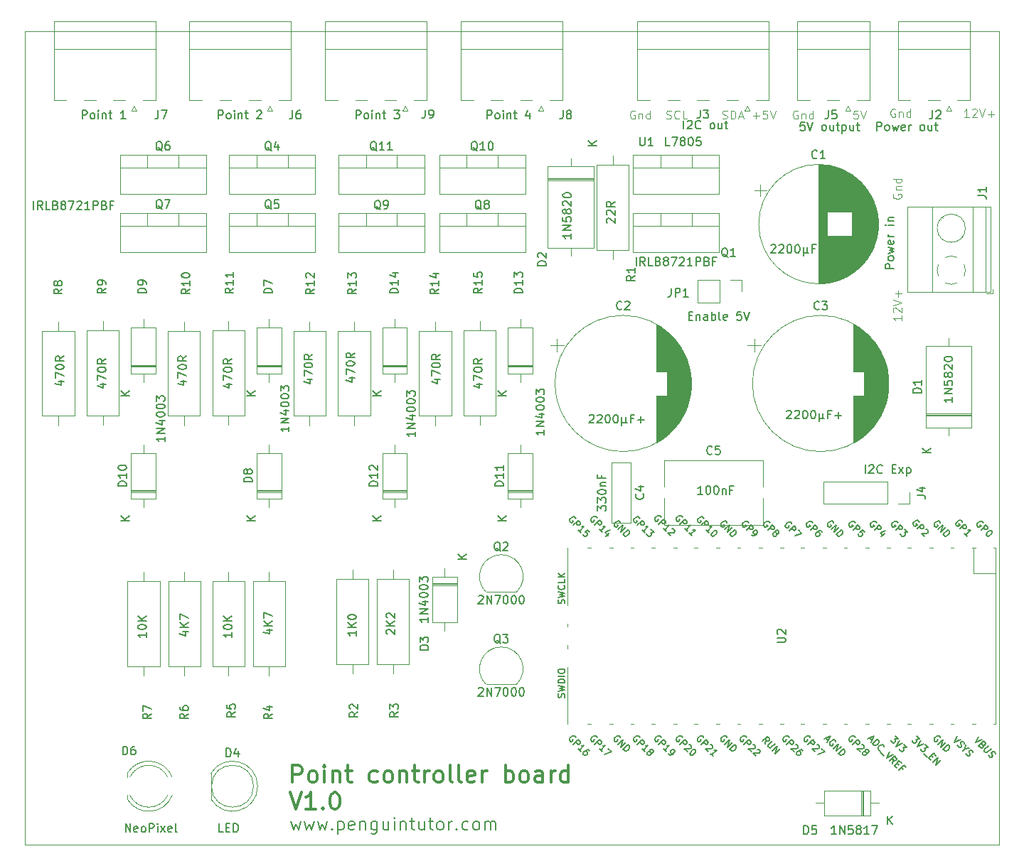
<source format=gbr>
%TF.GenerationSoftware,KiCad,Pcbnew,7.0.7+dfsg-1*%
%TF.CreationDate,2024-04-04T17:52:09+01:00*%
%TF.ProjectId,point-controller,706f696e-742d-4636-9f6e-74726f6c6c65,rev?*%
%TF.SameCoordinates,Original*%
%TF.FileFunction,Legend,Top*%
%TF.FilePolarity,Positive*%
%FSLAX46Y46*%
G04 Gerber Fmt 4.6, Leading zero omitted, Abs format (unit mm)*
G04 Created by KiCad (PCBNEW 7.0.7+dfsg-1) date 2024-04-04 17:52:09*
%MOMM*%
%LPD*%
G01*
G04 APERTURE LIST*
%ADD10C,0.300000*%
%ADD11C,0.100000*%
%ADD12C,0.150000*%
%ADD13C,0.120000*%
%TA.AperFunction,Profile*%
%ADD14C,0.100000*%
%TD*%
G04 APERTURE END LIST*
D10*
X75873558Y-105519638D02*
X75873558Y-103519638D01*
X75873558Y-103519638D02*
X76635463Y-103519638D01*
X76635463Y-103519638D02*
X76825939Y-103614876D01*
X76825939Y-103614876D02*
X76921177Y-103710114D01*
X76921177Y-103710114D02*
X77016415Y-103900590D01*
X77016415Y-103900590D02*
X77016415Y-104186304D01*
X77016415Y-104186304D02*
X76921177Y-104376780D01*
X76921177Y-104376780D02*
X76825939Y-104472019D01*
X76825939Y-104472019D02*
X76635463Y-104567257D01*
X76635463Y-104567257D02*
X75873558Y-104567257D01*
X78159272Y-105519638D02*
X77968796Y-105424400D01*
X77968796Y-105424400D02*
X77873558Y-105329161D01*
X77873558Y-105329161D02*
X77778320Y-105138685D01*
X77778320Y-105138685D02*
X77778320Y-104567257D01*
X77778320Y-104567257D02*
X77873558Y-104376780D01*
X77873558Y-104376780D02*
X77968796Y-104281542D01*
X77968796Y-104281542D02*
X78159272Y-104186304D01*
X78159272Y-104186304D02*
X78444987Y-104186304D01*
X78444987Y-104186304D02*
X78635463Y-104281542D01*
X78635463Y-104281542D02*
X78730701Y-104376780D01*
X78730701Y-104376780D02*
X78825939Y-104567257D01*
X78825939Y-104567257D02*
X78825939Y-105138685D01*
X78825939Y-105138685D02*
X78730701Y-105329161D01*
X78730701Y-105329161D02*
X78635463Y-105424400D01*
X78635463Y-105424400D02*
X78444987Y-105519638D01*
X78444987Y-105519638D02*
X78159272Y-105519638D01*
X79683082Y-105519638D02*
X79683082Y-104186304D01*
X79683082Y-103519638D02*
X79587844Y-103614876D01*
X79587844Y-103614876D02*
X79683082Y-103710114D01*
X79683082Y-103710114D02*
X79778320Y-103614876D01*
X79778320Y-103614876D02*
X79683082Y-103519638D01*
X79683082Y-103519638D02*
X79683082Y-103710114D01*
X80635463Y-104186304D02*
X80635463Y-105519638D01*
X80635463Y-104376780D02*
X80730701Y-104281542D01*
X80730701Y-104281542D02*
X80921177Y-104186304D01*
X80921177Y-104186304D02*
X81206892Y-104186304D01*
X81206892Y-104186304D02*
X81397368Y-104281542D01*
X81397368Y-104281542D02*
X81492606Y-104472019D01*
X81492606Y-104472019D02*
X81492606Y-105519638D01*
X82159273Y-104186304D02*
X82921177Y-104186304D01*
X82444987Y-103519638D02*
X82444987Y-105233923D01*
X82444987Y-105233923D02*
X82540225Y-105424400D01*
X82540225Y-105424400D02*
X82730701Y-105519638D01*
X82730701Y-105519638D02*
X82921177Y-105519638D01*
X85968797Y-105424400D02*
X85778321Y-105519638D01*
X85778321Y-105519638D02*
X85397368Y-105519638D01*
X85397368Y-105519638D02*
X85206892Y-105424400D01*
X85206892Y-105424400D02*
X85111654Y-105329161D01*
X85111654Y-105329161D02*
X85016416Y-105138685D01*
X85016416Y-105138685D02*
X85016416Y-104567257D01*
X85016416Y-104567257D02*
X85111654Y-104376780D01*
X85111654Y-104376780D02*
X85206892Y-104281542D01*
X85206892Y-104281542D02*
X85397368Y-104186304D01*
X85397368Y-104186304D02*
X85778321Y-104186304D01*
X85778321Y-104186304D02*
X85968797Y-104281542D01*
X87111654Y-105519638D02*
X86921178Y-105424400D01*
X86921178Y-105424400D02*
X86825940Y-105329161D01*
X86825940Y-105329161D02*
X86730702Y-105138685D01*
X86730702Y-105138685D02*
X86730702Y-104567257D01*
X86730702Y-104567257D02*
X86825940Y-104376780D01*
X86825940Y-104376780D02*
X86921178Y-104281542D01*
X86921178Y-104281542D02*
X87111654Y-104186304D01*
X87111654Y-104186304D02*
X87397369Y-104186304D01*
X87397369Y-104186304D02*
X87587845Y-104281542D01*
X87587845Y-104281542D02*
X87683083Y-104376780D01*
X87683083Y-104376780D02*
X87778321Y-104567257D01*
X87778321Y-104567257D02*
X87778321Y-105138685D01*
X87778321Y-105138685D02*
X87683083Y-105329161D01*
X87683083Y-105329161D02*
X87587845Y-105424400D01*
X87587845Y-105424400D02*
X87397369Y-105519638D01*
X87397369Y-105519638D02*
X87111654Y-105519638D01*
X88635464Y-104186304D02*
X88635464Y-105519638D01*
X88635464Y-104376780D02*
X88730702Y-104281542D01*
X88730702Y-104281542D02*
X88921178Y-104186304D01*
X88921178Y-104186304D02*
X89206893Y-104186304D01*
X89206893Y-104186304D02*
X89397369Y-104281542D01*
X89397369Y-104281542D02*
X89492607Y-104472019D01*
X89492607Y-104472019D02*
X89492607Y-105519638D01*
X90159274Y-104186304D02*
X90921178Y-104186304D01*
X90444988Y-103519638D02*
X90444988Y-105233923D01*
X90444988Y-105233923D02*
X90540226Y-105424400D01*
X90540226Y-105424400D02*
X90730702Y-105519638D01*
X90730702Y-105519638D02*
X90921178Y-105519638D01*
X91587845Y-105519638D02*
X91587845Y-104186304D01*
X91587845Y-104567257D02*
X91683083Y-104376780D01*
X91683083Y-104376780D02*
X91778321Y-104281542D01*
X91778321Y-104281542D02*
X91968797Y-104186304D01*
X91968797Y-104186304D02*
X92159274Y-104186304D01*
X93111654Y-105519638D02*
X92921178Y-105424400D01*
X92921178Y-105424400D02*
X92825940Y-105329161D01*
X92825940Y-105329161D02*
X92730702Y-105138685D01*
X92730702Y-105138685D02*
X92730702Y-104567257D01*
X92730702Y-104567257D02*
X92825940Y-104376780D01*
X92825940Y-104376780D02*
X92921178Y-104281542D01*
X92921178Y-104281542D02*
X93111654Y-104186304D01*
X93111654Y-104186304D02*
X93397369Y-104186304D01*
X93397369Y-104186304D02*
X93587845Y-104281542D01*
X93587845Y-104281542D02*
X93683083Y-104376780D01*
X93683083Y-104376780D02*
X93778321Y-104567257D01*
X93778321Y-104567257D02*
X93778321Y-105138685D01*
X93778321Y-105138685D02*
X93683083Y-105329161D01*
X93683083Y-105329161D02*
X93587845Y-105424400D01*
X93587845Y-105424400D02*
X93397369Y-105519638D01*
X93397369Y-105519638D02*
X93111654Y-105519638D01*
X94921178Y-105519638D02*
X94730702Y-105424400D01*
X94730702Y-105424400D02*
X94635464Y-105233923D01*
X94635464Y-105233923D02*
X94635464Y-103519638D01*
X95968797Y-105519638D02*
X95778321Y-105424400D01*
X95778321Y-105424400D02*
X95683083Y-105233923D01*
X95683083Y-105233923D02*
X95683083Y-103519638D01*
X97492607Y-105424400D02*
X97302131Y-105519638D01*
X97302131Y-105519638D02*
X96921178Y-105519638D01*
X96921178Y-105519638D02*
X96730702Y-105424400D01*
X96730702Y-105424400D02*
X96635464Y-105233923D01*
X96635464Y-105233923D02*
X96635464Y-104472019D01*
X96635464Y-104472019D02*
X96730702Y-104281542D01*
X96730702Y-104281542D02*
X96921178Y-104186304D01*
X96921178Y-104186304D02*
X97302131Y-104186304D01*
X97302131Y-104186304D02*
X97492607Y-104281542D01*
X97492607Y-104281542D02*
X97587845Y-104472019D01*
X97587845Y-104472019D02*
X97587845Y-104662495D01*
X97587845Y-104662495D02*
X96635464Y-104852971D01*
X98444988Y-105519638D02*
X98444988Y-104186304D01*
X98444988Y-104567257D02*
X98540226Y-104376780D01*
X98540226Y-104376780D02*
X98635464Y-104281542D01*
X98635464Y-104281542D02*
X98825940Y-104186304D01*
X98825940Y-104186304D02*
X99016417Y-104186304D01*
X101206893Y-105519638D02*
X101206893Y-103519638D01*
X101206893Y-104281542D02*
X101397369Y-104186304D01*
X101397369Y-104186304D02*
X101778322Y-104186304D01*
X101778322Y-104186304D02*
X101968798Y-104281542D01*
X101968798Y-104281542D02*
X102064036Y-104376780D01*
X102064036Y-104376780D02*
X102159274Y-104567257D01*
X102159274Y-104567257D02*
X102159274Y-105138685D01*
X102159274Y-105138685D02*
X102064036Y-105329161D01*
X102064036Y-105329161D02*
X101968798Y-105424400D01*
X101968798Y-105424400D02*
X101778322Y-105519638D01*
X101778322Y-105519638D02*
X101397369Y-105519638D01*
X101397369Y-105519638D02*
X101206893Y-105424400D01*
X103302131Y-105519638D02*
X103111655Y-105424400D01*
X103111655Y-105424400D02*
X103016417Y-105329161D01*
X103016417Y-105329161D02*
X102921179Y-105138685D01*
X102921179Y-105138685D02*
X102921179Y-104567257D01*
X102921179Y-104567257D02*
X103016417Y-104376780D01*
X103016417Y-104376780D02*
X103111655Y-104281542D01*
X103111655Y-104281542D02*
X103302131Y-104186304D01*
X103302131Y-104186304D02*
X103587846Y-104186304D01*
X103587846Y-104186304D02*
X103778322Y-104281542D01*
X103778322Y-104281542D02*
X103873560Y-104376780D01*
X103873560Y-104376780D02*
X103968798Y-104567257D01*
X103968798Y-104567257D02*
X103968798Y-105138685D01*
X103968798Y-105138685D02*
X103873560Y-105329161D01*
X103873560Y-105329161D02*
X103778322Y-105424400D01*
X103778322Y-105424400D02*
X103587846Y-105519638D01*
X103587846Y-105519638D02*
X103302131Y-105519638D01*
X105683084Y-105519638D02*
X105683084Y-104472019D01*
X105683084Y-104472019D02*
X105587846Y-104281542D01*
X105587846Y-104281542D02*
X105397370Y-104186304D01*
X105397370Y-104186304D02*
X105016417Y-104186304D01*
X105016417Y-104186304D02*
X104825941Y-104281542D01*
X105683084Y-105424400D02*
X105492608Y-105519638D01*
X105492608Y-105519638D02*
X105016417Y-105519638D01*
X105016417Y-105519638D02*
X104825941Y-105424400D01*
X104825941Y-105424400D02*
X104730703Y-105233923D01*
X104730703Y-105233923D02*
X104730703Y-105043447D01*
X104730703Y-105043447D02*
X104825941Y-104852971D01*
X104825941Y-104852971D02*
X105016417Y-104757733D01*
X105016417Y-104757733D02*
X105492608Y-104757733D01*
X105492608Y-104757733D02*
X105683084Y-104662495D01*
X106635465Y-105519638D02*
X106635465Y-104186304D01*
X106635465Y-104567257D02*
X106730703Y-104376780D01*
X106730703Y-104376780D02*
X106825941Y-104281542D01*
X106825941Y-104281542D02*
X107016417Y-104186304D01*
X107016417Y-104186304D02*
X107206894Y-104186304D01*
X108730703Y-105519638D02*
X108730703Y-103519638D01*
X108730703Y-105424400D02*
X108540227Y-105519638D01*
X108540227Y-105519638D02*
X108159274Y-105519638D01*
X108159274Y-105519638D02*
X107968798Y-105424400D01*
X107968798Y-105424400D02*
X107873560Y-105329161D01*
X107873560Y-105329161D02*
X107778322Y-105138685D01*
X107778322Y-105138685D02*
X107778322Y-104567257D01*
X107778322Y-104567257D02*
X107873560Y-104376780D01*
X107873560Y-104376780D02*
X107968798Y-104281542D01*
X107968798Y-104281542D02*
X108159274Y-104186304D01*
X108159274Y-104186304D02*
X108540227Y-104186304D01*
X108540227Y-104186304D02*
X108730703Y-104281542D01*
X75587844Y-106739638D02*
X76254510Y-108739638D01*
X76254510Y-108739638D02*
X76921177Y-106739638D01*
X78635463Y-108739638D02*
X77492606Y-108739638D01*
X78064034Y-108739638D02*
X78064034Y-106739638D01*
X78064034Y-106739638D02*
X77873558Y-107025352D01*
X77873558Y-107025352D02*
X77683082Y-107215828D01*
X77683082Y-107215828D02*
X77492606Y-107311066D01*
X79492606Y-108549161D02*
X79587844Y-108644400D01*
X79587844Y-108644400D02*
X79492606Y-108739638D01*
X79492606Y-108739638D02*
X79397368Y-108644400D01*
X79397368Y-108644400D02*
X79492606Y-108549161D01*
X79492606Y-108549161D02*
X79492606Y-108739638D01*
X80825939Y-106739638D02*
X81016416Y-106739638D01*
X81016416Y-106739638D02*
X81206892Y-106834876D01*
X81206892Y-106834876D02*
X81302130Y-106930114D01*
X81302130Y-106930114D02*
X81397368Y-107120590D01*
X81397368Y-107120590D02*
X81492606Y-107501542D01*
X81492606Y-107501542D02*
X81492606Y-107977733D01*
X81492606Y-107977733D02*
X81397368Y-108358685D01*
X81397368Y-108358685D02*
X81302130Y-108549161D01*
X81302130Y-108549161D02*
X81206892Y-108644400D01*
X81206892Y-108644400D02*
X81016416Y-108739638D01*
X81016416Y-108739638D02*
X80825939Y-108739638D01*
X80825939Y-108739638D02*
X80635463Y-108644400D01*
X80635463Y-108644400D02*
X80540225Y-108549161D01*
X80540225Y-108549161D02*
X80444987Y-108358685D01*
X80444987Y-108358685D02*
X80349749Y-107977733D01*
X80349749Y-107977733D02*
X80349749Y-107501542D01*
X80349749Y-107501542D02*
X80444987Y-107120590D01*
X80444987Y-107120590D02*
X80540225Y-106930114D01*
X80540225Y-106930114D02*
X80635463Y-106834876D01*
X80635463Y-106834876D02*
X80825939Y-106739638D01*
D11*
X143180074Y-25472419D02*
X142703884Y-25472419D01*
X142703884Y-25472419D02*
X142656265Y-25948609D01*
X142656265Y-25948609D02*
X142703884Y-25900990D01*
X142703884Y-25900990D02*
X142799122Y-25853371D01*
X142799122Y-25853371D02*
X143037217Y-25853371D01*
X143037217Y-25853371D02*
X143132455Y-25900990D01*
X143132455Y-25900990D02*
X143180074Y-25948609D01*
X143180074Y-25948609D02*
X143227693Y-26043847D01*
X143227693Y-26043847D02*
X143227693Y-26281942D01*
X143227693Y-26281942D02*
X143180074Y-26377180D01*
X143180074Y-26377180D02*
X143132455Y-26424800D01*
X143132455Y-26424800D02*
X143037217Y-26472419D01*
X143037217Y-26472419D02*
X142799122Y-26472419D01*
X142799122Y-26472419D02*
X142703884Y-26424800D01*
X142703884Y-26424800D02*
X142656265Y-26377180D01*
X143513408Y-25472419D02*
X143846741Y-26472419D01*
X143846741Y-26472419D02*
X144180074Y-25472419D01*
X136027693Y-25520038D02*
X135932455Y-25472419D01*
X135932455Y-25472419D02*
X135789598Y-25472419D01*
X135789598Y-25472419D02*
X135646741Y-25520038D01*
X135646741Y-25520038D02*
X135551503Y-25615276D01*
X135551503Y-25615276D02*
X135503884Y-25710514D01*
X135503884Y-25710514D02*
X135456265Y-25900990D01*
X135456265Y-25900990D02*
X135456265Y-26043847D01*
X135456265Y-26043847D02*
X135503884Y-26234323D01*
X135503884Y-26234323D02*
X135551503Y-26329561D01*
X135551503Y-26329561D02*
X135646741Y-26424800D01*
X135646741Y-26424800D02*
X135789598Y-26472419D01*
X135789598Y-26472419D02*
X135884836Y-26472419D01*
X135884836Y-26472419D02*
X136027693Y-26424800D01*
X136027693Y-26424800D02*
X136075312Y-26377180D01*
X136075312Y-26377180D02*
X136075312Y-26043847D01*
X136075312Y-26043847D02*
X135884836Y-26043847D01*
X136503884Y-25805752D02*
X136503884Y-26472419D01*
X136503884Y-25900990D02*
X136551503Y-25853371D01*
X136551503Y-25853371D02*
X136646741Y-25805752D01*
X136646741Y-25805752D02*
X136789598Y-25805752D01*
X136789598Y-25805752D02*
X136884836Y-25853371D01*
X136884836Y-25853371D02*
X136932455Y-25948609D01*
X136932455Y-25948609D02*
X136932455Y-26472419D01*
X137837217Y-26472419D02*
X137837217Y-25472419D01*
X137837217Y-26424800D02*
X137741979Y-26472419D01*
X137741979Y-26472419D02*
X137551503Y-26472419D01*
X137551503Y-26472419D02*
X137456265Y-26424800D01*
X137456265Y-26424800D02*
X137408646Y-26377180D01*
X137408646Y-26377180D02*
X137361027Y-26281942D01*
X137361027Y-26281942D02*
X137361027Y-25996228D01*
X137361027Y-25996228D02*
X137408646Y-25900990D01*
X137408646Y-25900990D02*
X137456265Y-25853371D01*
X137456265Y-25853371D02*
X137551503Y-25805752D01*
X137551503Y-25805752D02*
X137741979Y-25805752D01*
X137741979Y-25805752D02*
X137837217Y-25853371D01*
X147627693Y-25320038D02*
X147532455Y-25272419D01*
X147532455Y-25272419D02*
X147389598Y-25272419D01*
X147389598Y-25272419D02*
X147246741Y-25320038D01*
X147246741Y-25320038D02*
X147151503Y-25415276D01*
X147151503Y-25415276D02*
X147103884Y-25510514D01*
X147103884Y-25510514D02*
X147056265Y-25700990D01*
X147056265Y-25700990D02*
X147056265Y-25843847D01*
X147056265Y-25843847D02*
X147103884Y-26034323D01*
X147103884Y-26034323D02*
X147151503Y-26129561D01*
X147151503Y-26129561D02*
X147246741Y-26224800D01*
X147246741Y-26224800D02*
X147389598Y-26272419D01*
X147389598Y-26272419D02*
X147484836Y-26272419D01*
X147484836Y-26272419D02*
X147627693Y-26224800D01*
X147627693Y-26224800D02*
X147675312Y-26177180D01*
X147675312Y-26177180D02*
X147675312Y-25843847D01*
X147675312Y-25843847D02*
X147484836Y-25843847D01*
X148103884Y-25605752D02*
X148103884Y-26272419D01*
X148103884Y-25700990D02*
X148151503Y-25653371D01*
X148151503Y-25653371D02*
X148246741Y-25605752D01*
X148246741Y-25605752D02*
X148389598Y-25605752D01*
X148389598Y-25605752D02*
X148484836Y-25653371D01*
X148484836Y-25653371D02*
X148532455Y-25748609D01*
X148532455Y-25748609D02*
X148532455Y-26272419D01*
X149437217Y-26272419D02*
X149437217Y-25272419D01*
X149437217Y-26224800D02*
X149341979Y-26272419D01*
X149341979Y-26272419D02*
X149151503Y-26272419D01*
X149151503Y-26272419D02*
X149056265Y-26224800D01*
X149056265Y-26224800D02*
X149008646Y-26177180D01*
X149008646Y-26177180D02*
X148961027Y-26081942D01*
X148961027Y-26081942D02*
X148961027Y-25796228D01*
X148961027Y-25796228D02*
X149008646Y-25700990D01*
X149008646Y-25700990D02*
X149056265Y-25653371D01*
X149056265Y-25653371D02*
X149151503Y-25605752D01*
X149151503Y-25605752D02*
X149341979Y-25605752D01*
X149341979Y-25605752D02*
X149437217Y-25653371D01*
X147420038Y-35422306D02*
X147372419Y-35517544D01*
X147372419Y-35517544D02*
X147372419Y-35660401D01*
X147372419Y-35660401D02*
X147420038Y-35803258D01*
X147420038Y-35803258D02*
X147515276Y-35898496D01*
X147515276Y-35898496D02*
X147610514Y-35946115D01*
X147610514Y-35946115D02*
X147800990Y-35993734D01*
X147800990Y-35993734D02*
X147943847Y-35993734D01*
X147943847Y-35993734D02*
X148134323Y-35946115D01*
X148134323Y-35946115D02*
X148229561Y-35898496D01*
X148229561Y-35898496D02*
X148324800Y-35803258D01*
X148324800Y-35803258D02*
X148372419Y-35660401D01*
X148372419Y-35660401D02*
X148372419Y-35565163D01*
X148372419Y-35565163D02*
X148324800Y-35422306D01*
X148324800Y-35422306D02*
X148277180Y-35374687D01*
X148277180Y-35374687D02*
X147943847Y-35374687D01*
X147943847Y-35374687D02*
X147943847Y-35565163D01*
X147705752Y-34946115D02*
X148372419Y-34946115D01*
X147800990Y-34946115D02*
X147753371Y-34898496D01*
X147753371Y-34898496D02*
X147705752Y-34803258D01*
X147705752Y-34803258D02*
X147705752Y-34660401D01*
X147705752Y-34660401D02*
X147753371Y-34565163D01*
X147753371Y-34565163D02*
X147848609Y-34517544D01*
X147848609Y-34517544D02*
X148372419Y-34517544D01*
X148372419Y-33612782D02*
X147372419Y-33612782D01*
X148324800Y-33612782D02*
X148372419Y-33708020D01*
X148372419Y-33708020D02*
X148372419Y-33898496D01*
X148372419Y-33898496D02*
X148324800Y-33993734D01*
X148324800Y-33993734D02*
X148277180Y-34041353D01*
X148277180Y-34041353D02*
X148181942Y-34088972D01*
X148181942Y-34088972D02*
X147896228Y-34088972D01*
X147896228Y-34088972D02*
X147800990Y-34041353D01*
X147800990Y-34041353D02*
X147753371Y-33993734D01*
X147753371Y-33993734D02*
X147705752Y-33898496D01*
X147705752Y-33898496D02*
X147705752Y-33708020D01*
X147705752Y-33708020D02*
X147753371Y-33612782D01*
X127056265Y-26424800D02*
X127199122Y-26472419D01*
X127199122Y-26472419D02*
X127437217Y-26472419D01*
X127437217Y-26472419D02*
X127532455Y-26424800D01*
X127532455Y-26424800D02*
X127580074Y-26377180D01*
X127580074Y-26377180D02*
X127627693Y-26281942D01*
X127627693Y-26281942D02*
X127627693Y-26186704D01*
X127627693Y-26186704D02*
X127580074Y-26091466D01*
X127580074Y-26091466D02*
X127532455Y-26043847D01*
X127532455Y-26043847D02*
X127437217Y-25996228D01*
X127437217Y-25996228D02*
X127246741Y-25948609D01*
X127246741Y-25948609D02*
X127151503Y-25900990D01*
X127151503Y-25900990D02*
X127103884Y-25853371D01*
X127103884Y-25853371D02*
X127056265Y-25758133D01*
X127056265Y-25758133D02*
X127056265Y-25662895D01*
X127056265Y-25662895D02*
X127103884Y-25567657D01*
X127103884Y-25567657D02*
X127151503Y-25520038D01*
X127151503Y-25520038D02*
X127246741Y-25472419D01*
X127246741Y-25472419D02*
X127484836Y-25472419D01*
X127484836Y-25472419D02*
X127627693Y-25520038D01*
X128056265Y-26472419D02*
X128056265Y-25472419D01*
X128056265Y-25472419D02*
X128294360Y-25472419D01*
X128294360Y-25472419D02*
X128437217Y-25520038D01*
X128437217Y-25520038D02*
X128532455Y-25615276D01*
X128532455Y-25615276D02*
X128580074Y-25710514D01*
X128580074Y-25710514D02*
X128627693Y-25900990D01*
X128627693Y-25900990D02*
X128627693Y-26043847D01*
X128627693Y-26043847D02*
X128580074Y-26234323D01*
X128580074Y-26234323D02*
X128532455Y-26329561D01*
X128532455Y-26329561D02*
X128437217Y-26424800D01*
X128437217Y-26424800D02*
X128294360Y-26472419D01*
X128294360Y-26472419D02*
X128056265Y-26472419D01*
X129008646Y-26186704D02*
X129484836Y-26186704D01*
X128913408Y-26472419D02*
X129246741Y-25472419D01*
X129246741Y-25472419D02*
X129580074Y-26472419D01*
X130675313Y-26091466D02*
X131437218Y-26091466D01*
X131056265Y-26472419D02*
X131056265Y-25710514D01*
X132389598Y-25472419D02*
X131913408Y-25472419D01*
X131913408Y-25472419D02*
X131865789Y-25948609D01*
X131865789Y-25948609D02*
X131913408Y-25900990D01*
X131913408Y-25900990D02*
X132008646Y-25853371D01*
X132008646Y-25853371D02*
X132246741Y-25853371D01*
X132246741Y-25853371D02*
X132341979Y-25900990D01*
X132341979Y-25900990D02*
X132389598Y-25948609D01*
X132389598Y-25948609D02*
X132437217Y-26043847D01*
X132437217Y-26043847D02*
X132437217Y-26281942D01*
X132437217Y-26281942D02*
X132389598Y-26377180D01*
X132389598Y-26377180D02*
X132341979Y-26424800D01*
X132341979Y-26424800D02*
X132246741Y-26472419D01*
X132246741Y-26472419D02*
X132008646Y-26472419D01*
X132008646Y-26472419D02*
X131913408Y-26424800D01*
X131913408Y-26424800D02*
X131865789Y-26377180D01*
X132722932Y-25472419D02*
X133056265Y-26472419D01*
X133056265Y-26472419D02*
X133389598Y-25472419D01*
X148372419Y-49922306D02*
X148372419Y-50493734D01*
X148372419Y-50208020D02*
X147372419Y-50208020D01*
X147372419Y-50208020D02*
X147515276Y-50303258D01*
X147515276Y-50303258D02*
X147610514Y-50398496D01*
X147610514Y-50398496D02*
X147658133Y-50493734D01*
X147467657Y-49541353D02*
X147420038Y-49493734D01*
X147420038Y-49493734D02*
X147372419Y-49398496D01*
X147372419Y-49398496D02*
X147372419Y-49160401D01*
X147372419Y-49160401D02*
X147420038Y-49065163D01*
X147420038Y-49065163D02*
X147467657Y-49017544D01*
X147467657Y-49017544D02*
X147562895Y-48969925D01*
X147562895Y-48969925D02*
X147658133Y-48969925D01*
X147658133Y-48969925D02*
X147800990Y-49017544D01*
X147800990Y-49017544D02*
X148372419Y-49588972D01*
X148372419Y-49588972D02*
X148372419Y-48969925D01*
X147372419Y-48684210D02*
X148372419Y-48350877D01*
X148372419Y-48350877D02*
X147372419Y-48017544D01*
X147991466Y-47684210D02*
X147991466Y-46922306D01*
X148372419Y-47303258D02*
X147610514Y-47303258D01*
X156427693Y-26272419D02*
X155856265Y-26272419D01*
X156141979Y-26272419D02*
X156141979Y-25272419D01*
X156141979Y-25272419D02*
X156046741Y-25415276D01*
X156046741Y-25415276D02*
X155951503Y-25510514D01*
X155951503Y-25510514D02*
X155856265Y-25558133D01*
X156808646Y-25367657D02*
X156856265Y-25320038D01*
X156856265Y-25320038D02*
X156951503Y-25272419D01*
X156951503Y-25272419D02*
X157189598Y-25272419D01*
X157189598Y-25272419D02*
X157284836Y-25320038D01*
X157284836Y-25320038D02*
X157332455Y-25367657D01*
X157332455Y-25367657D02*
X157380074Y-25462895D01*
X157380074Y-25462895D02*
X157380074Y-25558133D01*
X157380074Y-25558133D02*
X157332455Y-25700990D01*
X157332455Y-25700990D02*
X156761027Y-26272419D01*
X156761027Y-26272419D02*
X157380074Y-26272419D01*
X157665789Y-25272419D02*
X157999122Y-26272419D01*
X157999122Y-26272419D02*
X158332455Y-25272419D01*
X158665789Y-25891466D02*
X159427694Y-25891466D01*
X159046741Y-26272419D02*
X159046741Y-25510514D01*
X116627693Y-25520038D02*
X116532455Y-25472419D01*
X116532455Y-25472419D02*
X116389598Y-25472419D01*
X116389598Y-25472419D02*
X116246741Y-25520038D01*
X116246741Y-25520038D02*
X116151503Y-25615276D01*
X116151503Y-25615276D02*
X116103884Y-25710514D01*
X116103884Y-25710514D02*
X116056265Y-25900990D01*
X116056265Y-25900990D02*
X116056265Y-26043847D01*
X116056265Y-26043847D02*
X116103884Y-26234323D01*
X116103884Y-26234323D02*
X116151503Y-26329561D01*
X116151503Y-26329561D02*
X116246741Y-26424800D01*
X116246741Y-26424800D02*
X116389598Y-26472419D01*
X116389598Y-26472419D02*
X116484836Y-26472419D01*
X116484836Y-26472419D02*
X116627693Y-26424800D01*
X116627693Y-26424800D02*
X116675312Y-26377180D01*
X116675312Y-26377180D02*
X116675312Y-26043847D01*
X116675312Y-26043847D02*
X116484836Y-26043847D01*
X117103884Y-25805752D02*
X117103884Y-26472419D01*
X117103884Y-25900990D02*
X117151503Y-25853371D01*
X117151503Y-25853371D02*
X117246741Y-25805752D01*
X117246741Y-25805752D02*
X117389598Y-25805752D01*
X117389598Y-25805752D02*
X117484836Y-25853371D01*
X117484836Y-25853371D02*
X117532455Y-25948609D01*
X117532455Y-25948609D02*
X117532455Y-26472419D01*
X118437217Y-26472419D02*
X118437217Y-25472419D01*
X118437217Y-26424800D02*
X118341979Y-26472419D01*
X118341979Y-26472419D02*
X118151503Y-26472419D01*
X118151503Y-26472419D02*
X118056265Y-26424800D01*
X118056265Y-26424800D02*
X118008646Y-26377180D01*
X118008646Y-26377180D02*
X117961027Y-26281942D01*
X117961027Y-26281942D02*
X117961027Y-25996228D01*
X117961027Y-25996228D02*
X118008646Y-25900990D01*
X118008646Y-25900990D02*
X118056265Y-25853371D01*
X118056265Y-25853371D02*
X118151503Y-25805752D01*
X118151503Y-25805752D02*
X118341979Y-25805752D01*
X118341979Y-25805752D02*
X118437217Y-25853371D01*
X120389599Y-26424800D02*
X120532456Y-26472419D01*
X120532456Y-26472419D02*
X120770551Y-26472419D01*
X120770551Y-26472419D02*
X120865789Y-26424800D01*
X120865789Y-26424800D02*
X120913408Y-26377180D01*
X120913408Y-26377180D02*
X120961027Y-26281942D01*
X120961027Y-26281942D02*
X120961027Y-26186704D01*
X120961027Y-26186704D02*
X120913408Y-26091466D01*
X120913408Y-26091466D02*
X120865789Y-26043847D01*
X120865789Y-26043847D02*
X120770551Y-25996228D01*
X120770551Y-25996228D02*
X120580075Y-25948609D01*
X120580075Y-25948609D02*
X120484837Y-25900990D01*
X120484837Y-25900990D02*
X120437218Y-25853371D01*
X120437218Y-25853371D02*
X120389599Y-25758133D01*
X120389599Y-25758133D02*
X120389599Y-25662895D01*
X120389599Y-25662895D02*
X120437218Y-25567657D01*
X120437218Y-25567657D02*
X120484837Y-25520038D01*
X120484837Y-25520038D02*
X120580075Y-25472419D01*
X120580075Y-25472419D02*
X120818170Y-25472419D01*
X120818170Y-25472419D02*
X120961027Y-25520038D01*
X121961027Y-26377180D02*
X121913408Y-26424800D01*
X121913408Y-26424800D02*
X121770551Y-26472419D01*
X121770551Y-26472419D02*
X121675313Y-26472419D01*
X121675313Y-26472419D02*
X121532456Y-26424800D01*
X121532456Y-26424800D02*
X121437218Y-26329561D01*
X121437218Y-26329561D02*
X121389599Y-26234323D01*
X121389599Y-26234323D02*
X121341980Y-26043847D01*
X121341980Y-26043847D02*
X121341980Y-25900990D01*
X121341980Y-25900990D02*
X121389599Y-25710514D01*
X121389599Y-25710514D02*
X121437218Y-25615276D01*
X121437218Y-25615276D02*
X121532456Y-25520038D01*
X121532456Y-25520038D02*
X121675313Y-25472419D01*
X121675313Y-25472419D02*
X121770551Y-25472419D01*
X121770551Y-25472419D02*
X121913408Y-25520038D01*
X121913408Y-25520038D02*
X121961027Y-25567657D01*
X122865789Y-26472419D02*
X122389599Y-26472419D01*
X122389599Y-26472419D02*
X122389599Y-25472419D01*
D12*
X75712969Y-110208628D02*
X75998684Y-111208628D01*
X75998684Y-111208628D02*
X76284398Y-110494342D01*
X76284398Y-110494342D02*
X76570112Y-111208628D01*
X76570112Y-111208628D02*
X76855826Y-110208628D01*
X77284398Y-110208628D02*
X77570113Y-111208628D01*
X77570113Y-111208628D02*
X77855827Y-110494342D01*
X77855827Y-110494342D02*
X78141541Y-111208628D01*
X78141541Y-111208628D02*
X78427255Y-110208628D01*
X78855827Y-110208628D02*
X79141542Y-111208628D01*
X79141542Y-111208628D02*
X79427256Y-110494342D01*
X79427256Y-110494342D02*
X79712970Y-111208628D01*
X79712970Y-111208628D02*
X79998684Y-110208628D01*
X80570113Y-111065771D02*
X80641542Y-111137200D01*
X80641542Y-111137200D02*
X80570113Y-111208628D01*
X80570113Y-111208628D02*
X80498685Y-111137200D01*
X80498685Y-111137200D02*
X80570113Y-111065771D01*
X80570113Y-111065771D02*
X80570113Y-111208628D01*
X81284399Y-110208628D02*
X81284399Y-111708628D01*
X81284399Y-110280057D02*
X81427257Y-110208628D01*
X81427257Y-110208628D02*
X81712971Y-110208628D01*
X81712971Y-110208628D02*
X81855828Y-110280057D01*
X81855828Y-110280057D02*
X81927257Y-110351485D01*
X81927257Y-110351485D02*
X81998685Y-110494342D01*
X81998685Y-110494342D02*
X81998685Y-110922914D01*
X81998685Y-110922914D02*
X81927257Y-111065771D01*
X81927257Y-111065771D02*
X81855828Y-111137200D01*
X81855828Y-111137200D02*
X81712971Y-111208628D01*
X81712971Y-111208628D02*
X81427257Y-111208628D01*
X81427257Y-111208628D02*
X81284399Y-111137200D01*
X83212971Y-111137200D02*
X83070114Y-111208628D01*
X83070114Y-111208628D02*
X82784400Y-111208628D01*
X82784400Y-111208628D02*
X82641542Y-111137200D01*
X82641542Y-111137200D02*
X82570114Y-110994342D01*
X82570114Y-110994342D02*
X82570114Y-110422914D01*
X82570114Y-110422914D02*
X82641542Y-110280057D01*
X82641542Y-110280057D02*
X82784400Y-110208628D01*
X82784400Y-110208628D02*
X83070114Y-110208628D01*
X83070114Y-110208628D02*
X83212971Y-110280057D01*
X83212971Y-110280057D02*
X83284400Y-110422914D01*
X83284400Y-110422914D02*
X83284400Y-110565771D01*
X83284400Y-110565771D02*
X82570114Y-110708628D01*
X83927256Y-110208628D02*
X83927256Y-111208628D01*
X83927256Y-110351485D02*
X83998685Y-110280057D01*
X83998685Y-110280057D02*
X84141542Y-110208628D01*
X84141542Y-110208628D02*
X84355828Y-110208628D01*
X84355828Y-110208628D02*
X84498685Y-110280057D01*
X84498685Y-110280057D02*
X84570114Y-110422914D01*
X84570114Y-110422914D02*
X84570114Y-111208628D01*
X85927257Y-110208628D02*
X85927257Y-111422914D01*
X85927257Y-111422914D02*
X85855828Y-111565771D01*
X85855828Y-111565771D02*
X85784399Y-111637200D01*
X85784399Y-111637200D02*
X85641542Y-111708628D01*
X85641542Y-111708628D02*
X85427257Y-111708628D01*
X85427257Y-111708628D02*
X85284399Y-111637200D01*
X85927257Y-111137200D02*
X85784399Y-111208628D01*
X85784399Y-111208628D02*
X85498685Y-111208628D01*
X85498685Y-111208628D02*
X85355828Y-111137200D01*
X85355828Y-111137200D02*
X85284399Y-111065771D01*
X85284399Y-111065771D02*
X85212971Y-110922914D01*
X85212971Y-110922914D02*
X85212971Y-110494342D01*
X85212971Y-110494342D02*
X85284399Y-110351485D01*
X85284399Y-110351485D02*
X85355828Y-110280057D01*
X85355828Y-110280057D02*
X85498685Y-110208628D01*
X85498685Y-110208628D02*
X85784399Y-110208628D01*
X85784399Y-110208628D02*
X85927257Y-110280057D01*
X87284400Y-110208628D02*
X87284400Y-111208628D01*
X86641542Y-110208628D02*
X86641542Y-110994342D01*
X86641542Y-110994342D02*
X86712971Y-111137200D01*
X86712971Y-111137200D02*
X86855828Y-111208628D01*
X86855828Y-111208628D02*
X87070114Y-111208628D01*
X87070114Y-111208628D02*
X87212971Y-111137200D01*
X87212971Y-111137200D02*
X87284400Y-111065771D01*
X87998685Y-111208628D02*
X87998685Y-110208628D01*
X87998685Y-109708628D02*
X87927257Y-109780057D01*
X87927257Y-109780057D02*
X87998685Y-109851485D01*
X87998685Y-109851485D02*
X88070114Y-109780057D01*
X88070114Y-109780057D02*
X87998685Y-109708628D01*
X87998685Y-109708628D02*
X87998685Y-109851485D01*
X88712971Y-110208628D02*
X88712971Y-111208628D01*
X88712971Y-110351485D02*
X88784400Y-110280057D01*
X88784400Y-110280057D02*
X88927257Y-110208628D01*
X88927257Y-110208628D02*
X89141543Y-110208628D01*
X89141543Y-110208628D02*
X89284400Y-110280057D01*
X89284400Y-110280057D02*
X89355829Y-110422914D01*
X89355829Y-110422914D02*
X89355829Y-111208628D01*
X89855829Y-110208628D02*
X90427257Y-110208628D01*
X90070114Y-109708628D02*
X90070114Y-110994342D01*
X90070114Y-110994342D02*
X90141543Y-111137200D01*
X90141543Y-111137200D02*
X90284400Y-111208628D01*
X90284400Y-111208628D02*
X90427257Y-111208628D01*
X91570115Y-110208628D02*
X91570115Y-111208628D01*
X90927257Y-110208628D02*
X90927257Y-110994342D01*
X90927257Y-110994342D02*
X90998686Y-111137200D01*
X90998686Y-111137200D02*
X91141543Y-111208628D01*
X91141543Y-111208628D02*
X91355829Y-111208628D01*
X91355829Y-111208628D02*
X91498686Y-111137200D01*
X91498686Y-111137200D02*
X91570115Y-111065771D01*
X92070115Y-110208628D02*
X92641543Y-110208628D01*
X92284400Y-109708628D02*
X92284400Y-110994342D01*
X92284400Y-110994342D02*
X92355829Y-111137200D01*
X92355829Y-111137200D02*
X92498686Y-111208628D01*
X92498686Y-111208628D02*
X92641543Y-111208628D01*
X93355829Y-111208628D02*
X93212972Y-111137200D01*
X93212972Y-111137200D02*
X93141543Y-111065771D01*
X93141543Y-111065771D02*
X93070115Y-110922914D01*
X93070115Y-110922914D02*
X93070115Y-110494342D01*
X93070115Y-110494342D02*
X93141543Y-110351485D01*
X93141543Y-110351485D02*
X93212972Y-110280057D01*
X93212972Y-110280057D02*
X93355829Y-110208628D01*
X93355829Y-110208628D02*
X93570115Y-110208628D01*
X93570115Y-110208628D02*
X93712972Y-110280057D01*
X93712972Y-110280057D02*
X93784401Y-110351485D01*
X93784401Y-110351485D02*
X93855829Y-110494342D01*
X93855829Y-110494342D02*
X93855829Y-110922914D01*
X93855829Y-110922914D02*
X93784401Y-111065771D01*
X93784401Y-111065771D02*
X93712972Y-111137200D01*
X93712972Y-111137200D02*
X93570115Y-111208628D01*
X93570115Y-111208628D02*
X93355829Y-111208628D01*
X94498686Y-111208628D02*
X94498686Y-110208628D01*
X94498686Y-110494342D02*
X94570115Y-110351485D01*
X94570115Y-110351485D02*
X94641544Y-110280057D01*
X94641544Y-110280057D02*
X94784401Y-110208628D01*
X94784401Y-110208628D02*
X94927258Y-110208628D01*
X95427257Y-111065771D02*
X95498686Y-111137200D01*
X95498686Y-111137200D02*
X95427257Y-111208628D01*
X95427257Y-111208628D02*
X95355829Y-111137200D01*
X95355829Y-111137200D02*
X95427257Y-111065771D01*
X95427257Y-111065771D02*
X95427257Y-111208628D01*
X96784401Y-111137200D02*
X96641543Y-111208628D01*
X96641543Y-111208628D02*
X96355829Y-111208628D01*
X96355829Y-111208628D02*
X96212972Y-111137200D01*
X96212972Y-111137200D02*
X96141543Y-111065771D01*
X96141543Y-111065771D02*
X96070115Y-110922914D01*
X96070115Y-110922914D02*
X96070115Y-110494342D01*
X96070115Y-110494342D02*
X96141543Y-110351485D01*
X96141543Y-110351485D02*
X96212972Y-110280057D01*
X96212972Y-110280057D02*
X96355829Y-110208628D01*
X96355829Y-110208628D02*
X96641543Y-110208628D01*
X96641543Y-110208628D02*
X96784401Y-110280057D01*
X97641543Y-111208628D02*
X97498686Y-111137200D01*
X97498686Y-111137200D02*
X97427257Y-111065771D01*
X97427257Y-111065771D02*
X97355829Y-110922914D01*
X97355829Y-110922914D02*
X97355829Y-110494342D01*
X97355829Y-110494342D02*
X97427257Y-110351485D01*
X97427257Y-110351485D02*
X97498686Y-110280057D01*
X97498686Y-110280057D02*
X97641543Y-110208628D01*
X97641543Y-110208628D02*
X97855829Y-110208628D01*
X97855829Y-110208628D02*
X97998686Y-110280057D01*
X97998686Y-110280057D02*
X98070115Y-110351485D01*
X98070115Y-110351485D02*
X98141543Y-110494342D01*
X98141543Y-110494342D02*
X98141543Y-110922914D01*
X98141543Y-110922914D02*
X98070115Y-111065771D01*
X98070115Y-111065771D02*
X97998686Y-111137200D01*
X97998686Y-111137200D02*
X97855829Y-111208628D01*
X97855829Y-111208628D02*
X97641543Y-111208628D01*
X98784400Y-111208628D02*
X98784400Y-110208628D01*
X98784400Y-110351485D02*
X98855829Y-110280057D01*
X98855829Y-110280057D02*
X98998686Y-110208628D01*
X98998686Y-110208628D02*
X99212972Y-110208628D01*
X99212972Y-110208628D02*
X99355829Y-110280057D01*
X99355829Y-110280057D02*
X99427258Y-110422914D01*
X99427258Y-110422914D02*
X99427258Y-111208628D01*
X99427258Y-110422914D02*
X99498686Y-110280057D01*
X99498686Y-110280057D02*
X99641543Y-110208628D01*
X99641543Y-110208628D02*
X99855829Y-110208628D01*
X99855829Y-110208628D02*
X99998686Y-110280057D01*
X99998686Y-110280057D02*
X100070115Y-110422914D01*
X100070115Y-110422914D02*
X100070115Y-111208628D01*
X60364761Y-37225057D02*
X60269523Y-37177438D01*
X60269523Y-37177438D02*
X60174285Y-37082200D01*
X60174285Y-37082200D02*
X60031428Y-36939342D01*
X60031428Y-36939342D02*
X59936190Y-36891723D01*
X59936190Y-36891723D02*
X59840952Y-36891723D01*
X59888571Y-37129819D02*
X59793333Y-37082200D01*
X59793333Y-37082200D02*
X59698095Y-36986961D01*
X59698095Y-36986961D02*
X59650476Y-36796485D01*
X59650476Y-36796485D02*
X59650476Y-36463152D01*
X59650476Y-36463152D02*
X59698095Y-36272676D01*
X59698095Y-36272676D02*
X59793333Y-36177438D01*
X59793333Y-36177438D02*
X59888571Y-36129819D01*
X59888571Y-36129819D02*
X60079047Y-36129819D01*
X60079047Y-36129819D02*
X60174285Y-36177438D01*
X60174285Y-36177438D02*
X60269523Y-36272676D01*
X60269523Y-36272676D02*
X60317142Y-36463152D01*
X60317142Y-36463152D02*
X60317142Y-36796485D01*
X60317142Y-36796485D02*
X60269523Y-36986961D01*
X60269523Y-36986961D02*
X60174285Y-37082200D01*
X60174285Y-37082200D02*
X60079047Y-37129819D01*
X60079047Y-37129819D02*
X59888571Y-37129819D01*
X60650476Y-36129819D02*
X61317142Y-36129819D01*
X61317142Y-36129819D02*
X60888571Y-37129819D01*
X45061905Y-37254819D02*
X45061905Y-36254819D01*
X46109523Y-37254819D02*
X45776190Y-36778628D01*
X45538095Y-37254819D02*
X45538095Y-36254819D01*
X45538095Y-36254819D02*
X45919047Y-36254819D01*
X45919047Y-36254819D02*
X46014285Y-36302438D01*
X46014285Y-36302438D02*
X46061904Y-36350057D01*
X46061904Y-36350057D02*
X46109523Y-36445295D01*
X46109523Y-36445295D02*
X46109523Y-36588152D01*
X46109523Y-36588152D02*
X46061904Y-36683390D01*
X46061904Y-36683390D02*
X46014285Y-36731009D01*
X46014285Y-36731009D02*
X45919047Y-36778628D01*
X45919047Y-36778628D02*
X45538095Y-36778628D01*
X47014285Y-37254819D02*
X46538095Y-37254819D01*
X46538095Y-37254819D02*
X46538095Y-36254819D01*
X47680952Y-36731009D02*
X47823809Y-36778628D01*
X47823809Y-36778628D02*
X47871428Y-36826247D01*
X47871428Y-36826247D02*
X47919047Y-36921485D01*
X47919047Y-36921485D02*
X47919047Y-37064342D01*
X47919047Y-37064342D02*
X47871428Y-37159580D01*
X47871428Y-37159580D02*
X47823809Y-37207200D01*
X47823809Y-37207200D02*
X47728571Y-37254819D01*
X47728571Y-37254819D02*
X47347619Y-37254819D01*
X47347619Y-37254819D02*
X47347619Y-36254819D01*
X47347619Y-36254819D02*
X47680952Y-36254819D01*
X47680952Y-36254819D02*
X47776190Y-36302438D01*
X47776190Y-36302438D02*
X47823809Y-36350057D01*
X47823809Y-36350057D02*
X47871428Y-36445295D01*
X47871428Y-36445295D02*
X47871428Y-36540533D01*
X47871428Y-36540533D02*
X47823809Y-36635771D01*
X47823809Y-36635771D02*
X47776190Y-36683390D01*
X47776190Y-36683390D02*
X47680952Y-36731009D01*
X47680952Y-36731009D02*
X47347619Y-36731009D01*
X48490476Y-36683390D02*
X48395238Y-36635771D01*
X48395238Y-36635771D02*
X48347619Y-36588152D01*
X48347619Y-36588152D02*
X48300000Y-36492914D01*
X48300000Y-36492914D02*
X48300000Y-36445295D01*
X48300000Y-36445295D02*
X48347619Y-36350057D01*
X48347619Y-36350057D02*
X48395238Y-36302438D01*
X48395238Y-36302438D02*
X48490476Y-36254819D01*
X48490476Y-36254819D02*
X48680952Y-36254819D01*
X48680952Y-36254819D02*
X48776190Y-36302438D01*
X48776190Y-36302438D02*
X48823809Y-36350057D01*
X48823809Y-36350057D02*
X48871428Y-36445295D01*
X48871428Y-36445295D02*
X48871428Y-36492914D01*
X48871428Y-36492914D02*
X48823809Y-36588152D01*
X48823809Y-36588152D02*
X48776190Y-36635771D01*
X48776190Y-36635771D02*
X48680952Y-36683390D01*
X48680952Y-36683390D02*
X48490476Y-36683390D01*
X48490476Y-36683390D02*
X48395238Y-36731009D01*
X48395238Y-36731009D02*
X48347619Y-36778628D01*
X48347619Y-36778628D02*
X48300000Y-36873866D01*
X48300000Y-36873866D02*
X48300000Y-37064342D01*
X48300000Y-37064342D02*
X48347619Y-37159580D01*
X48347619Y-37159580D02*
X48395238Y-37207200D01*
X48395238Y-37207200D02*
X48490476Y-37254819D01*
X48490476Y-37254819D02*
X48680952Y-37254819D01*
X48680952Y-37254819D02*
X48776190Y-37207200D01*
X48776190Y-37207200D02*
X48823809Y-37159580D01*
X48823809Y-37159580D02*
X48871428Y-37064342D01*
X48871428Y-37064342D02*
X48871428Y-36873866D01*
X48871428Y-36873866D02*
X48823809Y-36778628D01*
X48823809Y-36778628D02*
X48776190Y-36731009D01*
X48776190Y-36731009D02*
X48680952Y-36683390D01*
X49204762Y-36254819D02*
X49871428Y-36254819D01*
X49871428Y-36254819D02*
X49442857Y-37254819D01*
X50204762Y-36350057D02*
X50252381Y-36302438D01*
X50252381Y-36302438D02*
X50347619Y-36254819D01*
X50347619Y-36254819D02*
X50585714Y-36254819D01*
X50585714Y-36254819D02*
X50680952Y-36302438D01*
X50680952Y-36302438D02*
X50728571Y-36350057D01*
X50728571Y-36350057D02*
X50776190Y-36445295D01*
X50776190Y-36445295D02*
X50776190Y-36540533D01*
X50776190Y-36540533D02*
X50728571Y-36683390D01*
X50728571Y-36683390D02*
X50157143Y-37254819D01*
X50157143Y-37254819D02*
X50776190Y-37254819D01*
X51728571Y-37254819D02*
X51157143Y-37254819D01*
X51442857Y-37254819D02*
X51442857Y-36254819D01*
X51442857Y-36254819D02*
X51347619Y-36397676D01*
X51347619Y-36397676D02*
X51252381Y-36492914D01*
X51252381Y-36492914D02*
X51157143Y-36540533D01*
X52157143Y-37254819D02*
X52157143Y-36254819D01*
X52157143Y-36254819D02*
X52538095Y-36254819D01*
X52538095Y-36254819D02*
X52633333Y-36302438D01*
X52633333Y-36302438D02*
X52680952Y-36350057D01*
X52680952Y-36350057D02*
X52728571Y-36445295D01*
X52728571Y-36445295D02*
X52728571Y-36588152D01*
X52728571Y-36588152D02*
X52680952Y-36683390D01*
X52680952Y-36683390D02*
X52633333Y-36731009D01*
X52633333Y-36731009D02*
X52538095Y-36778628D01*
X52538095Y-36778628D02*
X52157143Y-36778628D01*
X53490476Y-36731009D02*
X53633333Y-36778628D01*
X53633333Y-36778628D02*
X53680952Y-36826247D01*
X53680952Y-36826247D02*
X53728571Y-36921485D01*
X53728571Y-36921485D02*
X53728571Y-37064342D01*
X53728571Y-37064342D02*
X53680952Y-37159580D01*
X53680952Y-37159580D02*
X53633333Y-37207200D01*
X53633333Y-37207200D02*
X53538095Y-37254819D01*
X53538095Y-37254819D02*
X53157143Y-37254819D01*
X53157143Y-37254819D02*
X53157143Y-36254819D01*
X53157143Y-36254819D02*
X53490476Y-36254819D01*
X53490476Y-36254819D02*
X53585714Y-36302438D01*
X53585714Y-36302438D02*
X53633333Y-36350057D01*
X53633333Y-36350057D02*
X53680952Y-36445295D01*
X53680952Y-36445295D02*
X53680952Y-36540533D01*
X53680952Y-36540533D02*
X53633333Y-36635771D01*
X53633333Y-36635771D02*
X53585714Y-36683390D01*
X53585714Y-36683390D02*
X53490476Y-36731009D01*
X53490476Y-36731009D02*
X53157143Y-36731009D01*
X54490476Y-36731009D02*
X54157143Y-36731009D01*
X54157143Y-37254819D02*
X54157143Y-36254819D01*
X54157143Y-36254819D02*
X54633333Y-36254819D01*
X127704761Y-42950057D02*
X127609523Y-42902438D01*
X127609523Y-42902438D02*
X127514285Y-42807200D01*
X127514285Y-42807200D02*
X127371428Y-42664342D01*
X127371428Y-42664342D02*
X127276190Y-42616723D01*
X127276190Y-42616723D02*
X127180952Y-42616723D01*
X127228571Y-42854819D02*
X127133333Y-42807200D01*
X127133333Y-42807200D02*
X127038095Y-42711961D01*
X127038095Y-42711961D02*
X126990476Y-42521485D01*
X126990476Y-42521485D02*
X126990476Y-42188152D01*
X126990476Y-42188152D02*
X127038095Y-41997676D01*
X127038095Y-41997676D02*
X127133333Y-41902438D01*
X127133333Y-41902438D02*
X127228571Y-41854819D01*
X127228571Y-41854819D02*
X127419047Y-41854819D01*
X127419047Y-41854819D02*
X127514285Y-41902438D01*
X127514285Y-41902438D02*
X127609523Y-41997676D01*
X127609523Y-41997676D02*
X127657142Y-42188152D01*
X127657142Y-42188152D02*
X127657142Y-42521485D01*
X127657142Y-42521485D02*
X127609523Y-42711961D01*
X127609523Y-42711961D02*
X127514285Y-42807200D01*
X127514285Y-42807200D02*
X127419047Y-42854819D01*
X127419047Y-42854819D02*
X127228571Y-42854819D01*
X128609523Y-42854819D02*
X128038095Y-42854819D01*
X128323809Y-42854819D02*
X128323809Y-41854819D01*
X128323809Y-41854819D02*
X128228571Y-41997676D01*
X128228571Y-41997676D02*
X128133333Y-42092914D01*
X128133333Y-42092914D02*
X128038095Y-42140533D01*
X116801905Y-43954819D02*
X116801905Y-42954819D01*
X117849523Y-43954819D02*
X117516190Y-43478628D01*
X117278095Y-43954819D02*
X117278095Y-42954819D01*
X117278095Y-42954819D02*
X117659047Y-42954819D01*
X117659047Y-42954819D02*
X117754285Y-43002438D01*
X117754285Y-43002438D02*
X117801904Y-43050057D01*
X117801904Y-43050057D02*
X117849523Y-43145295D01*
X117849523Y-43145295D02*
X117849523Y-43288152D01*
X117849523Y-43288152D02*
X117801904Y-43383390D01*
X117801904Y-43383390D02*
X117754285Y-43431009D01*
X117754285Y-43431009D02*
X117659047Y-43478628D01*
X117659047Y-43478628D02*
X117278095Y-43478628D01*
X118754285Y-43954819D02*
X118278095Y-43954819D01*
X118278095Y-43954819D02*
X118278095Y-42954819D01*
X119420952Y-43431009D02*
X119563809Y-43478628D01*
X119563809Y-43478628D02*
X119611428Y-43526247D01*
X119611428Y-43526247D02*
X119659047Y-43621485D01*
X119659047Y-43621485D02*
X119659047Y-43764342D01*
X119659047Y-43764342D02*
X119611428Y-43859580D01*
X119611428Y-43859580D02*
X119563809Y-43907200D01*
X119563809Y-43907200D02*
X119468571Y-43954819D01*
X119468571Y-43954819D02*
X119087619Y-43954819D01*
X119087619Y-43954819D02*
X119087619Y-42954819D01*
X119087619Y-42954819D02*
X119420952Y-42954819D01*
X119420952Y-42954819D02*
X119516190Y-43002438D01*
X119516190Y-43002438D02*
X119563809Y-43050057D01*
X119563809Y-43050057D02*
X119611428Y-43145295D01*
X119611428Y-43145295D02*
X119611428Y-43240533D01*
X119611428Y-43240533D02*
X119563809Y-43335771D01*
X119563809Y-43335771D02*
X119516190Y-43383390D01*
X119516190Y-43383390D02*
X119420952Y-43431009D01*
X119420952Y-43431009D02*
X119087619Y-43431009D01*
X120230476Y-43383390D02*
X120135238Y-43335771D01*
X120135238Y-43335771D02*
X120087619Y-43288152D01*
X120087619Y-43288152D02*
X120040000Y-43192914D01*
X120040000Y-43192914D02*
X120040000Y-43145295D01*
X120040000Y-43145295D02*
X120087619Y-43050057D01*
X120087619Y-43050057D02*
X120135238Y-43002438D01*
X120135238Y-43002438D02*
X120230476Y-42954819D01*
X120230476Y-42954819D02*
X120420952Y-42954819D01*
X120420952Y-42954819D02*
X120516190Y-43002438D01*
X120516190Y-43002438D02*
X120563809Y-43050057D01*
X120563809Y-43050057D02*
X120611428Y-43145295D01*
X120611428Y-43145295D02*
X120611428Y-43192914D01*
X120611428Y-43192914D02*
X120563809Y-43288152D01*
X120563809Y-43288152D02*
X120516190Y-43335771D01*
X120516190Y-43335771D02*
X120420952Y-43383390D01*
X120420952Y-43383390D02*
X120230476Y-43383390D01*
X120230476Y-43383390D02*
X120135238Y-43431009D01*
X120135238Y-43431009D02*
X120087619Y-43478628D01*
X120087619Y-43478628D02*
X120040000Y-43573866D01*
X120040000Y-43573866D02*
X120040000Y-43764342D01*
X120040000Y-43764342D02*
X120087619Y-43859580D01*
X120087619Y-43859580D02*
X120135238Y-43907200D01*
X120135238Y-43907200D02*
X120230476Y-43954819D01*
X120230476Y-43954819D02*
X120420952Y-43954819D01*
X120420952Y-43954819D02*
X120516190Y-43907200D01*
X120516190Y-43907200D02*
X120563809Y-43859580D01*
X120563809Y-43859580D02*
X120611428Y-43764342D01*
X120611428Y-43764342D02*
X120611428Y-43573866D01*
X120611428Y-43573866D02*
X120563809Y-43478628D01*
X120563809Y-43478628D02*
X120516190Y-43431009D01*
X120516190Y-43431009D02*
X120420952Y-43383390D01*
X120944762Y-42954819D02*
X121611428Y-42954819D01*
X121611428Y-42954819D02*
X121182857Y-43954819D01*
X121944762Y-43050057D02*
X121992381Y-43002438D01*
X121992381Y-43002438D02*
X122087619Y-42954819D01*
X122087619Y-42954819D02*
X122325714Y-42954819D01*
X122325714Y-42954819D02*
X122420952Y-43002438D01*
X122420952Y-43002438D02*
X122468571Y-43050057D01*
X122468571Y-43050057D02*
X122516190Y-43145295D01*
X122516190Y-43145295D02*
X122516190Y-43240533D01*
X122516190Y-43240533D02*
X122468571Y-43383390D01*
X122468571Y-43383390D02*
X121897143Y-43954819D01*
X121897143Y-43954819D02*
X122516190Y-43954819D01*
X123468571Y-43954819D02*
X122897143Y-43954819D01*
X123182857Y-43954819D02*
X123182857Y-42954819D01*
X123182857Y-42954819D02*
X123087619Y-43097676D01*
X123087619Y-43097676D02*
X122992381Y-43192914D01*
X122992381Y-43192914D02*
X122897143Y-43240533D01*
X123897143Y-43954819D02*
X123897143Y-42954819D01*
X123897143Y-42954819D02*
X124278095Y-42954819D01*
X124278095Y-42954819D02*
X124373333Y-43002438D01*
X124373333Y-43002438D02*
X124420952Y-43050057D01*
X124420952Y-43050057D02*
X124468571Y-43145295D01*
X124468571Y-43145295D02*
X124468571Y-43288152D01*
X124468571Y-43288152D02*
X124420952Y-43383390D01*
X124420952Y-43383390D02*
X124373333Y-43431009D01*
X124373333Y-43431009D02*
X124278095Y-43478628D01*
X124278095Y-43478628D02*
X123897143Y-43478628D01*
X125230476Y-43431009D02*
X125373333Y-43478628D01*
X125373333Y-43478628D02*
X125420952Y-43526247D01*
X125420952Y-43526247D02*
X125468571Y-43621485D01*
X125468571Y-43621485D02*
X125468571Y-43764342D01*
X125468571Y-43764342D02*
X125420952Y-43859580D01*
X125420952Y-43859580D02*
X125373333Y-43907200D01*
X125373333Y-43907200D02*
X125278095Y-43954819D01*
X125278095Y-43954819D02*
X124897143Y-43954819D01*
X124897143Y-43954819D02*
X124897143Y-42954819D01*
X124897143Y-42954819D02*
X125230476Y-42954819D01*
X125230476Y-42954819D02*
X125325714Y-43002438D01*
X125325714Y-43002438D02*
X125373333Y-43050057D01*
X125373333Y-43050057D02*
X125420952Y-43145295D01*
X125420952Y-43145295D02*
X125420952Y-43240533D01*
X125420952Y-43240533D02*
X125373333Y-43335771D01*
X125373333Y-43335771D02*
X125325714Y-43383390D01*
X125325714Y-43383390D02*
X125230476Y-43431009D01*
X125230476Y-43431009D02*
X124897143Y-43431009D01*
X126230476Y-43431009D02*
X125897143Y-43431009D01*
X125897143Y-43954819D02*
X125897143Y-42954819D01*
X125897143Y-42954819D02*
X126373333Y-42954819D01*
X63654819Y-46722856D02*
X63178628Y-47056189D01*
X63654819Y-47294284D02*
X62654819Y-47294284D01*
X62654819Y-47294284D02*
X62654819Y-46913332D01*
X62654819Y-46913332D02*
X62702438Y-46818094D01*
X62702438Y-46818094D02*
X62750057Y-46770475D01*
X62750057Y-46770475D02*
X62845295Y-46722856D01*
X62845295Y-46722856D02*
X62988152Y-46722856D01*
X62988152Y-46722856D02*
X63083390Y-46770475D01*
X63083390Y-46770475D02*
X63131009Y-46818094D01*
X63131009Y-46818094D02*
X63178628Y-46913332D01*
X63178628Y-46913332D02*
X63178628Y-47294284D01*
X63654819Y-45770475D02*
X63654819Y-46341903D01*
X63654819Y-46056189D02*
X62654819Y-46056189D01*
X62654819Y-46056189D02*
X62797676Y-46151427D01*
X62797676Y-46151427D02*
X62892914Y-46246665D01*
X62892914Y-46246665D02*
X62940533Y-46341903D01*
X62654819Y-45151427D02*
X62654819Y-45056189D01*
X62654819Y-45056189D02*
X62702438Y-44960951D01*
X62702438Y-44960951D02*
X62750057Y-44913332D01*
X62750057Y-44913332D02*
X62845295Y-44865713D01*
X62845295Y-44865713D02*
X63035771Y-44818094D01*
X63035771Y-44818094D02*
X63273866Y-44818094D01*
X63273866Y-44818094D02*
X63464342Y-44865713D01*
X63464342Y-44865713D02*
X63559580Y-44913332D01*
X63559580Y-44913332D02*
X63607200Y-44960951D01*
X63607200Y-44960951D02*
X63654819Y-45056189D01*
X63654819Y-45056189D02*
X63654819Y-45151427D01*
X63654819Y-45151427D02*
X63607200Y-45246665D01*
X63607200Y-45246665D02*
X63559580Y-45294284D01*
X63559580Y-45294284D02*
X63464342Y-45341903D01*
X63464342Y-45341903D02*
X63273866Y-45389522D01*
X63273866Y-45389522D02*
X63035771Y-45389522D01*
X63035771Y-45389522D02*
X62845295Y-45341903D01*
X62845295Y-45341903D02*
X62750057Y-45294284D01*
X62750057Y-45294284D02*
X62702438Y-45246665D01*
X62702438Y-45246665D02*
X62654819Y-45151427D01*
X62588152Y-57741903D02*
X63254819Y-57741903D01*
X62207200Y-57979998D02*
X62921485Y-58218093D01*
X62921485Y-58218093D02*
X62921485Y-57599046D01*
X62254819Y-57313331D02*
X62254819Y-56646665D01*
X62254819Y-56646665D02*
X63254819Y-57075236D01*
X62254819Y-56075236D02*
X62254819Y-55979998D01*
X62254819Y-55979998D02*
X62302438Y-55884760D01*
X62302438Y-55884760D02*
X62350057Y-55837141D01*
X62350057Y-55837141D02*
X62445295Y-55789522D01*
X62445295Y-55789522D02*
X62635771Y-55741903D01*
X62635771Y-55741903D02*
X62873866Y-55741903D01*
X62873866Y-55741903D02*
X63064342Y-55789522D01*
X63064342Y-55789522D02*
X63159580Y-55837141D01*
X63159580Y-55837141D02*
X63207200Y-55884760D01*
X63207200Y-55884760D02*
X63254819Y-55979998D01*
X63254819Y-55979998D02*
X63254819Y-56075236D01*
X63254819Y-56075236D02*
X63207200Y-56170474D01*
X63207200Y-56170474D02*
X63159580Y-56218093D01*
X63159580Y-56218093D02*
X63064342Y-56265712D01*
X63064342Y-56265712D02*
X62873866Y-56313331D01*
X62873866Y-56313331D02*
X62635771Y-56313331D01*
X62635771Y-56313331D02*
X62445295Y-56265712D01*
X62445295Y-56265712D02*
X62350057Y-56218093D01*
X62350057Y-56218093D02*
X62302438Y-56170474D01*
X62302438Y-56170474D02*
X62254819Y-56075236D01*
X63254819Y-54741903D02*
X62778628Y-55075236D01*
X63254819Y-55313331D02*
X62254819Y-55313331D01*
X62254819Y-55313331D02*
X62254819Y-54932379D01*
X62254819Y-54932379D02*
X62302438Y-54837141D01*
X62302438Y-54837141D02*
X62350057Y-54789522D01*
X62350057Y-54789522D02*
X62445295Y-54741903D01*
X62445295Y-54741903D02*
X62588152Y-54741903D01*
X62588152Y-54741903D02*
X62683390Y-54789522D01*
X62683390Y-54789522D02*
X62731009Y-54837141D01*
X62731009Y-54837141D02*
X62778628Y-54932379D01*
X62778628Y-54932379D02*
X62778628Y-55313331D01*
X67991905Y-102494819D02*
X67991905Y-101494819D01*
X67991905Y-101494819D02*
X68230000Y-101494819D01*
X68230000Y-101494819D02*
X68372857Y-101542438D01*
X68372857Y-101542438D02*
X68468095Y-101637676D01*
X68468095Y-101637676D02*
X68515714Y-101732914D01*
X68515714Y-101732914D02*
X68563333Y-101923390D01*
X68563333Y-101923390D02*
X68563333Y-102066247D01*
X68563333Y-102066247D02*
X68515714Y-102256723D01*
X68515714Y-102256723D02*
X68468095Y-102351961D01*
X68468095Y-102351961D02*
X68372857Y-102447200D01*
X68372857Y-102447200D02*
X68230000Y-102494819D01*
X68230000Y-102494819D02*
X67991905Y-102494819D01*
X69420476Y-101828152D02*
X69420476Y-102494819D01*
X69182381Y-101447200D02*
X68944286Y-102161485D01*
X68944286Y-102161485D02*
X69563333Y-102161485D01*
X67607142Y-111454819D02*
X67130952Y-111454819D01*
X67130952Y-111454819D02*
X67130952Y-110454819D01*
X67940476Y-110931009D02*
X68273809Y-110931009D01*
X68416666Y-111454819D02*
X67940476Y-111454819D01*
X67940476Y-111454819D02*
X67940476Y-110454819D01*
X67940476Y-110454819D02*
X68416666Y-110454819D01*
X68845238Y-111454819D02*
X68845238Y-110454819D01*
X68845238Y-110454819D02*
X69083333Y-110454819D01*
X69083333Y-110454819D02*
X69226190Y-110502438D01*
X69226190Y-110502438D02*
X69321428Y-110597676D01*
X69321428Y-110597676D02*
X69369047Y-110692914D01*
X69369047Y-110692914D02*
X69416666Y-110883390D01*
X69416666Y-110883390D02*
X69416666Y-111026247D01*
X69416666Y-111026247D02*
X69369047Y-111216723D01*
X69369047Y-111216723D02*
X69321428Y-111311961D01*
X69321428Y-111311961D02*
X69226190Y-111407200D01*
X69226190Y-111407200D02*
X69083333Y-111454819D01*
X69083333Y-111454819D02*
X68845238Y-111454819D01*
X86364761Y-37280057D02*
X86269523Y-37232438D01*
X86269523Y-37232438D02*
X86174285Y-37137200D01*
X86174285Y-37137200D02*
X86031428Y-36994342D01*
X86031428Y-36994342D02*
X85936190Y-36946723D01*
X85936190Y-36946723D02*
X85840952Y-36946723D01*
X85888571Y-37184819D02*
X85793333Y-37137200D01*
X85793333Y-37137200D02*
X85698095Y-37041961D01*
X85698095Y-37041961D02*
X85650476Y-36851485D01*
X85650476Y-36851485D02*
X85650476Y-36518152D01*
X85650476Y-36518152D02*
X85698095Y-36327676D01*
X85698095Y-36327676D02*
X85793333Y-36232438D01*
X85793333Y-36232438D02*
X85888571Y-36184819D01*
X85888571Y-36184819D02*
X86079047Y-36184819D01*
X86079047Y-36184819D02*
X86174285Y-36232438D01*
X86174285Y-36232438D02*
X86269523Y-36327676D01*
X86269523Y-36327676D02*
X86317142Y-36518152D01*
X86317142Y-36518152D02*
X86317142Y-36851485D01*
X86317142Y-36851485D02*
X86269523Y-37041961D01*
X86269523Y-37041961D02*
X86174285Y-37137200D01*
X86174285Y-37137200D02*
X86079047Y-37184819D01*
X86079047Y-37184819D02*
X85888571Y-37184819D01*
X86793333Y-37184819D02*
X86983809Y-37184819D01*
X86983809Y-37184819D02*
X87079047Y-37137200D01*
X87079047Y-37137200D02*
X87126666Y-37089580D01*
X87126666Y-37089580D02*
X87221904Y-36946723D01*
X87221904Y-36946723D02*
X87269523Y-36756247D01*
X87269523Y-36756247D02*
X87269523Y-36375295D01*
X87269523Y-36375295D02*
X87221904Y-36280057D01*
X87221904Y-36280057D02*
X87174285Y-36232438D01*
X87174285Y-36232438D02*
X87079047Y-36184819D01*
X87079047Y-36184819D02*
X86888571Y-36184819D01*
X86888571Y-36184819D02*
X86793333Y-36232438D01*
X86793333Y-36232438D02*
X86745714Y-36280057D01*
X86745714Y-36280057D02*
X86698095Y-36375295D01*
X86698095Y-36375295D02*
X86698095Y-36613390D01*
X86698095Y-36613390D02*
X86745714Y-36708628D01*
X86745714Y-36708628D02*
X86793333Y-36756247D01*
X86793333Y-36756247D02*
X86888571Y-36803866D01*
X86888571Y-36803866D02*
X87079047Y-36803866D01*
X87079047Y-36803866D02*
X87174285Y-36756247D01*
X87174285Y-36756247D02*
X87221904Y-36708628D01*
X87221904Y-36708628D02*
X87269523Y-36613390D01*
X92054819Y-89738094D02*
X91054819Y-89738094D01*
X91054819Y-89738094D02*
X91054819Y-89499999D01*
X91054819Y-89499999D02*
X91102438Y-89357142D01*
X91102438Y-89357142D02*
X91197676Y-89261904D01*
X91197676Y-89261904D02*
X91292914Y-89214285D01*
X91292914Y-89214285D02*
X91483390Y-89166666D01*
X91483390Y-89166666D02*
X91626247Y-89166666D01*
X91626247Y-89166666D02*
X91816723Y-89214285D01*
X91816723Y-89214285D02*
X91911961Y-89261904D01*
X91911961Y-89261904D02*
X92007200Y-89357142D01*
X92007200Y-89357142D02*
X92054819Y-89499999D01*
X92054819Y-89499999D02*
X92054819Y-89738094D01*
X91054819Y-88833332D02*
X91054819Y-88214285D01*
X91054819Y-88214285D02*
X91435771Y-88547618D01*
X91435771Y-88547618D02*
X91435771Y-88404761D01*
X91435771Y-88404761D02*
X91483390Y-88309523D01*
X91483390Y-88309523D02*
X91531009Y-88261904D01*
X91531009Y-88261904D02*
X91626247Y-88214285D01*
X91626247Y-88214285D02*
X91864342Y-88214285D01*
X91864342Y-88214285D02*
X91959580Y-88261904D01*
X91959580Y-88261904D02*
X92007200Y-88309523D01*
X92007200Y-88309523D02*
X92054819Y-88404761D01*
X92054819Y-88404761D02*
X92054819Y-88690475D01*
X92054819Y-88690475D02*
X92007200Y-88785713D01*
X92007200Y-88785713D02*
X91959580Y-88833332D01*
X91984819Y-85882857D02*
X91984819Y-86454285D01*
X91984819Y-86168571D02*
X90984819Y-86168571D01*
X90984819Y-86168571D02*
X91127676Y-86263809D01*
X91127676Y-86263809D02*
X91222914Y-86359047D01*
X91222914Y-86359047D02*
X91270533Y-86454285D01*
X91984819Y-85454285D02*
X90984819Y-85454285D01*
X90984819Y-85454285D02*
X91984819Y-84882857D01*
X91984819Y-84882857D02*
X90984819Y-84882857D01*
X91318152Y-83978095D02*
X91984819Y-83978095D01*
X90937200Y-84216190D02*
X91651485Y-84454285D01*
X91651485Y-84454285D02*
X91651485Y-83835238D01*
X90984819Y-83263809D02*
X90984819Y-83168571D01*
X90984819Y-83168571D02*
X91032438Y-83073333D01*
X91032438Y-83073333D02*
X91080057Y-83025714D01*
X91080057Y-83025714D02*
X91175295Y-82978095D01*
X91175295Y-82978095D02*
X91365771Y-82930476D01*
X91365771Y-82930476D02*
X91603866Y-82930476D01*
X91603866Y-82930476D02*
X91794342Y-82978095D01*
X91794342Y-82978095D02*
X91889580Y-83025714D01*
X91889580Y-83025714D02*
X91937200Y-83073333D01*
X91937200Y-83073333D02*
X91984819Y-83168571D01*
X91984819Y-83168571D02*
X91984819Y-83263809D01*
X91984819Y-83263809D02*
X91937200Y-83359047D01*
X91937200Y-83359047D02*
X91889580Y-83406666D01*
X91889580Y-83406666D02*
X91794342Y-83454285D01*
X91794342Y-83454285D02*
X91603866Y-83501904D01*
X91603866Y-83501904D02*
X91365771Y-83501904D01*
X91365771Y-83501904D02*
X91175295Y-83454285D01*
X91175295Y-83454285D02*
X91080057Y-83406666D01*
X91080057Y-83406666D02*
X91032438Y-83359047D01*
X91032438Y-83359047D02*
X90984819Y-83263809D01*
X90984819Y-82311428D02*
X90984819Y-82216190D01*
X90984819Y-82216190D02*
X91032438Y-82120952D01*
X91032438Y-82120952D02*
X91080057Y-82073333D01*
X91080057Y-82073333D02*
X91175295Y-82025714D01*
X91175295Y-82025714D02*
X91365771Y-81978095D01*
X91365771Y-81978095D02*
X91603866Y-81978095D01*
X91603866Y-81978095D02*
X91794342Y-82025714D01*
X91794342Y-82025714D02*
X91889580Y-82073333D01*
X91889580Y-82073333D02*
X91937200Y-82120952D01*
X91937200Y-82120952D02*
X91984819Y-82216190D01*
X91984819Y-82216190D02*
X91984819Y-82311428D01*
X91984819Y-82311428D02*
X91937200Y-82406666D01*
X91937200Y-82406666D02*
X91889580Y-82454285D01*
X91889580Y-82454285D02*
X91794342Y-82501904D01*
X91794342Y-82501904D02*
X91603866Y-82549523D01*
X91603866Y-82549523D02*
X91365771Y-82549523D01*
X91365771Y-82549523D02*
X91175295Y-82501904D01*
X91175295Y-82501904D02*
X91080057Y-82454285D01*
X91080057Y-82454285D02*
X91032438Y-82406666D01*
X91032438Y-82406666D02*
X90984819Y-82311428D01*
X90984819Y-81644761D02*
X90984819Y-81025714D01*
X90984819Y-81025714D02*
X91365771Y-81359047D01*
X91365771Y-81359047D02*
X91365771Y-81216190D01*
X91365771Y-81216190D02*
X91413390Y-81120952D01*
X91413390Y-81120952D02*
X91461009Y-81073333D01*
X91461009Y-81073333D02*
X91556247Y-81025714D01*
X91556247Y-81025714D02*
X91794342Y-81025714D01*
X91794342Y-81025714D02*
X91889580Y-81073333D01*
X91889580Y-81073333D02*
X91937200Y-81120952D01*
X91937200Y-81120952D02*
X91984819Y-81216190D01*
X91984819Y-81216190D02*
X91984819Y-81501904D01*
X91984819Y-81501904D02*
X91937200Y-81597142D01*
X91937200Y-81597142D02*
X91889580Y-81644761D01*
X96554819Y-78921904D02*
X95554819Y-78921904D01*
X96554819Y-78350476D02*
X95983390Y-78779047D01*
X95554819Y-78350476D02*
X96126247Y-78921904D01*
X100634761Y-77990057D02*
X100539523Y-77942438D01*
X100539523Y-77942438D02*
X100444285Y-77847200D01*
X100444285Y-77847200D02*
X100301428Y-77704342D01*
X100301428Y-77704342D02*
X100206190Y-77656723D01*
X100206190Y-77656723D02*
X100110952Y-77656723D01*
X100158571Y-77894819D02*
X100063333Y-77847200D01*
X100063333Y-77847200D02*
X99968095Y-77751961D01*
X99968095Y-77751961D02*
X99920476Y-77561485D01*
X99920476Y-77561485D02*
X99920476Y-77228152D01*
X99920476Y-77228152D02*
X99968095Y-77037676D01*
X99968095Y-77037676D02*
X100063333Y-76942438D01*
X100063333Y-76942438D02*
X100158571Y-76894819D01*
X100158571Y-76894819D02*
X100349047Y-76894819D01*
X100349047Y-76894819D02*
X100444285Y-76942438D01*
X100444285Y-76942438D02*
X100539523Y-77037676D01*
X100539523Y-77037676D02*
X100587142Y-77228152D01*
X100587142Y-77228152D02*
X100587142Y-77561485D01*
X100587142Y-77561485D02*
X100539523Y-77751961D01*
X100539523Y-77751961D02*
X100444285Y-77847200D01*
X100444285Y-77847200D02*
X100349047Y-77894819D01*
X100349047Y-77894819D02*
X100158571Y-77894819D01*
X100968095Y-76990057D02*
X101015714Y-76942438D01*
X101015714Y-76942438D02*
X101110952Y-76894819D01*
X101110952Y-76894819D02*
X101349047Y-76894819D01*
X101349047Y-76894819D02*
X101444285Y-76942438D01*
X101444285Y-76942438D02*
X101491904Y-76990057D01*
X101491904Y-76990057D02*
X101539523Y-77085295D01*
X101539523Y-77085295D02*
X101539523Y-77180533D01*
X101539523Y-77180533D02*
X101491904Y-77323390D01*
X101491904Y-77323390D02*
X100920476Y-77894819D01*
X100920476Y-77894819D02*
X101539523Y-77894819D01*
X98015714Y-83340057D02*
X98063333Y-83292438D01*
X98063333Y-83292438D02*
X98158571Y-83244819D01*
X98158571Y-83244819D02*
X98396666Y-83244819D01*
X98396666Y-83244819D02*
X98491904Y-83292438D01*
X98491904Y-83292438D02*
X98539523Y-83340057D01*
X98539523Y-83340057D02*
X98587142Y-83435295D01*
X98587142Y-83435295D02*
X98587142Y-83530533D01*
X98587142Y-83530533D02*
X98539523Y-83673390D01*
X98539523Y-83673390D02*
X97968095Y-84244819D01*
X97968095Y-84244819D02*
X98587142Y-84244819D01*
X99015714Y-84244819D02*
X99015714Y-83244819D01*
X99015714Y-83244819D02*
X99587142Y-84244819D01*
X99587142Y-84244819D02*
X99587142Y-83244819D01*
X99968095Y-83244819D02*
X100634761Y-83244819D01*
X100634761Y-83244819D02*
X100206190Y-84244819D01*
X101206190Y-83244819D02*
X101301428Y-83244819D01*
X101301428Y-83244819D02*
X101396666Y-83292438D01*
X101396666Y-83292438D02*
X101444285Y-83340057D01*
X101444285Y-83340057D02*
X101491904Y-83435295D01*
X101491904Y-83435295D02*
X101539523Y-83625771D01*
X101539523Y-83625771D02*
X101539523Y-83863866D01*
X101539523Y-83863866D02*
X101491904Y-84054342D01*
X101491904Y-84054342D02*
X101444285Y-84149580D01*
X101444285Y-84149580D02*
X101396666Y-84197200D01*
X101396666Y-84197200D02*
X101301428Y-84244819D01*
X101301428Y-84244819D02*
X101206190Y-84244819D01*
X101206190Y-84244819D02*
X101110952Y-84197200D01*
X101110952Y-84197200D02*
X101063333Y-84149580D01*
X101063333Y-84149580D02*
X101015714Y-84054342D01*
X101015714Y-84054342D02*
X100968095Y-83863866D01*
X100968095Y-83863866D02*
X100968095Y-83625771D01*
X100968095Y-83625771D02*
X101015714Y-83435295D01*
X101015714Y-83435295D02*
X101063333Y-83340057D01*
X101063333Y-83340057D02*
X101110952Y-83292438D01*
X101110952Y-83292438D02*
X101206190Y-83244819D01*
X102158571Y-83244819D02*
X102253809Y-83244819D01*
X102253809Y-83244819D02*
X102349047Y-83292438D01*
X102349047Y-83292438D02*
X102396666Y-83340057D01*
X102396666Y-83340057D02*
X102444285Y-83435295D01*
X102444285Y-83435295D02*
X102491904Y-83625771D01*
X102491904Y-83625771D02*
X102491904Y-83863866D01*
X102491904Y-83863866D02*
X102444285Y-84054342D01*
X102444285Y-84054342D02*
X102396666Y-84149580D01*
X102396666Y-84149580D02*
X102349047Y-84197200D01*
X102349047Y-84197200D02*
X102253809Y-84244819D01*
X102253809Y-84244819D02*
X102158571Y-84244819D01*
X102158571Y-84244819D02*
X102063333Y-84197200D01*
X102063333Y-84197200D02*
X102015714Y-84149580D01*
X102015714Y-84149580D02*
X101968095Y-84054342D01*
X101968095Y-84054342D02*
X101920476Y-83863866D01*
X101920476Y-83863866D02*
X101920476Y-83625771D01*
X101920476Y-83625771D02*
X101968095Y-83435295D01*
X101968095Y-83435295D02*
X102015714Y-83340057D01*
X102015714Y-83340057D02*
X102063333Y-83292438D01*
X102063333Y-83292438D02*
X102158571Y-83244819D01*
X103110952Y-83244819D02*
X103206190Y-83244819D01*
X103206190Y-83244819D02*
X103301428Y-83292438D01*
X103301428Y-83292438D02*
X103349047Y-83340057D01*
X103349047Y-83340057D02*
X103396666Y-83435295D01*
X103396666Y-83435295D02*
X103444285Y-83625771D01*
X103444285Y-83625771D02*
X103444285Y-83863866D01*
X103444285Y-83863866D02*
X103396666Y-84054342D01*
X103396666Y-84054342D02*
X103349047Y-84149580D01*
X103349047Y-84149580D02*
X103301428Y-84197200D01*
X103301428Y-84197200D02*
X103206190Y-84244819D01*
X103206190Y-84244819D02*
X103110952Y-84244819D01*
X103110952Y-84244819D02*
X103015714Y-84197200D01*
X103015714Y-84197200D02*
X102968095Y-84149580D01*
X102968095Y-84149580D02*
X102920476Y-84054342D01*
X102920476Y-84054342D02*
X102872857Y-83863866D01*
X102872857Y-83863866D02*
X102872857Y-83625771D01*
X102872857Y-83625771D02*
X102920476Y-83435295D01*
X102920476Y-83435295D02*
X102968095Y-83340057D01*
X102968095Y-83340057D02*
X103015714Y-83292438D01*
X103015714Y-83292438D02*
X103110952Y-83244819D01*
X88454819Y-47214285D02*
X87454819Y-47214285D01*
X87454819Y-47214285D02*
X87454819Y-46976190D01*
X87454819Y-46976190D02*
X87502438Y-46833333D01*
X87502438Y-46833333D02*
X87597676Y-46738095D01*
X87597676Y-46738095D02*
X87692914Y-46690476D01*
X87692914Y-46690476D02*
X87883390Y-46642857D01*
X87883390Y-46642857D02*
X88026247Y-46642857D01*
X88026247Y-46642857D02*
X88216723Y-46690476D01*
X88216723Y-46690476D02*
X88311961Y-46738095D01*
X88311961Y-46738095D02*
X88407200Y-46833333D01*
X88407200Y-46833333D02*
X88454819Y-46976190D01*
X88454819Y-46976190D02*
X88454819Y-47214285D01*
X88454819Y-45690476D02*
X88454819Y-46261904D01*
X88454819Y-45976190D02*
X87454819Y-45976190D01*
X87454819Y-45976190D02*
X87597676Y-46071428D01*
X87597676Y-46071428D02*
X87692914Y-46166666D01*
X87692914Y-46166666D02*
X87740533Y-46261904D01*
X87788152Y-44833333D02*
X88454819Y-44833333D01*
X87407200Y-45071428D02*
X88121485Y-45309523D01*
X88121485Y-45309523D02*
X88121485Y-44690476D01*
X86395723Y-59421904D02*
X85395723Y-59421904D01*
X86395723Y-58850476D02*
X85824294Y-59279047D01*
X85395723Y-58850476D02*
X85967151Y-59421904D01*
X91666666Y-25387319D02*
X91666666Y-26101604D01*
X91666666Y-26101604D02*
X91619047Y-26244461D01*
X91619047Y-26244461D02*
X91523809Y-26339700D01*
X91523809Y-26339700D02*
X91380952Y-26387319D01*
X91380952Y-26387319D02*
X91285714Y-26387319D01*
X92190476Y-26387319D02*
X92380952Y-26387319D01*
X92380952Y-26387319D02*
X92476190Y-26339700D01*
X92476190Y-26339700D02*
X92523809Y-26292080D01*
X92523809Y-26292080D02*
X92619047Y-26149223D01*
X92619047Y-26149223D02*
X92666666Y-25958747D01*
X92666666Y-25958747D02*
X92666666Y-25577795D01*
X92666666Y-25577795D02*
X92619047Y-25482557D01*
X92619047Y-25482557D02*
X92571428Y-25434938D01*
X92571428Y-25434938D02*
X92476190Y-25387319D01*
X92476190Y-25387319D02*
X92285714Y-25387319D01*
X92285714Y-25387319D02*
X92190476Y-25434938D01*
X92190476Y-25434938D02*
X92142857Y-25482557D01*
X92142857Y-25482557D02*
X92095238Y-25577795D01*
X92095238Y-25577795D02*
X92095238Y-25815890D01*
X92095238Y-25815890D02*
X92142857Y-25911128D01*
X92142857Y-25911128D02*
X92190476Y-25958747D01*
X92190476Y-25958747D02*
X92285714Y-26006366D01*
X92285714Y-26006366D02*
X92476190Y-26006366D01*
X92476190Y-26006366D02*
X92571428Y-25958747D01*
X92571428Y-25958747D02*
X92619047Y-25911128D01*
X92619047Y-25911128D02*
X92666666Y-25815890D01*
X83452381Y-26454819D02*
X83452381Y-25454819D01*
X83452381Y-25454819D02*
X83833333Y-25454819D01*
X83833333Y-25454819D02*
X83928571Y-25502438D01*
X83928571Y-25502438D02*
X83976190Y-25550057D01*
X83976190Y-25550057D02*
X84023809Y-25645295D01*
X84023809Y-25645295D02*
X84023809Y-25788152D01*
X84023809Y-25788152D02*
X83976190Y-25883390D01*
X83976190Y-25883390D02*
X83928571Y-25931009D01*
X83928571Y-25931009D02*
X83833333Y-25978628D01*
X83833333Y-25978628D02*
X83452381Y-25978628D01*
X84595238Y-26454819D02*
X84500000Y-26407200D01*
X84500000Y-26407200D02*
X84452381Y-26359580D01*
X84452381Y-26359580D02*
X84404762Y-26264342D01*
X84404762Y-26264342D02*
X84404762Y-25978628D01*
X84404762Y-25978628D02*
X84452381Y-25883390D01*
X84452381Y-25883390D02*
X84500000Y-25835771D01*
X84500000Y-25835771D02*
X84595238Y-25788152D01*
X84595238Y-25788152D02*
X84738095Y-25788152D01*
X84738095Y-25788152D02*
X84833333Y-25835771D01*
X84833333Y-25835771D02*
X84880952Y-25883390D01*
X84880952Y-25883390D02*
X84928571Y-25978628D01*
X84928571Y-25978628D02*
X84928571Y-26264342D01*
X84928571Y-26264342D02*
X84880952Y-26359580D01*
X84880952Y-26359580D02*
X84833333Y-26407200D01*
X84833333Y-26407200D02*
X84738095Y-26454819D01*
X84738095Y-26454819D02*
X84595238Y-26454819D01*
X85357143Y-26454819D02*
X85357143Y-25788152D01*
X85357143Y-25454819D02*
X85309524Y-25502438D01*
X85309524Y-25502438D02*
X85357143Y-25550057D01*
X85357143Y-25550057D02*
X85404762Y-25502438D01*
X85404762Y-25502438D02*
X85357143Y-25454819D01*
X85357143Y-25454819D02*
X85357143Y-25550057D01*
X85833333Y-25788152D02*
X85833333Y-26454819D01*
X85833333Y-25883390D02*
X85880952Y-25835771D01*
X85880952Y-25835771D02*
X85976190Y-25788152D01*
X85976190Y-25788152D02*
X86119047Y-25788152D01*
X86119047Y-25788152D02*
X86214285Y-25835771D01*
X86214285Y-25835771D02*
X86261904Y-25931009D01*
X86261904Y-25931009D02*
X86261904Y-26454819D01*
X86595238Y-25788152D02*
X86976190Y-25788152D01*
X86738095Y-25454819D02*
X86738095Y-26311961D01*
X86738095Y-26311961D02*
X86785714Y-26407200D01*
X86785714Y-26407200D02*
X86880952Y-26454819D01*
X86880952Y-26454819D02*
X86976190Y-26454819D01*
X87976191Y-25454819D02*
X88595238Y-25454819D01*
X88595238Y-25454819D02*
X88261905Y-25835771D01*
X88261905Y-25835771D02*
X88404762Y-25835771D01*
X88404762Y-25835771D02*
X88500000Y-25883390D01*
X88500000Y-25883390D02*
X88547619Y-25931009D01*
X88547619Y-25931009D02*
X88595238Y-26026247D01*
X88595238Y-26026247D02*
X88595238Y-26264342D01*
X88595238Y-26264342D02*
X88547619Y-26359580D01*
X88547619Y-26359580D02*
X88500000Y-26407200D01*
X88500000Y-26407200D02*
X88404762Y-26454819D01*
X88404762Y-26454819D02*
X88119048Y-26454819D01*
X88119048Y-26454819D02*
X88023810Y-26407200D01*
X88023810Y-26407200D02*
X87976191Y-26359580D01*
X150734819Y-59118094D02*
X149734819Y-59118094D01*
X149734819Y-59118094D02*
X149734819Y-58879999D01*
X149734819Y-58879999D02*
X149782438Y-58737142D01*
X149782438Y-58737142D02*
X149877676Y-58641904D01*
X149877676Y-58641904D02*
X149972914Y-58594285D01*
X149972914Y-58594285D02*
X150163390Y-58546666D01*
X150163390Y-58546666D02*
X150306247Y-58546666D01*
X150306247Y-58546666D02*
X150496723Y-58594285D01*
X150496723Y-58594285D02*
X150591961Y-58641904D01*
X150591961Y-58641904D02*
X150687200Y-58737142D01*
X150687200Y-58737142D02*
X150734819Y-58879999D01*
X150734819Y-58879999D02*
X150734819Y-59118094D01*
X150734819Y-57594285D02*
X150734819Y-58165713D01*
X150734819Y-57879999D02*
X149734819Y-57879999D01*
X149734819Y-57879999D02*
X149877676Y-57975237D01*
X149877676Y-57975237D02*
X149972914Y-58070475D01*
X149972914Y-58070475D02*
X150020533Y-58165713D01*
X154454819Y-59642857D02*
X154454819Y-60214285D01*
X154454819Y-59928571D02*
X153454819Y-59928571D01*
X153454819Y-59928571D02*
X153597676Y-60023809D01*
X153597676Y-60023809D02*
X153692914Y-60119047D01*
X153692914Y-60119047D02*
X153740533Y-60214285D01*
X154454819Y-59214285D02*
X153454819Y-59214285D01*
X153454819Y-59214285D02*
X154454819Y-58642857D01*
X154454819Y-58642857D02*
X153454819Y-58642857D01*
X153454819Y-57690476D02*
X153454819Y-58166666D01*
X153454819Y-58166666D02*
X153931009Y-58214285D01*
X153931009Y-58214285D02*
X153883390Y-58166666D01*
X153883390Y-58166666D02*
X153835771Y-58071428D01*
X153835771Y-58071428D02*
X153835771Y-57833333D01*
X153835771Y-57833333D02*
X153883390Y-57738095D01*
X153883390Y-57738095D02*
X153931009Y-57690476D01*
X153931009Y-57690476D02*
X154026247Y-57642857D01*
X154026247Y-57642857D02*
X154264342Y-57642857D01*
X154264342Y-57642857D02*
X154359580Y-57690476D01*
X154359580Y-57690476D02*
X154407200Y-57738095D01*
X154407200Y-57738095D02*
X154454819Y-57833333D01*
X154454819Y-57833333D02*
X154454819Y-58071428D01*
X154454819Y-58071428D02*
X154407200Y-58166666D01*
X154407200Y-58166666D02*
X154359580Y-58214285D01*
X153883390Y-57071428D02*
X153835771Y-57166666D01*
X153835771Y-57166666D02*
X153788152Y-57214285D01*
X153788152Y-57214285D02*
X153692914Y-57261904D01*
X153692914Y-57261904D02*
X153645295Y-57261904D01*
X153645295Y-57261904D02*
X153550057Y-57214285D01*
X153550057Y-57214285D02*
X153502438Y-57166666D01*
X153502438Y-57166666D02*
X153454819Y-57071428D01*
X153454819Y-57071428D02*
X153454819Y-56880952D01*
X153454819Y-56880952D02*
X153502438Y-56785714D01*
X153502438Y-56785714D02*
X153550057Y-56738095D01*
X153550057Y-56738095D02*
X153645295Y-56690476D01*
X153645295Y-56690476D02*
X153692914Y-56690476D01*
X153692914Y-56690476D02*
X153788152Y-56738095D01*
X153788152Y-56738095D02*
X153835771Y-56785714D01*
X153835771Y-56785714D02*
X153883390Y-56880952D01*
X153883390Y-56880952D02*
X153883390Y-57071428D01*
X153883390Y-57071428D02*
X153931009Y-57166666D01*
X153931009Y-57166666D02*
X153978628Y-57214285D01*
X153978628Y-57214285D02*
X154073866Y-57261904D01*
X154073866Y-57261904D02*
X154264342Y-57261904D01*
X154264342Y-57261904D02*
X154359580Y-57214285D01*
X154359580Y-57214285D02*
X154407200Y-57166666D01*
X154407200Y-57166666D02*
X154454819Y-57071428D01*
X154454819Y-57071428D02*
X154454819Y-56880952D01*
X154454819Y-56880952D02*
X154407200Y-56785714D01*
X154407200Y-56785714D02*
X154359580Y-56738095D01*
X154359580Y-56738095D02*
X154264342Y-56690476D01*
X154264342Y-56690476D02*
X154073866Y-56690476D01*
X154073866Y-56690476D02*
X153978628Y-56738095D01*
X153978628Y-56738095D02*
X153931009Y-56785714D01*
X153931009Y-56785714D02*
X153883390Y-56880952D01*
X153550057Y-56309523D02*
X153502438Y-56261904D01*
X153502438Y-56261904D02*
X153454819Y-56166666D01*
X153454819Y-56166666D02*
X153454819Y-55928571D01*
X153454819Y-55928571D02*
X153502438Y-55833333D01*
X153502438Y-55833333D02*
X153550057Y-55785714D01*
X153550057Y-55785714D02*
X153645295Y-55738095D01*
X153645295Y-55738095D02*
X153740533Y-55738095D01*
X153740533Y-55738095D02*
X153883390Y-55785714D01*
X153883390Y-55785714D02*
X154454819Y-56357142D01*
X154454819Y-56357142D02*
X154454819Y-55738095D01*
X153454819Y-55119047D02*
X153454819Y-55023809D01*
X153454819Y-55023809D02*
X153502438Y-54928571D01*
X153502438Y-54928571D02*
X153550057Y-54880952D01*
X153550057Y-54880952D02*
X153645295Y-54833333D01*
X153645295Y-54833333D02*
X153835771Y-54785714D01*
X153835771Y-54785714D02*
X154073866Y-54785714D01*
X154073866Y-54785714D02*
X154264342Y-54833333D01*
X154264342Y-54833333D02*
X154359580Y-54880952D01*
X154359580Y-54880952D02*
X154407200Y-54928571D01*
X154407200Y-54928571D02*
X154454819Y-55023809D01*
X154454819Y-55023809D02*
X154454819Y-55119047D01*
X154454819Y-55119047D02*
X154407200Y-55214285D01*
X154407200Y-55214285D02*
X154359580Y-55261904D01*
X154359580Y-55261904D02*
X154264342Y-55309523D01*
X154264342Y-55309523D02*
X154073866Y-55357142D01*
X154073866Y-55357142D02*
X153835771Y-55357142D01*
X153835771Y-55357142D02*
X153645295Y-55309523D01*
X153645295Y-55309523D02*
X153550057Y-55261904D01*
X153550057Y-55261904D02*
X153502438Y-55214285D01*
X153502438Y-55214285D02*
X153454819Y-55119047D01*
X151854819Y-66261904D02*
X150854819Y-66261904D01*
X151854819Y-65690476D02*
X151283390Y-66119047D01*
X150854819Y-65690476D02*
X151426247Y-66261904D01*
X73364761Y-37225057D02*
X73269523Y-37177438D01*
X73269523Y-37177438D02*
X73174285Y-37082200D01*
X73174285Y-37082200D02*
X73031428Y-36939342D01*
X73031428Y-36939342D02*
X72936190Y-36891723D01*
X72936190Y-36891723D02*
X72840952Y-36891723D01*
X72888571Y-37129819D02*
X72793333Y-37082200D01*
X72793333Y-37082200D02*
X72698095Y-36986961D01*
X72698095Y-36986961D02*
X72650476Y-36796485D01*
X72650476Y-36796485D02*
X72650476Y-36463152D01*
X72650476Y-36463152D02*
X72698095Y-36272676D01*
X72698095Y-36272676D02*
X72793333Y-36177438D01*
X72793333Y-36177438D02*
X72888571Y-36129819D01*
X72888571Y-36129819D02*
X73079047Y-36129819D01*
X73079047Y-36129819D02*
X73174285Y-36177438D01*
X73174285Y-36177438D02*
X73269523Y-36272676D01*
X73269523Y-36272676D02*
X73317142Y-36463152D01*
X73317142Y-36463152D02*
X73317142Y-36796485D01*
X73317142Y-36796485D02*
X73269523Y-36986961D01*
X73269523Y-36986961D02*
X73174285Y-37082200D01*
X73174285Y-37082200D02*
X73079047Y-37129819D01*
X73079047Y-37129819D02*
X72888571Y-37129819D01*
X74221904Y-36129819D02*
X73745714Y-36129819D01*
X73745714Y-36129819D02*
X73698095Y-36606009D01*
X73698095Y-36606009D02*
X73745714Y-36558390D01*
X73745714Y-36558390D02*
X73840952Y-36510771D01*
X73840952Y-36510771D02*
X74079047Y-36510771D01*
X74079047Y-36510771D02*
X74174285Y-36558390D01*
X74174285Y-36558390D02*
X74221904Y-36606009D01*
X74221904Y-36606009D02*
X74269523Y-36701247D01*
X74269523Y-36701247D02*
X74269523Y-36939342D01*
X74269523Y-36939342D02*
X74221904Y-37034580D01*
X74221904Y-37034580D02*
X74174285Y-37082200D01*
X74174285Y-37082200D02*
X74079047Y-37129819D01*
X74079047Y-37129819D02*
X73840952Y-37129819D01*
X73840952Y-37129819D02*
X73745714Y-37082200D01*
X73745714Y-37082200D02*
X73698095Y-37034580D01*
X53654819Y-46642857D02*
X53178628Y-46976190D01*
X53654819Y-47214285D02*
X52654819Y-47214285D01*
X52654819Y-47214285D02*
X52654819Y-46833333D01*
X52654819Y-46833333D02*
X52702438Y-46738095D01*
X52702438Y-46738095D02*
X52750057Y-46690476D01*
X52750057Y-46690476D02*
X52845295Y-46642857D01*
X52845295Y-46642857D02*
X52988152Y-46642857D01*
X52988152Y-46642857D02*
X53083390Y-46690476D01*
X53083390Y-46690476D02*
X53131009Y-46738095D01*
X53131009Y-46738095D02*
X53178628Y-46833333D01*
X53178628Y-46833333D02*
X53178628Y-47214285D01*
X53654819Y-46166666D02*
X53654819Y-45976190D01*
X53654819Y-45976190D02*
X53607200Y-45880952D01*
X53607200Y-45880952D02*
X53559580Y-45833333D01*
X53559580Y-45833333D02*
X53416723Y-45738095D01*
X53416723Y-45738095D02*
X53226247Y-45690476D01*
X53226247Y-45690476D02*
X52845295Y-45690476D01*
X52845295Y-45690476D02*
X52750057Y-45738095D01*
X52750057Y-45738095D02*
X52702438Y-45785714D01*
X52702438Y-45785714D02*
X52654819Y-45880952D01*
X52654819Y-45880952D02*
X52654819Y-46071428D01*
X52654819Y-46071428D02*
X52702438Y-46166666D01*
X52702438Y-46166666D02*
X52750057Y-46214285D01*
X52750057Y-46214285D02*
X52845295Y-46261904D01*
X52845295Y-46261904D02*
X53083390Y-46261904D01*
X53083390Y-46261904D02*
X53178628Y-46214285D01*
X53178628Y-46214285D02*
X53226247Y-46166666D01*
X53226247Y-46166666D02*
X53273866Y-46071428D01*
X53273866Y-46071428D02*
X53273866Y-45880952D01*
X53273866Y-45880952D02*
X53226247Y-45785714D01*
X53226247Y-45785714D02*
X53178628Y-45738095D01*
X53178628Y-45738095D02*
X53083390Y-45690476D01*
X52988152Y-58061904D02*
X53654819Y-58061904D01*
X52607200Y-58299999D02*
X53321485Y-58538094D01*
X53321485Y-58538094D02*
X53321485Y-57919047D01*
X52654819Y-57633332D02*
X52654819Y-56966666D01*
X52654819Y-56966666D02*
X53654819Y-57395237D01*
X52654819Y-56395237D02*
X52654819Y-56299999D01*
X52654819Y-56299999D02*
X52702438Y-56204761D01*
X52702438Y-56204761D02*
X52750057Y-56157142D01*
X52750057Y-56157142D02*
X52845295Y-56109523D01*
X52845295Y-56109523D02*
X53035771Y-56061904D01*
X53035771Y-56061904D02*
X53273866Y-56061904D01*
X53273866Y-56061904D02*
X53464342Y-56109523D01*
X53464342Y-56109523D02*
X53559580Y-56157142D01*
X53559580Y-56157142D02*
X53607200Y-56204761D01*
X53607200Y-56204761D02*
X53654819Y-56299999D01*
X53654819Y-56299999D02*
X53654819Y-56395237D01*
X53654819Y-56395237D02*
X53607200Y-56490475D01*
X53607200Y-56490475D02*
X53559580Y-56538094D01*
X53559580Y-56538094D02*
X53464342Y-56585713D01*
X53464342Y-56585713D02*
X53273866Y-56633332D01*
X53273866Y-56633332D02*
X53035771Y-56633332D01*
X53035771Y-56633332D02*
X52845295Y-56585713D01*
X52845295Y-56585713D02*
X52750057Y-56538094D01*
X52750057Y-56538094D02*
X52702438Y-56490475D01*
X52702438Y-56490475D02*
X52654819Y-56395237D01*
X53654819Y-55061904D02*
X53178628Y-55395237D01*
X53654819Y-55633332D02*
X52654819Y-55633332D01*
X52654819Y-55633332D02*
X52654819Y-55252380D01*
X52654819Y-55252380D02*
X52702438Y-55157142D01*
X52702438Y-55157142D02*
X52750057Y-55109523D01*
X52750057Y-55109523D02*
X52845295Y-55061904D01*
X52845295Y-55061904D02*
X52988152Y-55061904D01*
X52988152Y-55061904D02*
X53083390Y-55109523D01*
X53083390Y-55109523D02*
X53131009Y-55157142D01*
X53131009Y-55157142D02*
X53178628Y-55252380D01*
X53178628Y-55252380D02*
X53178628Y-55633332D01*
X100634761Y-88990057D02*
X100539523Y-88942438D01*
X100539523Y-88942438D02*
X100444285Y-88847200D01*
X100444285Y-88847200D02*
X100301428Y-88704342D01*
X100301428Y-88704342D02*
X100206190Y-88656723D01*
X100206190Y-88656723D02*
X100110952Y-88656723D01*
X100158571Y-88894819D02*
X100063333Y-88847200D01*
X100063333Y-88847200D02*
X99968095Y-88751961D01*
X99968095Y-88751961D02*
X99920476Y-88561485D01*
X99920476Y-88561485D02*
X99920476Y-88228152D01*
X99920476Y-88228152D02*
X99968095Y-88037676D01*
X99968095Y-88037676D02*
X100063333Y-87942438D01*
X100063333Y-87942438D02*
X100158571Y-87894819D01*
X100158571Y-87894819D02*
X100349047Y-87894819D01*
X100349047Y-87894819D02*
X100444285Y-87942438D01*
X100444285Y-87942438D02*
X100539523Y-88037676D01*
X100539523Y-88037676D02*
X100587142Y-88228152D01*
X100587142Y-88228152D02*
X100587142Y-88561485D01*
X100587142Y-88561485D02*
X100539523Y-88751961D01*
X100539523Y-88751961D02*
X100444285Y-88847200D01*
X100444285Y-88847200D02*
X100349047Y-88894819D01*
X100349047Y-88894819D02*
X100158571Y-88894819D01*
X100920476Y-87894819D02*
X101539523Y-87894819D01*
X101539523Y-87894819D02*
X101206190Y-88275771D01*
X101206190Y-88275771D02*
X101349047Y-88275771D01*
X101349047Y-88275771D02*
X101444285Y-88323390D01*
X101444285Y-88323390D02*
X101491904Y-88371009D01*
X101491904Y-88371009D02*
X101539523Y-88466247D01*
X101539523Y-88466247D02*
X101539523Y-88704342D01*
X101539523Y-88704342D02*
X101491904Y-88799580D01*
X101491904Y-88799580D02*
X101444285Y-88847200D01*
X101444285Y-88847200D02*
X101349047Y-88894819D01*
X101349047Y-88894819D02*
X101063333Y-88894819D01*
X101063333Y-88894819D02*
X100968095Y-88847200D01*
X100968095Y-88847200D02*
X100920476Y-88799580D01*
X98015714Y-94340057D02*
X98063333Y-94292438D01*
X98063333Y-94292438D02*
X98158571Y-94244819D01*
X98158571Y-94244819D02*
X98396666Y-94244819D01*
X98396666Y-94244819D02*
X98491904Y-94292438D01*
X98491904Y-94292438D02*
X98539523Y-94340057D01*
X98539523Y-94340057D02*
X98587142Y-94435295D01*
X98587142Y-94435295D02*
X98587142Y-94530533D01*
X98587142Y-94530533D02*
X98539523Y-94673390D01*
X98539523Y-94673390D02*
X97968095Y-95244819D01*
X97968095Y-95244819D02*
X98587142Y-95244819D01*
X99015714Y-95244819D02*
X99015714Y-94244819D01*
X99015714Y-94244819D02*
X99587142Y-95244819D01*
X99587142Y-95244819D02*
X99587142Y-94244819D01*
X99968095Y-94244819D02*
X100634761Y-94244819D01*
X100634761Y-94244819D02*
X100206190Y-95244819D01*
X101206190Y-94244819D02*
X101301428Y-94244819D01*
X101301428Y-94244819D02*
X101396666Y-94292438D01*
X101396666Y-94292438D02*
X101444285Y-94340057D01*
X101444285Y-94340057D02*
X101491904Y-94435295D01*
X101491904Y-94435295D02*
X101539523Y-94625771D01*
X101539523Y-94625771D02*
X101539523Y-94863866D01*
X101539523Y-94863866D02*
X101491904Y-95054342D01*
X101491904Y-95054342D02*
X101444285Y-95149580D01*
X101444285Y-95149580D02*
X101396666Y-95197200D01*
X101396666Y-95197200D02*
X101301428Y-95244819D01*
X101301428Y-95244819D02*
X101206190Y-95244819D01*
X101206190Y-95244819D02*
X101110952Y-95197200D01*
X101110952Y-95197200D02*
X101063333Y-95149580D01*
X101063333Y-95149580D02*
X101015714Y-95054342D01*
X101015714Y-95054342D02*
X100968095Y-94863866D01*
X100968095Y-94863866D02*
X100968095Y-94625771D01*
X100968095Y-94625771D02*
X101015714Y-94435295D01*
X101015714Y-94435295D02*
X101063333Y-94340057D01*
X101063333Y-94340057D02*
X101110952Y-94292438D01*
X101110952Y-94292438D02*
X101206190Y-94244819D01*
X102158571Y-94244819D02*
X102253809Y-94244819D01*
X102253809Y-94244819D02*
X102349047Y-94292438D01*
X102349047Y-94292438D02*
X102396666Y-94340057D01*
X102396666Y-94340057D02*
X102444285Y-94435295D01*
X102444285Y-94435295D02*
X102491904Y-94625771D01*
X102491904Y-94625771D02*
X102491904Y-94863866D01*
X102491904Y-94863866D02*
X102444285Y-95054342D01*
X102444285Y-95054342D02*
X102396666Y-95149580D01*
X102396666Y-95149580D02*
X102349047Y-95197200D01*
X102349047Y-95197200D02*
X102253809Y-95244819D01*
X102253809Y-95244819D02*
X102158571Y-95244819D01*
X102158571Y-95244819D02*
X102063333Y-95197200D01*
X102063333Y-95197200D02*
X102015714Y-95149580D01*
X102015714Y-95149580D02*
X101968095Y-95054342D01*
X101968095Y-95054342D02*
X101920476Y-94863866D01*
X101920476Y-94863866D02*
X101920476Y-94625771D01*
X101920476Y-94625771D02*
X101968095Y-94435295D01*
X101968095Y-94435295D02*
X102015714Y-94340057D01*
X102015714Y-94340057D02*
X102063333Y-94292438D01*
X102063333Y-94292438D02*
X102158571Y-94244819D01*
X103110952Y-94244819D02*
X103206190Y-94244819D01*
X103206190Y-94244819D02*
X103301428Y-94292438D01*
X103301428Y-94292438D02*
X103349047Y-94340057D01*
X103349047Y-94340057D02*
X103396666Y-94435295D01*
X103396666Y-94435295D02*
X103444285Y-94625771D01*
X103444285Y-94625771D02*
X103444285Y-94863866D01*
X103444285Y-94863866D02*
X103396666Y-95054342D01*
X103396666Y-95054342D02*
X103349047Y-95149580D01*
X103349047Y-95149580D02*
X103301428Y-95197200D01*
X103301428Y-95197200D02*
X103206190Y-95244819D01*
X103206190Y-95244819D02*
X103110952Y-95244819D01*
X103110952Y-95244819D02*
X103015714Y-95197200D01*
X103015714Y-95197200D02*
X102968095Y-95149580D01*
X102968095Y-95149580D02*
X102920476Y-95054342D01*
X102920476Y-95054342D02*
X102872857Y-94863866D01*
X102872857Y-94863866D02*
X102872857Y-94625771D01*
X102872857Y-94625771D02*
X102920476Y-94435295D01*
X102920476Y-94435295D02*
X102968095Y-94340057D01*
X102968095Y-94340057D02*
X103015714Y-94292438D01*
X103015714Y-94292438D02*
X103110952Y-94244819D01*
X60364761Y-30280057D02*
X60269523Y-30232438D01*
X60269523Y-30232438D02*
X60174285Y-30137200D01*
X60174285Y-30137200D02*
X60031428Y-29994342D01*
X60031428Y-29994342D02*
X59936190Y-29946723D01*
X59936190Y-29946723D02*
X59840952Y-29946723D01*
X59888571Y-30184819D02*
X59793333Y-30137200D01*
X59793333Y-30137200D02*
X59698095Y-30041961D01*
X59698095Y-30041961D02*
X59650476Y-29851485D01*
X59650476Y-29851485D02*
X59650476Y-29518152D01*
X59650476Y-29518152D02*
X59698095Y-29327676D01*
X59698095Y-29327676D02*
X59793333Y-29232438D01*
X59793333Y-29232438D02*
X59888571Y-29184819D01*
X59888571Y-29184819D02*
X60079047Y-29184819D01*
X60079047Y-29184819D02*
X60174285Y-29232438D01*
X60174285Y-29232438D02*
X60269523Y-29327676D01*
X60269523Y-29327676D02*
X60317142Y-29518152D01*
X60317142Y-29518152D02*
X60317142Y-29851485D01*
X60317142Y-29851485D02*
X60269523Y-30041961D01*
X60269523Y-30041961D02*
X60174285Y-30137200D01*
X60174285Y-30137200D02*
X60079047Y-30184819D01*
X60079047Y-30184819D02*
X59888571Y-30184819D01*
X61174285Y-29184819D02*
X60983809Y-29184819D01*
X60983809Y-29184819D02*
X60888571Y-29232438D01*
X60888571Y-29232438D02*
X60840952Y-29280057D01*
X60840952Y-29280057D02*
X60745714Y-29422914D01*
X60745714Y-29422914D02*
X60698095Y-29613390D01*
X60698095Y-29613390D02*
X60698095Y-29994342D01*
X60698095Y-29994342D02*
X60745714Y-30089580D01*
X60745714Y-30089580D02*
X60793333Y-30137200D01*
X60793333Y-30137200D02*
X60888571Y-30184819D01*
X60888571Y-30184819D02*
X61079047Y-30184819D01*
X61079047Y-30184819D02*
X61174285Y-30137200D01*
X61174285Y-30137200D02*
X61221904Y-30089580D01*
X61221904Y-30089580D02*
X61269523Y-29994342D01*
X61269523Y-29994342D02*
X61269523Y-29756247D01*
X61269523Y-29756247D02*
X61221904Y-29661009D01*
X61221904Y-29661009D02*
X61174285Y-29613390D01*
X61174285Y-29613390D02*
X61079047Y-29565771D01*
X61079047Y-29565771D02*
X60888571Y-29565771D01*
X60888571Y-29565771D02*
X60793333Y-29613390D01*
X60793333Y-29613390D02*
X60745714Y-29661009D01*
X60745714Y-29661009D02*
X60698095Y-29756247D01*
X73454819Y-47214285D02*
X72454819Y-47214285D01*
X72454819Y-47214285D02*
X72454819Y-46976190D01*
X72454819Y-46976190D02*
X72502438Y-46833333D01*
X72502438Y-46833333D02*
X72597676Y-46738095D01*
X72597676Y-46738095D02*
X72692914Y-46690476D01*
X72692914Y-46690476D02*
X72883390Y-46642857D01*
X72883390Y-46642857D02*
X73026247Y-46642857D01*
X73026247Y-46642857D02*
X73216723Y-46690476D01*
X73216723Y-46690476D02*
X73311961Y-46738095D01*
X73311961Y-46738095D02*
X73407200Y-46833333D01*
X73407200Y-46833333D02*
X73454819Y-46976190D01*
X73454819Y-46976190D02*
X73454819Y-47214285D01*
X72454819Y-46309523D02*
X72454819Y-45642857D01*
X72454819Y-45642857D02*
X73454819Y-46071428D01*
X71436634Y-59421904D02*
X70436634Y-59421904D01*
X71436634Y-58850476D02*
X70865205Y-59279047D01*
X70436634Y-58850476D02*
X71008062Y-59421904D01*
X117609580Y-71166666D02*
X117657200Y-71214285D01*
X117657200Y-71214285D02*
X117704819Y-71357142D01*
X117704819Y-71357142D02*
X117704819Y-71452380D01*
X117704819Y-71452380D02*
X117657200Y-71595237D01*
X117657200Y-71595237D02*
X117561961Y-71690475D01*
X117561961Y-71690475D02*
X117466723Y-71738094D01*
X117466723Y-71738094D02*
X117276247Y-71785713D01*
X117276247Y-71785713D02*
X117133390Y-71785713D01*
X117133390Y-71785713D02*
X116942914Y-71738094D01*
X116942914Y-71738094D02*
X116847676Y-71690475D01*
X116847676Y-71690475D02*
X116752438Y-71595237D01*
X116752438Y-71595237D02*
X116704819Y-71452380D01*
X116704819Y-71452380D02*
X116704819Y-71357142D01*
X116704819Y-71357142D02*
X116752438Y-71214285D01*
X116752438Y-71214285D02*
X116800057Y-71166666D01*
X117038152Y-70309523D02*
X117704819Y-70309523D01*
X116657200Y-70547618D02*
X117371485Y-70785713D01*
X117371485Y-70785713D02*
X117371485Y-70166666D01*
X112204819Y-73166666D02*
X112204819Y-72547619D01*
X112204819Y-72547619D02*
X112585771Y-72880952D01*
X112585771Y-72880952D02*
X112585771Y-72738095D01*
X112585771Y-72738095D02*
X112633390Y-72642857D01*
X112633390Y-72642857D02*
X112681009Y-72595238D01*
X112681009Y-72595238D02*
X112776247Y-72547619D01*
X112776247Y-72547619D02*
X113014342Y-72547619D01*
X113014342Y-72547619D02*
X113109580Y-72595238D01*
X113109580Y-72595238D02*
X113157200Y-72642857D01*
X113157200Y-72642857D02*
X113204819Y-72738095D01*
X113204819Y-72738095D02*
X113204819Y-73023809D01*
X113204819Y-73023809D02*
X113157200Y-73119047D01*
X113157200Y-73119047D02*
X113109580Y-73166666D01*
X112204819Y-72214285D02*
X112204819Y-71595238D01*
X112204819Y-71595238D02*
X112585771Y-71928571D01*
X112585771Y-71928571D02*
X112585771Y-71785714D01*
X112585771Y-71785714D02*
X112633390Y-71690476D01*
X112633390Y-71690476D02*
X112681009Y-71642857D01*
X112681009Y-71642857D02*
X112776247Y-71595238D01*
X112776247Y-71595238D02*
X113014342Y-71595238D01*
X113014342Y-71595238D02*
X113109580Y-71642857D01*
X113109580Y-71642857D02*
X113157200Y-71690476D01*
X113157200Y-71690476D02*
X113204819Y-71785714D01*
X113204819Y-71785714D02*
X113204819Y-72071428D01*
X113204819Y-72071428D02*
X113157200Y-72166666D01*
X113157200Y-72166666D02*
X113109580Y-72214285D01*
X112204819Y-70976190D02*
X112204819Y-70880952D01*
X112204819Y-70880952D02*
X112252438Y-70785714D01*
X112252438Y-70785714D02*
X112300057Y-70738095D01*
X112300057Y-70738095D02*
X112395295Y-70690476D01*
X112395295Y-70690476D02*
X112585771Y-70642857D01*
X112585771Y-70642857D02*
X112823866Y-70642857D01*
X112823866Y-70642857D02*
X113014342Y-70690476D01*
X113014342Y-70690476D02*
X113109580Y-70738095D01*
X113109580Y-70738095D02*
X113157200Y-70785714D01*
X113157200Y-70785714D02*
X113204819Y-70880952D01*
X113204819Y-70880952D02*
X113204819Y-70976190D01*
X113204819Y-70976190D02*
X113157200Y-71071428D01*
X113157200Y-71071428D02*
X113109580Y-71119047D01*
X113109580Y-71119047D02*
X113014342Y-71166666D01*
X113014342Y-71166666D02*
X112823866Y-71214285D01*
X112823866Y-71214285D02*
X112585771Y-71214285D01*
X112585771Y-71214285D02*
X112395295Y-71166666D01*
X112395295Y-71166666D02*
X112300057Y-71119047D01*
X112300057Y-71119047D02*
X112252438Y-71071428D01*
X112252438Y-71071428D02*
X112204819Y-70976190D01*
X112538152Y-70214285D02*
X113204819Y-70214285D01*
X112633390Y-70214285D02*
X112585771Y-70166666D01*
X112585771Y-70166666D02*
X112538152Y-70071428D01*
X112538152Y-70071428D02*
X112538152Y-69928571D01*
X112538152Y-69928571D02*
X112585771Y-69833333D01*
X112585771Y-69833333D02*
X112681009Y-69785714D01*
X112681009Y-69785714D02*
X113204819Y-69785714D01*
X112681009Y-68976190D02*
X112681009Y-69309523D01*
X113204819Y-69309523D02*
X112204819Y-69309523D01*
X112204819Y-69309523D02*
X112204819Y-68833333D01*
X88454819Y-97166666D02*
X87978628Y-97499999D01*
X88454819Y-97738094D02*
X87454819Y-97738094D01*
X87454819Y-97738094D02*
X87454819Y-97357142D01*
X87454819Y-97357142D02*
X87502438Y-97261904D01*
X87502438Y-97261904D02*
X87550057Y-97214285D01*
X87550057Y-97214285D02*
X87645295Y-97166666D01*
X87645295Y-97166666D02*
X87788152Y-97166666D01*
X87788152Y-97166666D02*
X87883390Y-97214285D01*
X87883390Y-97214285D02*
X87931009Y-97261904D01*
X87931009Y-97261904D02*
X87978628Y-97357142D01*
X87978628Y-97357142D02*
X87978628Y-97738094D01*
X87454819Y-96833332D02*
X87454819Y-96214285D01*
X87454819Y-96214285D02*
X87835771Y-96547618D01*
X87835771Y-96547618D02*
X87835771Y-96404761D01*
X87835771Y-96404761D02*
X87883390Y-96309523D01*
X87883390Y-96309523D02*
X87931009Y-96261904D01*
X87931009Y-96261904D02*
X88026247Y-96214285D01*
X88026247Y-96214285D02*
X88264342Y-96214285D01*
X88264342Y-96214285D02*
X88359580Y-96261904D01*
X88359580Y-96261904D02*
X88407200Y-96309523D01*
X88407200Y-96309523D02*
X88454819Y-96404761D01*
X88454819Y-96404761D02*
X88454819Y-96690475D01*
X88454819Y-96690475D02*
X88407200Y-96785713D01*
X88407200Y-96785713D02*
X88359580Y-96833332D01*
X87150057Y-87861904D02*
X87102438Y-87814285D01*
X87102438Y-87814285D02*
X87054819Y-87719047D01*
X87054819Y-87719047D02*
X87054819Y-87480952D01*
X87054819Y-87480952D02*
X87102438Y-87385714D01*
X87102438Y-87385714D02*
X87150057Y-87338095D01*
X87150057Y-87338095D02*
X87245295Y-87290476D01*
X87245295Y-87290476D02*
X87340533Y-87290476D01*
X87340533Y-87290476D02*
X87483390Y-87338095D01*
X87483390Y-87338095D02*
X88054819Y-87909523D01*
X88054819Y-87909523D02*
X88054819Y-87290476D01*
X88054819Y-86861904D02*
X87054819Y-86861904D01*
X88054819Y-86290476D02*
X87483390Y-86719047D01*
X87054819Y-86290476D02*
X87626247Y-86861904D01*
X87150057Y-85909523D02*
X87102438Y-85861904D01*
X87102438Y-85861904D02*
X87054819Y-85766666D01*
X87054819Y-85766666D02*
X87054819Y-85528571D01*
X87054819Y-85528571D02*
X87102438Y-85433333D01*
X87102438Y-85433333D02*
X87150057Y-85385714D01*
X87150057Y-85385714D02*
X87245295Y-85338095D01*
X87245295Y-85338095D02*
X87340533Y-85338095D01*
X87340533Y-85338095D02*
X87483390Y-85385714D01*
X87483390Y-85385714D02*
X88054819Y-85957142D01*
X88054819Y-85957142D02*
X88054819Y-85338095D01*
X124416666Y-25387319D02*
X124416666Y-26101604D01*
X124416666Y-26101604D02*
X124369047Y-26244461D01*
X124369047Y-26244461D02*
X124273809Y-26339700D01*
X124273809Y-26339700D02*
X124130952Y-26387319D01*
X124130952Y-26387319D02*
X124035714Y-26387319D01*
X124797619Y-25387319D02*
X125416666Y-25387319D01*
X125416666Y-25387319D02*
X125083333Y-25768271D01*
X125083333Y-25768271D02*
X125226190Y-25768271D01*
X125226190Y-25768271D02*
X125321428Y-25815890D01*
X125321428Y-25815890D02*
X125369047Y-25863509D01*
X125369047Y-25863509D02*
X125416666Y-25958747D01*
X125416666Y-25958747D02*
X125416666Y-26196842D01*
X125416666Y-26196842D02*
X125369047Y-26292080D01*
X125369047Y-26292080D02*
X125321428Y-26339700D01*
X125321428Y-26339700D02*
X125226190Y-26387319D01*
X125226190Y-26387319D02*
X124940476Y-26387319D01*
X124940476Y-26387319D02*
X124845238Y-26339700D01*
X124845238Y-26339700D02*
X124797619Y-26292080D01*
X122452381Y-27654819D02*
X122452381Y-26654819D01*
X122880952Y-26750057D02*
X122928571Y-26702438D01*
X122928571Y-26702438D02*
X123023809Y-26654819D01*
X123023809Y-26654819D02*
X123261904Y-26654819D01*
X123261904Y-26654819D02*
X123357142Y-26702438D01*
X123357142Y-26702438D02*
X123404761Y-26750057D01*
X123404761Y-26750057D02*
X123452380Y-26845295D01*
X123452380Y-26845295D02*
X123452380Y-26940533D01*
X123452380Y-26940533D02*
X123404761Y-27083390D01*
X123404761Y-27083390D02*
X122833333Y-27654819D01*
X122833333Y-27654819D02*
X123452380Y-27654819D01*
X124452380Y-27559580D02*
X124404761Y-27607200D01*
X124404761Y-27607200D02*
X124261904Y-27654819D01*
X124261904Y-27654819D02*
X124166666Y-27654819D01*
X124166666Y-27654819D02*
X124023809Y-27607200D01*
X124023809Y-27607200D02*
X123928571Y-27511961D01*
X123928571Y-27511961D02*
X123880952Y-27416723D01*
X123880952Y-27416723D02*
X123833333Y-27226247D01*
X123833333Y-27226247D02*
X123833333Y-27083390D01*
X123833333Y-27083390D02*
X123880952Y-26892914D01*
X123880952Y-26892914D02*
X123928571Y-26797676D01*
X123928571Y-26797676D02*
X124023809Y-26702438D01*
X124023809Y-26702438D02*
X124166666Y-26654819D01*
X124166666Y-26654819D02*
X124261904Y-26654819D01*
X124261904Y-26654819D02*
X124404761Y-26702438D01*
X124404761Y-26702438D02*
X124452380Y-26750057D01*
X125785714Y-27654819D02*
X125690476Y-27607200D01*
X125690476Y-27607200D02*
X125642857Y-27559580D01*
X125642857Y-27559580D02*
X125595238Y-27464342D01*
X125595238Y-27464342D02*
X125595238Y-27178628D01*
X125595238Y-27178628D02*
X125642857Y-27083390D01*
X125642857Y-27083390D02*
X125690476Y-27035771D01*
X125690476Y-27035771D02*
X125785714Y-26988152D01*
X125785714Y-26988152D02*
X125928571Y-26988152D01*
X125928571Y-26988152D02*
X126023809Y-27035771D01*
X126023809Y-27035771D02*
X126071428Y-27083390D01*
X126071428Y-27083390D02*
X126119047Y-27178628D01*
X126119047Y-27178628D02*
X126119047Y-27464342D01*
X126119047Y-27464342D02*
X126071428Y-27559580D01*
X126071428Y-27559580D02*
X126023809Y-27607200D01*
X126023809Y-27607200D02*
X125928571Y-27654819D01*
X125928571Y-27654819D02*
X125785714Y-27654819D01*
X126976190Y-26988152D02*
X126976190Y-27654819D01*
X126547619Y-26988152D02*
X126547619Y-27511961D01*
X126547619Y-27511961D02*
X126595238Y-27607200D01*
X126595238Y-27607200D02*
X126690476Y-27654819D01*
X126690476Y-27654819D02*
X126833333Y-27654819D01*
X126833333Y-27654819D02*
X126928571Y-27607200D01*
X126928571Y-27607200D02*
X126976190Y-27559580D01*
X127309524Y-26988152D02*
X127690476Y-26988152D01*
X127452381Y-26654819D02*
X127452381Y-27511961D01*
X127452381Y-27511961D02*
X127500000Y-27607200D01*
X127500000Y-27607200D02*
X127595238Y-27654819D01*
X127595238Y-27654819D02*
X127690476Y-27654819D01*
X63454819Y-97366666D02*
X62978628Y-97699999D01*
X63454819Y-97938094D02*
X62454819Y-97938094D01*
X62454819Y-97938094D02*
X62454819Y-97557142D01*
X62454819Y-97557142D02*
X62502438Y-97461904D01*
X62502438Y-97461904D02*
X62550057Y-97414285D01*
X62550057Y-97414285D02*
X62645295Y-97366666D01*
X62645295Y-97366666D02*
X62788152Y-97366666D01*
X62788152Y-97366666D02*
X62883390Y-97414285D01*
X62883390Y-97414285D02*
X62931009Y-97461904D01*
X62931009Y-97461904D02*
X62978628Y-97557142D01*
X62978628Y-97557142D02*
X62978628Y-97938094D01*
X62454819Y-96509523D02*
X62454819Y-96699999D01*
X62454819Y-96699999D02*
X62502438Y-96795237D01*
X62502438Y-96795237D02*
X62550057Y-96842856D01*
X62550057Y-96842856D02*
X62692914Y-96938094D01*
X62692914Y-96938094D02*
X62883390Y-96985713D01*
X62883390Y-96985713D02*
X63264342Y-96985713D01*
X63264342Y-96985713D02*
X63359580Y-96938094D01*
X63359580Y-96938094D02*
X63407200Y-96890475D01*
X63407200Y-96890475D02*
X63454819Y-96795237D01*
X63454819Y-96795237D02*
X63454819Y-96604761D01*
X63454819Y-96604761D02*
X63407200Y-96509523D01*
X63407200Y-96509523D02*
X63359580Y-96461904D01*
X63359580Y-96461904D02*
X63264342Y-96414285D01*
X63264342Y-96414285D02*
X63026247Y-96414285D01*
X63026247Y-96414285D02*
X62931009Y-96461904D01*
X62931009Y-96461904D02*
X62883390Y-96509523D01*
X62883390Y-96509523D02*
X62835771Y-96604761D01*
X62835771Y-96604761D02*
X62835771Y-96795237D01*
X62835771Y-96795237D02*
X62883390Y-96890475D01*
X62883390Y-96890475D02*
X62931009Y-96938094D01*
X62931009Y-96938094D02*
X63026247Y-96985713D01*
X62788152Y-87585714D02*
X63454819Y-87585714D01*
X62407200Y-87823809D02*
X63121485Y-88061904D01*
X63121485Y-88061904D02*
X63121485Y-87442857D01*
X63454819Y-87061904D02*
X62454819Y-87061904D01*
X63454819Y-86490476D02*
X62883390Y-86919047D01*
X62454819Y-86490476D02*
X63026247Y-87061904D01*
X62454819Y-86157142D02*
X62454819Y-85490476D01*
X62454819Y-85490476D02*
X63454819Y-85919047D01*
X139666666Y-25454819D02*
X139666666Y-26169104D01*
X139666666Y-26169104D02*
X139619047Y-26311961D01*
X139619047Y-26311961D02*
X139523809Y-26407200D01*
X139523809Y-26407200D02*
X139380952Y-26454819D01*
X139380952Y-26454819D02*
X139285714Y-26454819D01*
X140619047Y-25454819D02*
X140142857Y-25454819D01*
X140142857Y-25454819D02*
X140095238Y-25931009D01*
X140095238Y-25931009D02*
X140142857Y-25883390D01*
X140142857Y-25883390D02*
X140238095Y-25835771D01*
X140238095Y-25835771D02*
X140476190Y-25835771D01*
X140476190Y-25835771D02*
X140571428Y-25883390D01*
X140571428Y-25883390D02*
X140619047Y-25931009D01*
X140619047Y-25931009D02*
X140666666Y-26026247D01*
X140666666Y-26026247D02*
X140666666Y-26264342D01*
X140666666Y-26264342D02*
X140619047Y-26359580D01*
X140619047Y-26359580D02*
X140571428Y-26407200D01*
X140571428Y-26407200D02*
X140476190Y-26454819D01*
X140476190Y-26454819D02*
X140238095Y-26454819D01*
X140238095Y-26454819D02*
X140142857Y-26407200D01*
X140142857Y-26407200D02*
X140095238Y-26359580D01*
X136847618Y-26854819D02*
X136371428Y-26854819D01*
X136371428Y-26854819D02*
X136323809Y-27331009D01*
X136323809Y-27331009D02*
X136371428Y-27283390D01*
X136371428Y-27283390D02*
X136466666Y-27235771D01*
X136466666Y-27235771D02*
X136704761Y-27235771D01*
X136704761Y-27235771D02*
X136799999Y-27283390D01*
X136799999Y-27283390D02*
X136847618Y-27331009D01*
X136847618Y-27331009D02*
X136895237Y-27426247D01*
X136895237Y-27426247D02*
X136895237Y-27664342D01*
X136895237Y-27664342D02*
X136847618Y-27759580D01*
X136847618Y-27759580D02*
X136799999Y-27807200D01*
X136799999Y-27807200D02*
X136704761Y-27854819D01*
X136704761Y-27854819D02*
X136466666Y-27854819D01*
X136466666Y-27854819D02*
X136371428Y-27807200D01*
X136371428Y-27807200D02*
X136323809Y-27759580D01*
X137180952Y-26854819D02*
X137514285Y-27854819D01*
X137514285Y-27854819D02*
X137847618Y-26854819D01*
X139085714Y-27854819D02*
X138990476Y-27807200D01*
X138990476Y-27807200D02*
X138942857Y-27759580D01*
X138942857Y-27759580D02*
X138895238Y-27664342D01*
X138895238Y-27664342D02*
X138895238Y-27378628D01*
X138895238Y-27378628D02*
X138942857Y-27283390D01*
X138942857Y-27283390D02*
X138990476Y-27235771D01*
X138990476Y-27235771D02*
X139085714Y-27188152D01*
X139085714Y-27188152D02*
X139228571Y-27188152D01*
X139228571Y-27188152D02*
X139323809Y-27235771D01*
X139323809Y-27235771D02*
X139371428Y-27283390D01*
X139371428Y-27283390D02*
X139419047Y-27378628D01*
X139419047Y-27378628D02*
X139419047Y-27664342D01*
X139419047Y-27664342D02*
X139371428Y-27759580D01*
X139371428Y-27759580D02*
X139323809Y-27807200D01*
X139323809Y-27807200D02*
X139228571Y-27854819D01*
X139228571Y-27854819D02*
X139085714Y-27854819D01*
X140276190Y-27188152D02*
X140276190Y-27854819D01*
X139847619Y-27188152D02*
X139847619Y-27711961D01*
X139847619Y-27711961D02*
X139895238Y-27807200D01*
X139895238Y-27807200D02*
X139990476Y-27854819D01*
X139990476Y-27854819D02*
X140133333Y-27854819D01*
X140133333Y-27854819D02*
X140228571Y-27807200D01*
X140228571Y-27807200D02*
X140276190Y-27759580D01*
X140609524Y-27188152D02*
X140990476Y-27188152D01*
X140752381Y-26854819D02*
X140752381Y-27711961D01*
X140752381Y-27711961D02*
X140800000Y-27807200D01*
X140800000Y-27807200D02*
X140895238Y-27854819D01*
X140895238Y-27854819D02*
X140990476Y-27854819D01*
X141323810Y-27188152D02*
X141323810Y-28188152D01*
X141323810Y-27235771D02*
X141419048Y-27188152D01*
X141419048Y-27188152D02*
X141609524Y-27188152D01*
X141609524Y-27188152D02*
X141704762Y-27235771D01*
X141704762Y-27235771D02*
X141752381Y-27283390D01*
X141752381Y-27283390D02*
X141800000Y-27378628D01*
X141800000Y-27378628D02*
X141800000Y-27664342D01*
X141800000Y-27664342D02*
X141752381Y-27759580D01*
X141752381Y-27759580D02*
X141704762Y-27807200D01*
X141704762Y-27807200D02*
X141609524Y-27854819D01*
X141609524Y-27854819D02*
X141419048Y-27854819D01*
X141419048Y-27854819D02*
X141323810Y-27807200D01*
X142657143Y-27188152D02*
X142657143Y-27854819D01*
X142228572Y-27188152D02*
X142228572Y-27711961D01*
X142228572Y-27711961D02*
X142276191Y-27807200D01*
X142276191Y-27807200D02*
X142371429Y-27854819D01*
X142371429Y-27854819D02*
X142514286Y-27854819D01*
X142514286Y-27854819D02*
X142609524Y-27807200D01*
X142609524Y-27807200D02*
X142657143Y-27759580D01*
X142990477Y-27188152D02*
X143371429Y-27188152D01*
X143133334Y-26854819D02*
X143133334Y-27711961D01*
X143133334Y-27711961D02*
X143180953Y-27807200D01*
X143180953Y-27807200D02*
X143276191Y-27854819D01*
X143276191Y-27854819D02*
X143371429Y-27854819D01*
X86025723Y-70214285D02*
X85025723Y-70214285D01*
X85025723Y-70214285D02*
X85025723Y-69976190D01*
X85025723Y-69976190D02*
X85073342Y-69833333D01*
X85073342Y-69833333D02*
X85168580Y-69738095D01*
X85168580Y-69738095D02*
X85263818Y-69690476D01*
X85263818Y-69690476D02*
X85454294Y-69642857D01*
X85454294Y-69642857D02*
X85597151Y-69642857D01*
X85597151Y-69642857D02*
X85787627Y-69690476D01*
X85787627Y-69690476D02*
X85882865Y-69738095D01*
X85882865Y-69738095D02*
X85978104Y-69833333D01*
X85978104Y-69833333D02*
X86025723Y-69976190D01*
X86025723Y-69976190D02*
X86025723Y-70214285D01*
X86025723Y-68690476D02*
X86025723Y-69261904D01*
X86025723Y-68976190D02*
X85025723Y-68976190D01*
X85025723Y-68976190D02*
X85168580Y-69071428D01*
X85168580Y-69071428D02*
X85263818Y-69166666D01*
X85263818Y-69166666D02*
X85311437Y-69261904D01*
X85120961Y-68309523D02*
X85073342Y-68261904D01*
X85073342Y-68261904D02*
X85025723Y-68166666D01*
X85025723Y-68166666D02*
X85025723Y-67928571D01*
X85025723Y-67928571D02*
X85073342Y-67833333D01*
X85073342Y-67833333D02*
X85120961Y-67785714D01*
X85120961Y-67785714D02*
X85216199Y-67738095D01*
X85216199Y-67738095D02*
X85311437Y-67738095D01*
X85311437Y-67738095D02*
X85454294Y-67785714D01*
X85454294Y-67785714D02*
X86025723Y-68357142D01*
X86025723Y-68357142D02*
X86025723Y-67738095D01*
X90454819Y-63742857D02*
X90454819Y-64314285D01*
X90454819Y-64028571D02*
X89454819Y-64028571D01*
X89454819Y-64028571D02*
X89597676Y-64123809D01*
X89597676Y-64123809D02*
X89692914Y-64219047D01*
X89692914Y-64219047D02*
X89740533Y-64314285D01*
X90454819Y-63314285D02*
X89454819Y-63314285D01*
X89454819Y-63314285D02*
X90454819Y-62742857D01*
X90454819Y-62742857D02*
X89454819Y-62742857D01*
X89788152Y-61838095D02*
X90454819Y-61838095D01*
X89407200Y-62076190D02*
X90121485Y-62314285D01*
X90121485Y-62314285D02*
X90121485Y-61695238D01*
X89454819Y-61123809D02*
X89454819Y-61028571D01*
X89454819Y-61028571D02*
X89502438Y-60933333D01*
X89502438Y-60933333D02*
X89550057Y-60885714D01*
X89550057Y-60885714D02*
X89645295Y-60838095D01*
X89645295Y-60838095D02*
X89835771Y-60790476D01*
X89835771Y-60790476D02*
X90073866Y-60790476D01*
X90073866Y-60790476D02*
X90264342Y-60838095D01*
X90264342Y-60838095D02*
X90359580Y-60885714D01*
X90359580Y-60885714D02*
X90407200Y-60933333D01*
X90407200Y-60933333D02*
X90454819Y-61028571D01*
X90454819Y-61028571D02*
X90454819Y-61123809D01*
X90454819Y-61123809D02*
X90407200Y-61219047D01*
X90407200Y-61219047D02*
X90359580Y-61266666D01*
X90359580Y-61266666D02*
X90264342Y-61314285D01*
X90264342Y-61314285D02*
X90073866Y-61361904D01*
X90073866Y-61361904D02*
X89835771Y-61361904D01*
X89835771Y-61361904D02*
X89645295Y-61314285D01*
X89645295Y-61314285D02*
X89550057Y-61266666D01*
X89550057Y-61266666D02*
X89502438Y-61219047D01*
X89502438Y-61219047D02*
X89454819Y-61123809D01*
X89454819Y-60171428D02*
X89454819Y-60076190D01*
X89454819Y-60076190D02*
X89502438Y-59980952D01*
X89502438Y-59980952D02*
X89550057Y-59933333D01*
X89550057Y-59933333D02*
X89645295Y-59885714D01*
X89645295Y-59885714D02*
X89835771Y-59838095D01*
X89835771Y-59838095D02*
X90073866Y-59838095D01*
X90073866Y-59838095D02*
X90264342Y-59885714D01*
X90264342Y-59885714D02*
X90359580Y-59933333D01*
X90359580Y-59933333D02*
X90407200Y-59980952D01*
X90407200Y-59980952D02*
X90454819Y-60076190D01*
X90454819Y-60076190D02*
X90454819Y-60171428D01*
X90454819Y-60171428D02*
X90407200Y-60266666D01*
X90407200Y-60266666D02*
X90359580Y-60314285D01*
X90359580Y-60314285D02*
X90264342Y-60361904D01*
X90264342Y-60361904D02*
X90073866Y-60409523D01*
X90073866Y-60409523D02*
X89835771Y-60409523D01*
X89835771Y-60409523D02*
X89645295Y-60361904D01*
X89645295Y-60361904D02*
X89550057Y-60314285D01*
X89550057Y-60314285D02*
X89502438Y-60266666D01*
X89502438Y-60266666D02*
X89454819Y-60171428D01*
X89454819Y-59504761D02*
X89454819Y-58885714D01*
X89454819Y-58885714D02*
X89835771Y-59219047D01*
X89835771Y-59219047D02*
X89835771Y-59076190D01*
X89835771Y-59076190D02*
X89883390Y-58980952D01*
X89883390Y-58980952D02*
X89931009Y-58933333D01*
X89931009Y-58933333D02*
X90026247Y-58885714D01*
X90026247Y-58885714D02*
X90264342Y-58885714D01*
X90264342Y-58885714D02*
X90359580Y-58933333D01*
X90359580Y-58933333D02*
X90407200Y-58980952D01*
X90407200Y-58980952D02*
X90454819Y-59076190D01*
X90454819Y-59076190D02*
X90454819Y-59361904D01*
X90454819Y-59361904D02*
X90407200Y-59457142D01*
X90407200Y-59457142D02*
X90359580Y-59504761D01*
X86395723Y-74341904D02*
X85395723Y-74341904D01*
X86395723Y-73770476D02*
X85824294Y-74199047D01*
X85395723Y-73770476D02*
X85967151Y-74341904D01*
X68854819Y-46642857D02*
X68378628Y-46976190D01*
X68854819Y-47214285D02*
X67854819Y-47214285D01*
X67854819Y-47214285D02*
X67854819Y-46833333D01*
X67854819Y-46833333D02*
X67902438Y-46738095D01*
X67902438Y-46738095D02*
X67950057Y-46690476D01*
X67950057Y-46690476D02*
X68045295Y-46642857D01*
X68045295Y-46642857D02*
X68188152Y-46642857D01*
X68188152Y-46642857D02*
X68283390Y-46690476D01*
X68283390Y-46690476D02*
X68331009Y-46738095D01*
X68331009Y-46738095D02*
X68378628Y-46833333D01*
X68378628Y-46833333D02*
X68378628Y-47214285D01*
X68854819Y-45690476D02*
X68854819Y-46261904D01*
X68854819Y-45976190D02*
X67854819Y-45976190D01*
X67854819Y-45976190D02*
X67997676Y-46071428D01*
X67997676Y-46071428D02*
X68092914Y-46166666D01*
X68092914Y-46166666D02*
X68140533Y-46261904D01*
X68854819Y-44738095D02*
X68854819Y-45309523D01*
X68854819Y-45023809D02*
X67854819Y-45023809D01*
X67854819Y-45023809D02*
X67997676Y-45119047D01*
X67997676Y-45119047D02*
X68092914Y-45214285D01*
X68092914Y-45214285D02*
X68140533Y-45309523D01*
X67988152Y-58061904D02*
X68654819Y-58061904D01*
X67607200Y-58299999D02*
X68321485Y-58538094D01*
X68321485Y-58538094D02*
X68321485Y-57919047D01*
X67654819Y-57633332D02*
X67654819Y-56966666D01*
X67654819Y-56966666D02*
X68654819Y-57395237D01*
X67654819Y-56395237D02*
X67654819Y-56299999D01*
X67654819Y-56299999D02*
X67702438Y-56204761D01*
X67702438Y-56204761D02*
X67750057Y-56157142D01*
X67750057Y-56157142D02*
X67845295Y-56109523D01*
X67845295Y-56109523D02*
X68035771Y-56061904D01*
X68035771Y-56061904D02*
X68273866Y-56061904D01*
X68273866Y-56061904D02*
X68464342Y-56109523D01*
X68464342Y-56109523D02*
X68559580Y-56157142D01*
X68559580Y-56157142D02*
X68607200Y-56204761D01*
X68607200Y-56204761D02*
X68654819Y-56299999D01*
X68654819Y-56299999D02*
X68654819Y-56395237D01*
X68654819Y-56395237D02*
X68607200Y-56490475D01*
X68607200Y-56490475D02*
X68559580Y-56538094D01*
X68559580Y-56538094D02*
X68464342Y-56585713D01*
X68464342Y-56585713D02*
X68273866Y-56633332D01*
X68273866Y-56633332D02*
X68035771Y-56633332D01*
X68035771Y-56633332D02*
X67845295Y-56585713D01*
X67845295Y-56585713D02*
X67750057Y-56538094D01*
X67750057Y-56538094D02*
X67702438Y-56490475D01*
X67702438Y-56490475D02*
X67654819Y-56395237D01*
X68654819Y-55061904D02*
X68178628Y-55395237D01*
X68654819Y-55633332D02*
X67654819Y-55633332D01*
X67654819Y-55633332D02*
X67654819Y-55252380D01*
X67654819Y-55252380D02*
X67702438Y-55157142D01*
X67702438Y-55157142D02*
X67750057Y-55109523D01*
X67750057Y-55109523D02*
X67845295Y-55061904D01*
X67845295Y-55061904D02*
X67988152Y-55061904D01*
X67988152Y-55061904D02*
X68083390Y-55109523D01*
X68083390Y-55109523D02*
X68131009Y-55157142D01*
X68131009Y-55157142D02*
X68178628Y-55252380D01*
X68178628Y-55252380D02*
X68178628Y-55633332D01*
X138583333Y-49109580D02*
X138535714Y-49157200D01*
X138535714Y-49157200D02*
X138392857Y-49204819D01*
X138392857Y-49204819D02*
X138297619Y-49204819D01*
X138297619Y-49204819D02*
X138154762Y-49157200D01*
X138154762Y-49157200D02*
X138059524Y-49061961D01*
X138059524Y-49061961D02*
X138011905Y-48966723D01*
X138011905Y-48966723D02*
X137964286Y-48776247D01*
X137964286Y-48776247D02*
X137964286Y-48633390D01*
X137964286Y-48633390D02*
X138011905Y-48442914D01*
X138011905Y-48442914D02*
X138059524Y-48347676D01*
X138059524Y-48347676D02*
X138154762Y-48252438D01*
X138154762Y-48252438D02*
X138297619Y-48204819D01*
X138297619Y-48204819D02*
X138392857Y-48204819D01*
X138392857Y-48204819D02*
X138535714Y-48252438D01*
X138535714Y-48252438D02*
X138583333Y-48300057D01*
X138916667Y-48204819D02*
X139535714Y-48204819D01*
X139535714Y-48204819D02*
X139202381Y-48585771D01*
X139202381Y-48585771D02*
X139345238Y-48585771D01*
X139345238Y-48585771D02*
X139440476Y-48633390D01*
X139440476Y-48633390D02*
X139488095Y-48681009D01*
X139488095Y-48681009D02*
X139535714Y-48776247D01*
X139535714Y-48776247D02*
X139535714Y-49014342D01*
X139535714Y-49014342D02*
X139488095Y-49109580D01*
X139488095Y-49109580D02*
X139440476Y-49157200D01*
X139440476Y-49157200D02*
X139345238Y-49204819D01*
X139345238Y-49204819D02*
X139059524Y-49204819D01*
X139059524Y-49204819D02*
X138964286Y-49157200D01*
X138964286Y-49157200D02*
X138916667Y-49109580D01*
X134714286Y-61300057D02*
X134761905Y-61252438D01*
X134761905Y-61252438D02*
X134857143Y-61204819D01*
X134857143Y-61204819D02*
X135095238Y-61204819D01*
X135095238Y-61204819D02*
X135190476Y-61252438D01*
X135190476Y-61252438D02*
X135238095Y-61300057D01*
X135238095Y-61300057D02*
X135285714Y-61395295D01*
X135285714Y-61395295D02*
X135285714Y-61490533D01*
X135285714Y-61490533D02*
X135238095Y-61633390D01*
X135238095Y-61633390D02*
X134666667Y-62204819D01*
X134666667Y-62204819D02*
X135285714Y-62204819D01*
X135666667Y-61300057D02*
X135714286Y-61252438D01*
X135714286Y-61252438D02*
X135809524Y-61204819D01*
X135809524Y-61204819D02*
X136047619Y-61204819D01*
X136047619Y-61204819D02*
X136142857Y-61252438D01*
X136142857Y-61252438D02*
X136190476Y-61300057D01*
X136190476Y-61300057D02*
X136238095Y-61395295D01*
X136238095Y-61395295D02*
X136238095Y-61490533D01*
X136238095Y-61490533D02*
X136190476Y-61633390D01*
X136190476Y-61633390D02*
X135619048Y-62204819D01*
X135619048Y-62204819D02*
X136238095Y-62204819D01*
X136857143Y-61204819D02*
X136952381Y-61204819D01*
X136952381Y-61204819D02*
X137047619Y-61252438D01*
X137047619Y-61252438D02*
X137095238Y-61300057D01*
X137095238Y-61300057D02*
X137142857Y-61395295D01*
X137142857Y-61395295D02*
X137190476Y-61585771D01*
X137190476Y-61585771D02*
X137190476Y-61823866D01*
X137190476Y-61823866D02*
X137142857Y-62014342D01*
X137142857Y-62014342D02*
X137095238Y-62109580D01*
X137095238Y-62109580D02*
X137047619Y-62157200D01*
X137047619Y-62157200D02*
X136952381Y-62204819D01*
X136952381Y-62204819D02*
X136857143Y-62204819D01*
X136857143Y-62204819D02*
X136761905Y-62157200D01*
X136761905Y-62157200D02*
X136714286Y-62109580D01*
X136714286Y-62109580D02*
X136666667Y-62014342D01*
X136666667Y-62014342D02*
X136619048Y-61823866D01*
X136619048Y-61823866D02*
X136619048Y-61585771D01*
X136619048Y-61585771D02*
X136666667Y-61395295D01*
X136666667Y-61395295D02*
X136714286Y-61300057D01*
X136714286Y-61300057D02*
X136761905Y-61252438D01*
X136761905Y-61252438D02*
X136857143Y-61204819D01*
X137809524Y-61204819D02*
X137904762Y-61204819D01*
X137904762Y-61204819D02*
X138000000Y-61252438D01*
X138000000Y-61252438D02*
X138047619Y-61300057D01*
X138047619Y-61300057D02*
X138095238Y-61395295D01*
X138095238Y-61395295D02*
X138142857Y-61585771D01*
X138142857Y-61585771D02*
X138142857Y-61823866D01*
X138142857Y-61823866D02*
X138095238Y-62014342D01*
X138095238Y-62014342D02*
X138047619Y-62109580D01*
X138047619Y-62109580D02*
X138000000Y-62157200D01*
X138000000Y-62157200D02*
X137904762Y-62204819D01*
X137904762Y-62204819D02*
X137809524Y-62204819D01*
X137809524Y-62204819D02*
X137714286Y-62157200D01*
X137714286Y-62157200D02*
X137666667Y-62109580D01*
X137666667Y-62109580D02*
X137619048Y-62014342D01*
X137619048Y-62014342D02*
X137571429Y-61823866D01*
X137571429Y-61823866D02*
X137571429Y-61585771D01*
X137571429Y-61585771D02*
X137619048Y-61395295D01*
X137619048Y-61395295D02*
X137666667Y-61300057D01*
X137666667Y-61300057D02*
X137714286Y-61252438D01*
X137714286Y-61252438D02*
X137809524Y-61204819D01*
X138571429Y-61538152D02*
X138571429Y-62538152D01*
X139047619Y-62061961D02*
X139095238Y-62157200D01*
X139095238Y-62157200D02*
X139190476Y-62204819D01*
X138571429Y-62061961D02*
X138619048Y-62157200D01*
X138619048Y-62157200D02*
X138714286Y-62204819D01*
X138714286Y-62204819D02*
X138904762Y-62204819D01*
X138904762Y-62204819D02*
X139000000Y-62157200D01*
X139000000Y-62157200D02*
X139047619Y-62061961D01*
X139047619Y-62061961D02*
X139047619Y-61538152D01*
X139952381Y-61681009D02*
X139619048Y-61681009D01*
X139619048Y-62204819D02*
X139619048Y-61204819D01*
X139619048Y-61204819D02*
X140095238Y-61204819D01*
X140476191Y-61823866D02*
X141238096Y-61823866D01*
X140857143Y-62204819D02*
X140857143Y-61442914D01*
X117238095Y-28654819D02*
X117238095Y-29464342D01*
X117238095Y-29464342D02*
X117285714Y-29559580D01*
X117285714Y-29559580D02*
X117333333Y-29607200D01*
X117333333Y-29607200D02*
X117428571Y-29654819D01*
X117428571Y-29654819D02*
X117619047Y-29654819D01*
X117619047Y-29654819D02*
X117714285Y-29607200D01*
X117714285Y-29607200D02*
X117761904Y-29559580D01*
X117761904Y-29559580D02*
X117809523Y-29464342D01*
X117809523Y-29464342D02*
X117809523Y-28654819D01*
X118809523Y-29654819D02*
X118238095Y-29654819D01*
X118523809Y-29654819D02*
X118523809Y-28654819D01*
X118523809Y-28654819D02*
X118428571Y-28797676D01*
X118428571Y-28797676D02*
X118333333Y-28892914D01*
X118333333Y-28892914D02*
X118238095Y-28940533D01*
X120804761Y-29654819D02*
X120328571Y-29654819D01*
X120328571Y-29654819D02*
X120328571Y-28654819D01*
X121042857Y-28654819D02*
X121709523Y-28654819D01*
X121709523Y-28654819D02*
X121280952Y-29654819D01*
X122233333Y-29083390D02*
X122138095Y-29035771D01*
X122138095Y-29035771D02*
X122090476Y-28988152D01*
X122090476Y-28988152D02*
X122042857Y-28892914D01*
X122042857Y-28892914D02*
X122042857Y-28845295D01*
X122042857Y-28845295D02*
X122090476Y-28750057D01*
X122090476Y-28750057D02*
X122138095Y-28702438D01*
X122138095Y-28702438D02*
X122233333Y-28654819D01*
X122233333Y-28654819D02*
X122423809Y-28654819D01*
X122423809Y-28654819D02*
X122519047Y-28702438D01*
X122519047Y-28702438D02*
X122566666Y-28750057D01*
X122566666Y-28750057D02*
X122614285Y-28845295D01*
X122614285Y-28845295D02*
X122614285Y-28892914D01*
X122614285Y-28892914D02*
X122566666Y-28988152D01*
X122566666Y-28988152D02*
X122519047Y-29035771D01*
X122519047Y-29035771D02*
X122423809Y-29083390D01*
X122423809Y-29083390D02*
X122233333Y-29083390D01*
X122233333Y-29083390D02*
X122138095Y-29131009D01*
X122138095Y-29131009D02*
X122090476Y-29178628D01*
X122090476Y-29178628D02*
X122042857Y-29273866D01*
X122042857Y-29273866D02*
X122042857Y-29464342D01*
X122042857Y-29464342D02*
X122090476Y-29559580D01*
X122090476Y-29559580D02*
X122138095Y-29607200D01*
X122138095Y-29607200D02*
X122233333Y-29654819D01*
X122233333Y-29654819D02*
X122423809Y-29654819D01*
X122423809Y-29654819D02*
X122519047Y-29607200D01*
X122519047Y-29607200D02*
X122566666Y-29559580D01*
X122566666Y-29559580D02*
X122614285Y-29464342D01*
X122614285Y-29464342D02*
X122614285Y-29273866D01*
X122614285Y-29273866D02*
X122566666Y-29178628D01*
X122566666Y-29178628D02*
X122519047Y-29131009D01*
X122519047Y-29131009D02*
X122423809Y-29083390D01*
X123233333Y-28654819D02*
X123328571Y-28654819D01*
X123328571Y-28654819D02*
X123423809Y-28702438D01*
X123423809Y-28702438D02*
X123471428Y-28750057D01*
X123471428Y-28750057D02*
X123519047Y-28845295D01*
X123519047Y-28845295D02*
X123566666Y-29035771D01*
X123566666Y-29035771D02*
X123566666Y-29273866D01*
X123566666Y-29273866D02*
X123519047Y-29464342D01*
X123519047Y-29464342D02*
X123471428Y-29559580D01*
X123471428Y-29559580D02*
X123423809Y-29607200D01*
X123423809Y-29607200D02*
X123328571Y-29654819D01*
X123328571Y-29654819D02*
X123233333Y-29654819D01*
X123233333Y-29654819D02*
X123138095Y-29607200D01*
X123138095Y-29607200D02*
X123090476Y-29559580D01*
X123090476Y-29559580D02*
X123042857Y-29464342D01*
X123042857Y-29464342D02*
X122995238Y-29273866D01*
X122995238Y-29273866D02*
X122995238Y-29035771D01*
X122995238Y-29035771D02*
X123042857Y-28845295D01*
X123042857Y-28845295D02*
X123090476Y-28750057D01*
X123090476Y-28750057D02*
X123138095Y-28702438D01*
X123138095Y-28702438D02*
X123233333Y-28654819D01*
X124471428Y-28654819D02*
X123995238Y-28654819D01*
X123995238Y-28654819D02*
X123947619Y-29131009D01*
X123947619Y-29131009D02*
X123995238Y-29083390D01*
X123995238Y-29083390D02*
X124090476Y-29035771D01*
X124090476Y-29035771D02*
X124328571Y-29035771D01*
X124328571Y-29035771D02*
X124423809Y-29083390D01*
X124423809Y-29083390D02*
X124471428Y-29131009D01*
X124471428Y-29131009D02*
X124519047Y-29226247D01*
X124519047Y-29226247D02*
X124519047Y-29464342D01*
X124519047Y-29464342D02*
X124471428Y-29559580D01*
X124471428Y-29559580D02*
X124423809Y-29607200D01*
X124423809Y-29607200D02*
X124328571Y-29654819D01*
X124328571Y-29654819D02*
X124090476Y-29654819D01*
X124090476Y-29654819D02*
X123995238Y-29607200D01*
X123995238Y-29607200D02*
X123947619Y-29559580D01*
X71066634Y-69738094D02*
X70066634Y-69738094D01*
X70066634Y-69738094D02*
X70066634Y-69499999D01*
X70066634Y-69499999D02*
X70114253Y-69357142D01*
X70114253Y-69357142D02*
X70209491Y-69261904D01*
X70209491Y-69261904D02*
X70304729Y-69214285D01*
X70304729Y-69214285D02*
X70495205Y-69166666D01*
X70495205Y-69166666D02*
X70638062Y-69166666D01*
X70638062Y-69166666D02*
X70828538Y-69214285D01*
X70828538Y-69214285D02*
X70923776Y-69261904D01*
X70923776Y-69261904D02*
X71019015Y-69357142D01*
X71019015Y-69357142D02*
X71066634Y-69499999D01*
X71066634Y-69499999D02*
X71066634Y-69738094D01*
X70495205Y-68595237D02*
X70447586Y-68690475D01*
X70447586Y-68690475D02*
X70399967Y-68738094D01*
X70399967Y-68738094D02*
X70304729Y-68785713D01*
X70304729Y-68785713D02*
X70257110Y-68785713D01*
X70257110Y-68785713D02*
X70161872Y-68738094D01*
X70161872Y-68738094D02*
X70114253Y-68690475D01*
X70114253Y-68690475D02*
X70066634Y-68595237D01*
X70066634Y-68595237D02*
X70066634Y-68404761D01*
X70066634Y-68404761D02*
X70114253Y-68309523D01*
X70114253Y-68309523D02*
X70161872Y-68261904D01*
X70161872Y-68261904D02*
X70257110Y-68214285D01*
X70257110Y-68214285D02*
X70304729Y-68214285D01*
X70304729Y-68214285D02*
X70399967Y-68261904D01*
X70399967Y-68261904D02*
X70447586Y-68309523D01*
X70447586Y-68309523D02*
X70495205Y-68404761D01*
X70495205Y-68404761D02*
X70495205Y-68595237D01*
X70495205Y-68595237D02*
X70542824Y-68690475D01*
X70542824Y-68690475D02*
X70590443Y-68738094D01*
X70590443Y-68738094D02*
X70685681Y-68785713D01*
X70685681Y-68785713D02*
X70876157Y-68785713D01*
X70876157Y-68785713D02*
X70971395Y-68738094D01*
X70971395Y-68738094D02*
X71019015Y-68690475D01*
X71019015Y-68690475D02*
X71066634Y-68595237D01*
X71066634Y-68595237D02*
X71066634Y-68404761D01*
X71066634Y-68404761D02*
X71019015Y-68309523D01*
X71019015Y-68309523D02*
X70971395Y-68261904D01*
X70971395Y-68261904D02*
X70876157Y-68214285D01*
X70876157Y-68214285D02*
X70685681Y-68214285D01*
X70685681Y-68214285D02*
X70590443Y-68261904D01*
X70590443Y-68261904D02*
X70542824Y-68309523D01*
X70542824Y-68309523D02*
X70495205Y-68404761D01*
X75454819Y-63142857D02*
X75454819Y-63714285D01*
X75454819Y-63428571D02*
X74454819Y-63428571D01*
X74454819Y-63428571D02*
X74597676Y-63523809D01*
X74597676Y-63523809D02*
X74692914Y-63619047D01*
X74692914Y-63619047D02*
X74740533Y-63714285D01*
X75454819Y-62714285D02*
X74454819Y-62714285D01*
X74454819Y-62714285D02*
X75454819Y-62142857D01*
X75454819Y-62142857D02*
X74454819Y-62142857D01*
X74788152Y-61238095D02*
X75454819Y-61238095D01*
X74407200Y-61476190D02*
X75121485Y-61714285D01*
X75121485Y-61714285D02*
X75121485Y-61095238D01*
X74454819Y-60523809D02*
X74454819Y-60428571D01*
X74454819Y-60428571D02*
X74502438Y-60333333D01*
X74502438Y-60333333D02*
X74550057Y-60285714D01*
X74550057Y-60285714D02*
X74645295Y-60238095D01*
X74645295Y-60238095D02*
X74835771Y-60190476D01*
X74835771Y-60190476D02*
X75073866Y-60190476D01*
X75073866Y-60190476D02*
X75264342Y-60238095D01*
X75264342Y-60238095D02*
X75359580Y-60285714D01*
X75359580Y-60285714D02*
X75407200Y-60333333D01*
X75407200Y-60333333D02*
X75454819Y-60428571D01*
X75454819Y-60428571D02*
X75454819Y-60523809D01*
X75454819Y-60523809D02*
X75407200Y-60619047D01*
X75407200Y-60619047D02*
X75359580Y-60666666D01*
X75359580Y-60666666D02*
X75264342Y-60714285D01*
X75264342Y-60714285D02*
X75073866Y-60761904D01*
X75073866Y-60761904D02*
X74835771Y-60761904D01*
X74835771Y-60761904D02*
X74645295Y-60714285D01*
X74645295Y-60714285D02*
X74550057Y-60666666D01*
X74550057Y-60666666D02*
X74502438Y-60619047D01*
X74502438Y-60619047D02*
X74454819Y-60523809D01*
X74454819Y-59571428D02*
X74454819Y-59476190D01*
X74454819Y-59476190D02*
X74502438Y-59380952D01*
X74502438Y-59380952D02*
X74550057Y-59333333D01*
X74550057Y-59333333D02*
X74645295Y-59285714D01*
X74645295Y-59285714D02*
X74835771Y-59238095D01*
X74835771Y-59238095D02*
X75073866Y-59238095D01*
X75073866Y-59238095D02*
X75264342Y-59285714D01*
X75264342Y-59285714D02*
X75359580Y-59333333D01*
X75359580Y-59333333D02*
X75407200Y-59380952D01*
X75407200Y-59380952D02*
X75454819Y-59476190D01*
X75454819Y-59476190D02*
X75454819Y-59571428D01*
X75454819Y-59571428D02*
X75407200Y-59666666D01*
X75407200Y-59666666D02*
X75359580Y-59714285D01*
X75359580Y-59714285D02*
X75264342Y-59761904D01*
X75264342Y-59761904D02*
X75073866Y-59809523D01*
X75073866Y-59809523D02*
X74835771Y-59809523D01*
X74835771Y-59809523D02*
X74645295Y-59761904D01*
X74645295Y-59761904D02*
X74550057Y-59714285D01*
X74550057Y-59714285D02*
X74502438Y-59666666D01*
X74502438Y-59666666D02*
X74454819Y-59571428D01*
X74454819Y-58904761D02*
X74454819Y-58285714D01*
X74454819Y-58285714D02*
X74835771Y-58619047D01*
X74835771Y-58619047D02*
X74835771Y-58476190D01*
X74835771Y-58476190D02*
X74883390Y-58380952D01*
X74883390Y-58380952D02*
X74931009Y-58333333D01*
X74931009Y-58333333D02*
X75026247Y-58285714D01*
X75026247Y-58285714D02*
X75264342Y-58285714D01*
X75264342Y-58285714D02*
X75359580Y-58333333D01*
X75359580Y-58333333D02*
X75407200Y-58380952D01*
X75407200Y-58380952D02*
X75454819Y-58476190D01*
X75454819Y-58476190D02*
X75454819Y-58761904D01*
X75454819Y-58761904D02*
X75407200Y-58857142D01*
X75407200Y-58857142D02*
X75359580Y-58904761D01*
X71436634Y-74341904D02*
X70436634Y-74341904D01*
X71436634Y-73770476D02*
X70865205Y-74199047D01*
X70436634Y-73770476D02*
X71008062Y-74341904D01*
X103254819Y-47214285D02*
X102254819Y-47214285D01*
X102254819Y-47214285D02*
X102254819Y-46976190D01*
X102254819Y-46976190D02*
X102302438Y-46833333D01*
X102302438Y-46833333D02*
X102397676Y-46738095D01*
X102397676Y-46738095D02*
X102492914Y-46690476D01*
X102492914Y-46690476D02*
X102683390Y-46642857D01*
X102683390Y-46642857D02*
X102826247Y-46642857D01*
X102826247Y-46642857D02*
X103016723Y-46690476D01*
X103016723Y-46690476D02*
X103111961Y-46738095D01*
X103111961Y-46738095D02*
X103207200Y-46833333D01*
X103207200Y-46833333D02*
X103254819Y-46976190D01*
X103254819Y-46976190D02*
X103254819Y-47214285D01*
X103254819Y-45690476D02*
X103254819Y-46261904D01*
X103254819Y-45976190D02*
X102254819Y-45976190D01*
X102254819Y-45976190D02*
X102397676Y-46071428D01*
X102397676Y-46071428D02*
X102492914Y-46166666D01*
X102492914Y-46166666D02*
X102540533Y-46261904D01*
X102254819Y-45357142D02*
X102254819Y-44738095D01*
X102254819Y-44738095D02*
X102635771Y-45071428D01*
X102635771Y-45071428D02*
X102635771Y-44928571D01*
X102635771Y-44928571D02*
X102683390Y-44833333D01*
X102683390Y-44833333D02*
X102731009Y-44785714D01*
X102731009Y-44785714D02*
X102826247Y-44738095D01*
X102826247Y-44738095D02*
X103064342Y-44738095D01*
X103064342Y-44738095D02*
X103159580Y-44785714D01*
X103159580Y-44785714D02*
X103207200Y-44833333D01*
X103207200Y-44833333D02*
X103254819Y-44928571D01*
X103254819Y-44928571D02*
X103254819Y-45214285D01*
X103254819Y-45214285D02*
X103207200Y-45309523D01*
X103207200Y-45309523D02*
X103159580Y-45357142D01*
X101354819Y-59421904D02*
X100354819Y-59421904D01*
X101354819Y-58850476D02*
X100783390Y-59279047D01*
X100354819Y-58850476D02*
X100926247Y-59421904D01*
X106054819Y-43938094D02*
X105054819Y-43938094D01*
X105054819Y-43938094D02*
X105054819Y-43699999D01*
X105054819Y-43699999D02*
X105102438Y-43557142D01*
X105102438Y-43557142D02*
X105197676Y-43461904D01*
X105197676Y-43461904D02*
X105292914Y-43414285D01*
X105292914Y-43414285D02*
X105483390Y-43366666D01*
X105483390Y-43366666D02*
X105626247Y-43366666D01*
X105626247Y-43366666D02*
X105816723Y-43414285D01*
X105816723Y-43414285D02*
X105911961Y-43461904D01*
X105911961Y-43461904D02*
X106007200Y-43557142D01*
X106007200Y-43557142D02*
X106054819Y-43699999D01*
X106054819Y-43699999D02*
X106054819Y-43938094D01*
X105150057Y-42985713D02*
X105102438Y-42938094D01*
X105102438Y-42938094D02*
X105054819Y-42842856D01*
X105054819Y-42842856D02*
X105054819Y-42604761D01*
X105054819Y-42604761D02*
X105102438Y-42509523D01*
X105102438Y-42509523D02*
X105150057Y-42461904D01*
X105150057Y-42461904D02*
X105245295Y-42414285D01*
X105245295Y-42414285D02*
X105340533Y-42414285D01*
X105340533Y-42414285D02*
X105483390Y-42461904D01*
X105483390Y-42461904D02*
X106054819Y-43033332D01*
X106054819Y-43033332D02*
X106054819Y-42414285D01*
X109054819Y-40142857D02*
X109054819Y-40714285D01*
X109054819Y-40428571D02*
X108054819Y-40428571D01*
X108054819Y-40428571D02*
X108197676Y-40523809D01*
X108197676Y-40523809D02*
X108292914Y-40619047D01*
X108292914Y-40619047D02*
X108340533Y-40714285D01*
X109054819Y-39714285D02*
X108054819Y-39714285D01*
X108054819Y-39714285D02*
X109054819Y-39142857D01*
X109054819Y-39142857D02*
X108054819Y-39142857D01*
X108054819Y-38190476D02*
X108054819Y-38666666D01*
X108054819Y-38666666D02*
X108531009Y-38714285D01*
X108531009Y-38714285D02*
X108483390Y-38666666D01*
X108483390Y-38666666D02*
X108435771Y-38571428D01*
X108435771Y-38571428D02*
X108435771Y-38333333D01*
X108435771Y-38333333D02*
X108483390Y-38238095D01*
X108483390Y-38238095D02*
X108531009Y-38190476D01*
X108531009Y-38190476D02*
X108626247Y-38142857D01*
X108626247Y-38142857D02*
X108864342Y-38142857D01*
X108864342Y-38142857D02*
X108959580Y-38190476D01*
X108959580Y-38190476D02*
X109007200Y-38238095D01*
X109007200Y-38238095D02*
X109054819Y-38333333D01*
X109054819Y-38333333D02*
X109054819Y-38571428D01*
X109054819Y-38571428D02*
X109007200Y-38666666D01*
X109007200Y-38666666D02*
X108959580Y-38714285D01*
X108483390Y-37571428D02*
X108435771Y-37666666D01*
X108435771Y-37666666D02*
X108388152Y-37714285D01*
X108388152Y-37714285D02*
X108292914Y-37761904D01*
X108292914Y-37761904D02*
X108245295Y-37761904D01*
X108245295Y-37761904D02*
X108150057Y-37714285D01*
X108150057Y-37714285D02*
X108102438Y-37666666D01*
X108102438Y-37666666D02*
X108054819Y-37571428D01*
X108054819Y-37571428D02*
X108054819Y-37380952D01*
X108054819Y-37380952D02*
X108102438Y-37285714D01*
X108102438Y-37285714D02*
X108150057Y-37238095D01*
X108150057Y-37238095D02*
X108245295Y-37190476D01*
X108245295Y-37190476D02*
X108292914Y-37190476D01*
X108292914Y-37190476D02*
X108388152Y-37238095D01*
X108388152Y-37238095D02*
X108435771Y-37285714D01*
X108435771Y-37285714D02*
X108483390Y-37380952D01*
X108483390Y-37380952D02*
X108483390Y-37571428D01*
X108483390Y-37571428D02*
X108531009Y-37666666D01*
X108531009Y-37666666D02*
X108578628Y-37714285D01*
X108578628Y-37714285D02*
X108673866Y-37761904D01*
X108673866Y-37761904D02*
X108864342Y-37761904D01*
X108864342Y-37761904D02*
X108959580Y-37714285D01*
X108959580Y-37714285D02*
X109007200Y-37666666D01*
X109007200Y-37666666D02*
X109054819Y-37571428D01*
X109054819Y-37571428D02*
X109054819Y-37380952D01*
X109054819Y-37380952D02*
X109007200Y-37285714D01*
X109007200Y-37285714D02*
X108959580Y-37238095D01*
X108959580Y-37238095D02*
X108864342Y-37190476D01*
X108864342Y-37190476D02*
X108673866Y-37190476D01*
X108673866Y-37190476D02*
X108578628Y-37238095D01*
X108578628Y-37238095D02*
X108531009Y-37285714D01*
X108531009Y-37285714D02*
X108483390Y-37380952D01*
X108150057Y-36809523D02*
X108102438Y-36761904D01*
X108102438Y-36761904D02*
X108054819Y-36666666D01*
X108054819Y-36666666D02*
X108054819Y-36428571D01*
X108054819Y-36428571D02*
X108102438Y-36333333D01*
X108102438Y-36333333D02*
X108150057Y-36285714D01*
X108150057Y-36285714D02*
X108245295Y-36238095D01*
X108245295Y-36238095D02*
X108340533Y-36238095D01*
X108340533Y-36238095D02*
X108483390Y-36285714D01*
X108483390Y-36285714D02*
X109054819Y-36857142D01*
X109054819Y-36857142D02*
X109054819Y-36238095D01*
X108054819Y-35619047D02*
X108054819Y-35523809D01*
X108054819Y-35523809D02*
X108102438Y-35428571D01*
X108102438Y-35428571D02*
X108150057Y-35380952D01*
X108150057Y-35380952D02*
X108245295Y-35333333D01*
X108245295Y-35333333D02*
X108435771Y-35285714D01*
X108435771Y-35285714D02*
X108673866Y-35285714D01*
X108673866Y-35285714D02*
X108864342Y-35333333D01*
X108864342Y-35333333D02*
X108959580Y-35380952D01*
X108959580Y-35380952D02*
X109007200Y-35428571D01*
X109007200Y-35428571D02*
X109054819Y-35523809D01*
X109054819Y-35523809D02*
X109054819Y-35619047D01*
X109054819Y-35619047D02*
X109007200Y-35714285D01*
X109007200Y-35714285D02*
X108959580Y-35761904D01*
X108959580Y-35761904D02*
X108864342Y-35809523D01*
X108864342Y-35809523D02*
X108673866Y-35857142D01*
X108673866Y-35857142D02*
X108435771Y-35857142D01*
X108435771Y-35857142D02*
X108245295Y-35809523D01*
X108245295Y-35809523D02*
X108150057Y-35761904D01*
X108150057Y-35761904D02*
X108102438Y-35714285D01*
X108102438Y-35714285D02*
X108054819Y-35619047D01*
X112054819Y-29641904D02*
X111054819Y-29641904D01*
X112054819Y-29070476D02*
X111483390Y-29499047D01*
X111054819Y-29070476D02*
X111626247Y-29641904D01*
X93254819Y-46722856D02*
X92778628Y-47056189D01*
X93254819Y-47294284D02*
X92254819Y-47294284D01*
X92254819Y-47294284D02*
X92254819Y-46913332D01*
X92254819Y-46913332D02*
X92302438Y-46818094D01*
X92302438Y-46818094D02*
X92350057Y-46770475D01*
X92350057Y-46770475D02*
X92445295Y-46722856D01*
X92445295Y-46722856D02*
X92588152Y-46722856D01*
X92588152Y-46722856D02*
X92683390Y-46770475D01*
X92683390Y-46770475D02*
X92731009Y-46818094D01*
X92731009Y-46818094D02*
X92778628Y-46913332D01*
X92778628Y-46913332D02*
X92778628Y-47294284D01*
X93254819Y-45770475D02*
X93254819Y-46341903D01*
X93254819Y-46056189D02*
X92254819Y-46056189D01*
X92254819Y-46056189D02*
X92397676Y-46151427D01*
X92397676Y-46151427D02*
X92492914Y-46246665D01*
X92492914Y-46246665D02*
X92540533Y-46341903D01*
X92588152Y-44913332D02*
X93254819Y-44913332D01*
X92207200Y-45151427D02*
X92921485Y-45389522D01*
X92921485Y-45389522D02*
X92921485Y-44770475D01*
X92788152Y-57541903D02*
X93454819Y-57541903D01*
X92407200Y-57779998D02*
X93121485Y-58018093D01*
X93121485Y-58018093D02*
X93121485Y-57399046D01*
X92454819Y-57113331D02*
X92454819Y-56446665D01*
X92454819Y-56446665D02*
X93454819Y-56875236D01*
X92454819Y-55875236D02*
X92454819Y-55779998D01*
X92454819Y-55779998D02*
X92502438Y-55684760D01*
X92502438Y-55684760D02*
X92550057Y-55637141D01*
X92550057Y-55637141D02*
X92645295Y-55589522D01*
X92645295Y-55589522D02*
X92835771Y-55541903D01*
X92835771Y-55541903D02*
X93073866Y-55541903D01*
X93073866Y-55541903D02*
X93264342Y-55589522D01*
X93264342Y-55589522D02*
X93359580Y-55637141D01*
X93359580Y-55637141D02*
X93407200Y-55684760D01*
X93407200Y-55684760D02*
X93454819Y-55779998D01*
X93454819Y-55779998D02*
X93454819Y-55875236D01*
X93454819Y-55875236D02*
X93407200Y-55970474D01*
X93407200Y-55970474D02*
X93359580Y-56018093D01*
X93359580Y-56018093D02*
X93264342Y-56065712D01*
X93264342Y-56065712D02*
X93073866Y-56113331D01*
X93073866Y-56113331D02*
X92835771Y-56113331D01*
X92835771Y-56113331D02*
X92645295Y-56065712D01*
X92645295Y-56065712D02*
X92550057Y-56018093D01*
X92550057Y-56018093D02*
X92502438Y-55970474D01*
X92502438Y-55970474D02*
X92454819Y-55875236D01*
X93454819Y-54541903D02*
X92978628Y-54875236D01*
X93454819Y-55113331D02*
X92454819Y-55113331D01*
X92454819Y-55113331D02*
X92454819Y-54732379D01*
X92454819Y-54732379D02*
X92502438Y-54637141D01*
X92502438Y-54637141D02*
X92550057Y-54589522D01*
X92550057Y-54589522D02*
X92645295Y-54541903D01*
X92645295Y-54541903D02*
X92788152Y-54541903D01*
X92788152Y-54541903D02*
X92883390Y-54589522D01*
X92883390Y-54589522D02*
X92931009Y-54637141D01*
X92931009Y-54637141D02*
X92978628Y-54732379D01*
X92978628Y-54732379D02*
X92978628Y-55113331D01*
X108066666Y-25454819D02*
X108066666Y-26169104D01*
X108066666Y-26169104D02*
X108019047Y-26311961D01*
X108019047Y-26311961D02*
X107923809Y-26407200D01*
X107923809Y-26407200D02*
X107780952Y-26454819D01*
X107780952Y-26454819D02*
X107685714Y-26454819D01*
X108685714Y-25883390D02*
X108590476Y-25835771D01*
X108590476Y-25835771D02*
X108542857Y-25788152D01*
X108542857Y-25788152D02*
X108495238Y-25692914D01*
X108495238Y-25692914D02*
X108495238Y-25645295D01*
X108495238Y-25645295D02*
X108542857Y-25550057D01*
X108542857Y-25550057D02*
X108590476Y-25502438D01*
X108590476Y-25502438D02*
X108685714Y-25454819D01*
X108685714Y-25454819D02*
X108876190Y-25454819D01*
X108876190Y-25454819D02*
X108971428Y-25502438D01*
X108971428Y-25502438D02*
X109019047Y-25550057D01*
X109019047Y-25550057D02*
X109066666Y-25645295D01*
X109066666Y-25645295D02*
X109066666Y-25692914D01*
X109066666Y-25692914D02*
X109019047Y-25788152D01*
X109019047Y-25788152D02*
X108971428Y-25835771D01*
X108971428Y-25835771D02*
X108876190Y-25883390D01*
X108876190Y-25883390D02*
X108685714Y-25883390D01*
X108685714Y-25883390D02*
X108590476Y-25931009D01*
X108590476Y-25931009D02*
X108542857Y-25978628D01*
X108542857Y-25978628D02*
X108495238Y-26073866D01*
X108495238Y-26073866D02*
X108495238Y-26264342D01*
X108495238Y-26264342D02*
X108542857Y-26359580D01*
X108542857Y-26359580D02*
X108590476Y-26407200D01*
X108590476Y-26407200D02*
X108685714Y-26454819D01*
X108685714Y-26454819D02*
X108876190Y-26454819D01*
X108876190Y-26454819D02*
X108971428Y-26407200D01*
X108971428Y-26407200D02*
X109019047Y-26359580D01*
X109019047Y-26359580D02*
X109066666Y-26264342D01*
X109066666Y-26264342D02*
X109066666Y-26073866D01*
X109066666Y-26073866D02*
X109019047Y-25978628D01*
X109019047Y-25978628D02*
X108971428Y-25931009D01*
X108971428Y-25931009D02*
X108876190Y-25883390D01*
X99052381Y-26454819D02*
X99052381Y-25454819D01*
X99052381Y-25454819D02*
X99433333Y-25454819D01*
X99433333Y-25454819D02*
X99528571Y-25502438D01*
X99528571Y-25502438D02*
X99576190Y-25550057D01*
X99576190Y-25550057D02*
X99623809Y-25645295D01*
X99623809Y-25645295D02*
X99623809Y-25788152D01*
X99623809Y-25788152D02*
X99576190Y-25883390D01*
X99576190Y-25883390D02*
X99528571Y-25931009D01*
X99528571Y-25931009D02*
X99433333Y-25978628D01*
X99433333Y-25978628D02*
X99052381Y-25978628D01*
X100195238Y-26454819D02*
X100100000Y-26407200D01*
X100100000Y-26407200D02*
X100052381Y-26359580D01*
X100052381Y-26359580D02*
X100004762Y-26264342D01*
X100004762Y-26264342D02*
X100004762Y-25978628D01*
X100004762Y-25978628D02*
X100052381Y-25883390D01*
X100052381Y-25883390D02*
X100100000Y-25835771D01*
X100100000Y-25835771D02*
X100195238Y-25788152D01*
X100195238Y-25788152D02*
X100338095Y-25788152D01*
X100338095Y-25788152D02*
X100433333Y-25835771D01*
X100433333Y-25835771D02*
X100480952Y-25883390D01*
X100480952Y-25883390D02*
X100528571Y-25978628D01*
X100528571Y-25978628D02*
X100528571Y-26264342D01*
X100528571Y-26264342D02*
X100480952Y-26359580D01*
X100480952Y-26359580D02*
X100433333Y-26407200D01*
X100433333Y-26407200D02*
X100338095Y-26454819D01*
X100338095Y-26454819D02*
X100195238Y-26454819D01*
X100957143Y-26454819D02*
X100957143Y-25788152D01*
X100957143Y-25454819D02*
X100909524Y-25502438D01*
X100909524Y-25502438D02*
X100957143Y-25550057D01*
X100957143Y-25550057D02*
X101004762Y-25502438D01*
X101004762Y-25502438D02*
X100957143Y-25454819D01*
X100957143Y-25454819D02*
X100957143Y-25550057D01*
X101433333Y-25788152D02*
X101433333Y-26454819D01*
X101433333Y-25883390D02*
X101480952Y-25835771D01*
X101480952Y-25835771D02*
X101576190Y-25788152D01*
X101576190Y-25788152D02*
X101719047Y-25788152D01*
X101719047Y-25788152D02*
X101814285Y-25835771D01*
X101814285Y-25835771D02*
X101861904Y-25931009D01*
X101861904Y-25931009D02*
X101861904Y-26454819D01*
X102195238Y-25788152D02*
X102576190Y-25788152D01*
X102338095Y-25454819D02*
X102338095Y-26311961D01*
X102338095Y-26311961D02*
X102385714Y-26407200D01*
X102385714Y-26407200D02*
X102480952Y-26454819D01*
X102480952Y-26454819D02*
X102576190Y-26454819D01*
X104100000Y-25788152D02*
X104100000Y-26454819D01*
X103861905Y-25407200D02*
X103623810Y-26121485D01*
X103623810Y-26121485D02*
X104242857Y-26121485D01*
X157454819Y-35583333D02*
X158169104Y-35583333D01*
X158169104Y-35583333D02*
X158311961Y-35630952D01*
X158311961Y-35630952D02*
X158407200Y-35726190D01*
X158407200Y-35726190D02*
X158454819Y-35869047D01*
X158454819Y-35869047D02*
X158454819Y-35964285D01*
X158454819Y-34583333D02*
X158454819Y-35154761D01*
X158454819Y-34869047D02*
X157454819Y-34869047D01*
X157454819Y-34869047D02*
X157597676Y-34964285D01*
X157597676Y-34964285D02*
X157692914Y-35059523D01*
X157692914Y-35059523D02*
X157740533Y-35154761D01*
X147454819Y-44297618D02*
X146454819Y-44297618D01*
X146454819Y-44297618D02*
X146454819Y-43916666D01*
X146454819Y-43916666D02*
X146502438Y-43821428D01*
X146502438Y-43821428D02*
X146550057Y-43773809D01*
X146550057Y-43773809D02*
X146645295Y-43726190D01*
X146645295Y-43726190D02*
X146788152Y-43726190D01*
X146788152Y-43726190D02*
X146883390Y-43773809D01*
X146883390Y-43773809D02*
X146931009Y-43821428D01*
X146931009Y-43821428D02*
X146978628Y-43916666D01*
X146978628Y-43916666D02*
X146978628Y-44297618D01*
X147454819Y-43154761D02*
X147407200Y-43249999D01*
X147407200Y-43249999D02*
X147359580Y-43297618D01*
X147359580Y-43297618D02*
X147264342Y-43345237D01*
X147264342Y-43345237D02*
X146978628Y-43345237D01*
X146978628Y-43345237D02*
X146883390Y-43297618D01*
X146883390Y-43297618D02*
X146835771Y-43249999D01*
X146835771Y-43249999D02*
X146788152Y-43154761D01*
X146788152Y-43154761D02*
X146788152Y-43011904D01*
X146788152Y-43011904D02*
X146835771Y-42916666D01*
X146835771Y-42916666D02*
X146883390Y-42869047D01*
X146883390Y-42869047D02*
X146978628Y-42821428D01*
X146978628Y-42821428D02*
X147264342Y-42821428D01*
X147264342Y-42821428D02*
X147359580Y-42869047D01*
X147359580Y-42869047D02*
X147407200Y-42916666D01*
X147407200Y-42916666D02*
X147454819Y-43011904D01*
X147454819Y-43011904D02*
X147454819Y-43154761D01*
X146788152Y-42488094D02*
X147454819Y-42297618D01*
X147454819Y-42297618D02*
X146978628Y-42107142D01*
X146978628Y-42107142D02*
X147454819Y-41916666D01*
X147454819Y-41916666D02*
X146788152Y-41726190D01*
X147407200Y-40964285D02*
X147454819Y-41059523D01*
X147454819Y-41059523D02*
X147454819Y-41249999D01*
X147454819Y-41249999D02*
X147407200Y-41345237D01*
X147407200Y-41345237D02*
X147311961Y-41392856D01*
X147311961Y-41392856D02*
X146931009Y-41392856D01*
X146931009Y-41392856D02*
X146835771Y-41345237D01*
X146835771Y-41345237D02*
X146788152Y-41249999D01*
X146788152Y-41249999D02*
X146788152Y-41059523D01*
X146788152Y-41059523D02*
X146835771Y-40964285D01*
X146835771Y-40964285D02*
X146931009Y-40916666D01*
X146931009Y-40916666D02*
X147026247Y-40916666D01*
X147026247Y-40916666D02*
X147121485Y-41392856D01*
X147454819Y-40488094D02*
X146788152Y-40488094D01*
X146978628Y-40488094D02*
X146883390Y-40440475D01*
X146883390Y-40440475D02*
X146835771Y-40392856D01*
X146835771Y-40392856D02*
X146788152Y-40297618D01*
X146788152Y-40297618D02*
X146788152Y-40202380D01*
X147454819Y-39107141D02*
X146788152Y-39107141D01*
X146454819Y-39107141D02*
X146502438Y-39154760D01*
X146502438Y-39154760D02*
X146550057Y-39107141D01*
X146550057Y-39107141D02*
X146502438Y-39059522D01*
X146502438Y-39059522D02*
X146454819Y-39107141D01*
X146454819Y-39107141D02*
X146550057Y-39107141D01*
X146788152Y-38630951D02*
X147454819Y-38630951D01*
X146883390Y-38630951D02*
X146835771Y-38583332D01*
X146835771Y-38583332D02*
X146788152Y-38488094D01*
X146788152Y-38488094D02*
X146788152Y-38345237D01*
X146788152Y-38345237D02*
X146835771Y-38249999D01*
X146835771Y-38249999D02*
X146931009Y-38202380D01*
X146931009Y-38202380D02*
X147454819Y-38202380D01*
X120966666Y-46654819D02*
X120966666Y-47369104D01*
X120966666Y-47369104D02*
X120919047Y-47511961D01*
X120919047Y-47511961D02*
X120823809Y-47607200D01*
X120823809Y-47607200D02*
X120680952Y-47654819D01*
X120680952Y-47654819D02*
X120585714Y-47654819D01*
X121442857Y-47654819D02*
X121442857Y-46654819D01*
X121442857Y-46654819D02*
X121823809Y-46654819D01*
X121823809Y-46654819D02*
X121919047Y-46702438D01*
X121919047Y-46702438D02*
X121966666Y-46750057D01*
X121966666Y-46750057D02*
X122014285Y-46845295D01*
X122014285Y-46845295D02*
X122014285Y-46988152D01*
X122014285Y-46988152D02*
X121966666Y-47083390D01*
X121966666Y-47083390D02*
X121919047Y-47131009D01*
X121919047Y-47131009D02*
X121823809Y-47178628D01*
X121823809Y-47178628D02*
X121442857Y-47178628D01*
X122966666Y-47654819D02*
X122395238Y-47654819D01*
X122680952Y-47654819D02*
X122680952Y-46654819D01*
X122680952Y-46654819D02*
X122585714Y-46797676D01*
X122585714Y-46797676D02*
X122490476Y-46892914D01*
X122490476Y-46892914D02*
X122395238Y-46940533D01*
X123052380Y-49931009D02*
X123385713Y-49931009D01*
X123528570Y-50454819D02*
X123052380Y-50454819D01*
X123052380Y-50454819D02*
X123052380Y-49454819D01*
X123052380Y-49454819D02*
X123528570Y-49454819D01*
X123957142Y-49788152D02*
X123957142Y-50454819D01*
X123957142Y-49883390D02*
X124004761Y-49835771D01*
X124004761Y-49835771D02*
X124099999Y-49788152D01*
X124099999Y-49788152D02*
X124242856Y-49788152D01*
X124242856Y-49788152D02*
X124338094Y-49835771D01*
X124338094Y-49835771D02*
X124385713Y-49931009D01*
X124385713Y-49931009D02*
X124385713Y-50454819D01*
X125290475Y-50454819D02*
X125290475Y-49931009D01*
X125290475Y-49931009D02*
X125242856Y-49835771D01*
X125242856Y-49835771D02*
X125147618Y-49788152D01*
X125147618Y-49788152D02*
X124957142Y-49788152D01*
X124957142Y-49788152D02*
X124861904Y-49835771D01*
X125290475Y-50407200D02*
X125195237Y-50454819D01*
X125195237Y-50454819D02*
X124957142Y-50454819D01*
X124957142Y-50454819D02*
X124861904Y-50407200D01*
X124861904Y-50407200D02*
X124814285Y-50311961D01*
X124814285Y-50311961D02*
X124814285Y-50216723D01*
X124814285Y-50216723D02*
X124861904Y-50121485D01*
X124861904Y-50121485D02*
X124957142Y-50073866D01*
X124957142Y-50073866D02*
X125195237Y-50073866D01*
X125195237Y-50073866D02*
X125290475Y-50026247D01*
X125766666Y-50454819D02*
X125766666Y-49454819D01*
X125766666Y-49835771D02*
X125861904Y-49788152D01*
X125861904Y-49788152D02*
X126052380Y-49788152D01*
X126052380Y-49788152D02*
X126147618Y-49835771D01*
X126147618Y-49835771D02*
X126195237Y-49883390D01*
X126195237Y-49883390D02*
X126242856Y-49978628D01*
X126242856Y-49978628D02*
X126242856Y-50264342D01*
X126242856Y-50264342D02*
X126195237Y-50359580D01*
X126195237Y-50359580D02*
X126147618Y-50407200D01*
X126147618Y-50407200D02*
X126052380Y-50454819D01*
X126052380Y-50454819D02*
X125861904Y-50454819D01*
X125861904Y-50454819D02*
X125766666Y-50407200D01*
X126814285Y-50454819D02*
X126719047Y-50407200D01*
X126719047Y-50407200D02*
X126671428Y-50311961D01*
X126671428Y-50311961D02*
X126671428Y-49454819D01*
X127576190Y-50407200D02*
X127480952Y-50454819D01*
X127480952Y-50454819D02*
X127290476Y-50454819D01*
X127290476Y-50454819D02*
X127195238Y-50407200D01*
X127195238Y-50407200D02*
X127147619Y-50311961D01*
X127147619Y-50311961D02*
X127147619Y-49931009D01*
X127147619Y-49931009D02*
X127195238Y-49835771D01*
X127195238Y-49835771D02*
X127290476Y-49788152D01*
X127290476Y-49788152D02*
X127480952Y-49788152D01*
X127480952Y-49788152D02*
X127576190Y-49835771D01*
X127576190Y-49835771D02*
X127623809Y-49931009D01*
X127623809Y-49931009D02*
X127623809Y-50026247D01*
X127623809Y-50026247D02*
X127147619Y-50121485D01*
X129290476Y-49454819D02*
X128814286Y-49454819D01*
X128814286Y-49454819D02*
X128766667Y-49931009D01*
X128766667Y-49931009D02*
X128814286Y-49883390D01*
X128814286Y-49883390D02*
X128909524Y-49835771D01*
X128909524Y-49835771D02*
X129147619Y-49835771D01*
X129147619Y-49835771D02*
X129242857Y-49883390D01*
X129242857Y-49883390D02*
X129290476Y-49931009D01*
X129290476Y-49931009D02*
X129338095Y-50026247D01*
X129338095Y-50026247D02*
X129338095Y-50264342D01*
X129338095Y-50264342D02*
X129290476Y-50359580D01*
X129290476Y-50359580D02*
X129242857Y-50407200D01*
X129242857Y-50407200D02*
X129147619Y-50454819D01*
X129147619Y-50454819D02*
X128909524Y-50454819D01*
X128909524Y-50454819D02*
X128814286Y-50407200D01*
X128814286Y-50407200D02*
X128766667Y-50359580D01*
X129623810Y-49454819D02*
X129957143Y-50454819D01*
X129957143Y-50454819D02*
X130290476Y-49454819D01*
X100984819Y-70214285D02*
X99984819Y-70214285D01*
X99984819Y-70214285D02*
X99984819Y-69976190D01*
X99984819Y-69976190D02*
X100032438Y-69833333D01*
X100032438Y-69833333D02*
X100127676Y-69738095D01*
X100127676Y-69738095D02*
X100222914Y-69690476D01*
X100222914Y-69690476D02*
X100413390Y-69642857D01*
X100413390Y-69642857D02*
X100556247Y-69642857D01*
X100556247Y-69642857D02*
X100746723Y-69690476D01*
X100746723Y-69690476D02*
X100841961Y-69738095D01*
X100841961Y-69738095D02*
X100937200Y-69833333D01*
X100937200Y-69833333D02*
X100984819Y-69976190D01*
X100984819Y-69976190D02*
X100984819Y-70214285D01*
X100984819Y-68690476D02*
X100984819Y-69261904D01*
X100984819Y-68976190D02*
X99984819Y-68976190D01*
X99984819Y-68976190D02*
X100127676Y-69071428D01*
X100127676Y-69071428D02*
X100222914Y-69166666D01*
X100222914Y-69166666D02*
X100270533Y-69261904D01*
X100984819Y-67738095D02*
X100984819Y-68309523D01*
X100984819Y-68023809D02*
X99984819Y-68023809D01*
X99984819Y-68023809D02*
X100127676Y-68119047D01*
X100127676Y-68119047D02*
X100222914Y-68214285D01*
X100222914Y-68214285D02*
X100270533Y-68309523D01*
X105854819Y-63542857D02*
X105854819Y-64114285D01*
X105854819Y-63828571D02*
X104854819Y-63828571D01*
X104854819Y-63828571D02*
X104997676Y-63923809D01*
X104997676Y-63923809D02*
X105092914Y-64019047D01*
X105092914Y-64019047D02*
X105140533Y-64114285D01*
X105854819Y-63114285D02*
X104854819Y-63114285D01*
X104854819Y-63114285D02*
X105854819Y-62542857D01*
X105854819Y-62542857D02*
X104854819Y-62542857D01*
X105188152Y-61638095D02*
X105854819Y-61638095D01*
X104807200Y-61876190D02*
X105521485Y-62114285D01*
X105521485Y-62114285D02*
X105521485Y-61495238D01*
X104854819Y-60923809D02*
X104854819Y-60828571D01*
X104854819Y-60828571D02*
X104902438Y-60733333D01*
X104902438Y-60733333D02*
X104950057Y-60685714D01*
X104950057Y-60685714D02*
X105045295Y-60638095D01*
X105045295Y-60638095D02*
X105235771Y-60590476D01*
X105235771Y-60590476D02*
X105473866Y-60590476D01*
X105473866Y-60590476D02*
X105664342Y-60638095D01*
X105664342Y-60638095D02*
X105759580Y-60685714D01*
X105759580Y-60685714D02*
X105807200Y-60733333D01*
X105807200Y-60733333D02*
X105854819Y-60828571D01*
X105854819Y-60828571D02*
X105854819Y-60923809D01*
X105854819Y-60923809D02*
X105807200Y-61019047D01*
X105807200Y-61019047D02*
X105759580Y-61066666D01*
X105759580Y-61066666D02*
X105664342Y-61114285D01*
X105664342Y-61114285D02*
X105473866Y-61161904D01*
X105473866Y-61161904D02*
X105235771Y-61161904D01*
X105235771Y-61161904D02*
X105045295Y-61114285D01*
X105045295Y-61114285D02*
X104950057Y-61066666D01*
X104950057Y-61066666D02*
X104902438Y-61019047D01*
X104902438Y-61019047D02*
X104854819Y-60923809D01*
X104854819Y-59971428D02*
X104854819Y-59876190D01*
X104854819Y-59876190D02*
X104902438Y-59780952D01*
X104902438Y-59780952D02*
X104950057Y-59733333D01*
X104950057Y-59733333D02*
X105045295Y-59685714D01*
X105045295Y-59685714D02*
X105235771Y-59638095D01*
X105235771Y-59638095D02*
X105473866Y-59638095D01*
X105473866Y-59638095D02*
X105664342Y-59685714D01*
X105664342Y-59685714D02*
X105759580Y-59733333D01*
X105759580Y-59733333D02*
X105807200Y-59780952D01*
X105807200Y-59780952D02*
X105854819Y-59876190D01*
X105854819Y-59876190D02*
X105854819Y-59971428D01*
X105854819Y-59971428D02*
X105807200Y-60066666D01*
X105807200Y-60066666D02*
X105759580Y-60114285D01*
X105759580Y-60114285D02*
X105664342Y-60161904D01*
X105664342Y-60161904D02*
X105473866Y-60209523D01*
X105473866Y-60209523D02*
X105235771Y-60209523D01*
X105235771Y-60209523D02*
X105045295Y-60161904D01*
X105045295Y-60161904D02*
X104950057Y-60114285D01*
X104950057Y-60114285D02*
X104902438Y-60066666D01*
X104902438Y-60066666D02*
X104854819Y-59971428D01*
X104854819Y-59304761D02*
X104854819Y-58685714D01*
X104854819Y-58685714D02*
X105235771Y-59019047D01*
X105235771Y-59019047D02*
X105235771Y-58876190D01*
X105235771Y-58876190D02*
X105283390Y-58780952D01*
X105283390Y-58780952D02*
X105331009Y-58733333D01*
X105331009Y-58733333D02*
X105426247Y-58685714D01*
X105426247Y-58685714D02*
X105664342Y-58685714D01*
X105664342Y-58685714D02*
X105759580Y-58733333D01*
X105759580Y-58733333D02*
X105807200Y-58780952D01*
X105807200Y-58780952D02*
X105854819Y-58876190D01*
X105854819Y-58876190D02*
X105854819Y-59161904D01*
X105854819Y-59161904D02*
X105807200Y-59257142D01*
X105807200Y-59257142D02*
X105759580Y-59304761D01*
X101354819Y-74341904D02*
X100354819Y-74341904D01*
X101354819Y-73770476D02*
X100783390Y-74199047D01*
X100354819Y-73770476D02*
X100926247Y-74341904D01*
X138333333Y-31109580D02*
X138285714Y-31157200D01*
X138285714Y-31157200D02*
X138142857Y-31204819D01*
X138142857Y-31204819D02*
X138047619Y-31204819D01*
X138047619Y-31204819D02*
X137904762Y-31157200D01*
X137904762Y-31157200D02*
X137809524Y-31061961D01*
X137809524Y-31061961D02*
X137761905Y-30966723D01*
X137761905Y-30966723D02*
X137714286Y-30776247D01*
X137714286Y-30776247D02*
X137714286Y-30633390D01*
X137714286Y-30633390D02*
X137761905Y-30442914D01*
X137761905Y-30442914D02*
X137809524Y-30347676D01*
X137809524Y-30347676D02*
X137904762Y-30252438D01*
X137904762Y-30252438D02*
X138047619Y-30204819D01*
X138047619Y-30204819D02*
X138142857Y-30204819D01*
X138142857Y-30204819D02*
X138285714Y-30252438D01*
X138285714Y-30252438D02*
X138333333Y-30300057D01*
X139285714Y-31204819D02*
X138714286Y-31204819D01*
X139000000Y-31204819D02*
X139000000Y-30204819D01*
X139000000Y-30204819D02*
X138904762Y-30347676D01*
X138904762Y-30347676D02*
X138809524Y-30442914D01*
X138809524Y-30442914D02*
X138714286Y-30490533D01*
X132833333Y-41550057D02*
X132880952Y-41502438D01*
X132880952Y-41502438D02*
X132976190Y-41454819D01*
X132976190Y-41454819D02*
X133214285Y-41454819D01*
X133214285Y-41454819D02*
X133309523Y-41502438D01*
X133309523Y-41502438D02*
X133357142Y-41550057D01*
X133357142Y-41550057D02*
X133404761Y-41645295D01*
X133404761Y-41645295D02*
X133404761Y-41740533D01*
X133404761Y-41740533D02*
X133357142Y-41883390D01*
X133357142Y-41883390D02*
X132785714Y-42454819D01*
X132785714Y-42454819D02*
X133404761Y-42454819D01*
X133785714Y-41550057D02*
X133833333Y-41502438D01*
X133833333Y-41502438D02*
X133928571Y-41454819D01*
X133928571Y-41454819D02*
X134166666Y-41454819D01*
X134166666Y-41454819D02*
X134261904Y-41502438D01*
X134261904Y-41502438D02*
X134309523Y-41550057D01*
X134309523Y-41550057D02*
X134357142Y-41645295D01*
X134357142Y-41645295D02*
X134357142Y-41740533D01*
X134357142Y-41740533D02*
X134309523Y-41883390D01*
X134309523Y-41883390D02*
X133738095Y-42454819D01*
X133738095Y-42454819D02*
X134357142Y-42454819D01*
X134976190Y-41454819D02*
X135071428Y-41454819D01*
X135071428Y-41454819D02*
X135166666Y-41502438D01*
X135166666Y-41502438D02*
X135214285Y-41550057D01*
X135214285Y-41550057D02*
X135261904Y-41645295D01*
X135261904Y-41645295D02*
X135309523Y-41835771D01*
X135309523Y-41835771D02*
X135309523Y-42073866D01*
X135309523Y-42073866D02*
X135261904Y-42264342D01*
X135261904Y-42264342D02*
X135214285Y-42359580D01*
X135214285Y-42359580D02*
X135166666Y-42407200D01*
X135166666Y-42407200D02*
X135071428Y-42454819D01*
X135071428Y-42454819D02*
X134976190Y-42454819D01*
X134976190Y-42454819D02*
X134880952Y-42407200D01*
X134880952Y-42407200D02*
X134833333Y-42359580D01*
X134833333Y-42359580D02*
X134785714Y-42264342D01*
X134785714Y-42264342D02*
X134738095Y-42073866D01*
X134738095Y-42073866D02*
X134738095Y-41835771D01*
X134738095Y-41835771D02*
X134785714Y-41645295D01*
X134785714Y-41645295D02*
X134833333Y-41550057D01*
X134833333Y-41550057D02*
X134880952Y-41502438D01*
X134880952Y-41502438D02*
X134976190Y-41454819D01*
X135928571Y-41454819D02*
X136023809Y-41454819D01*
X136023809Y-41454819D02*
X136119047Y-41502438D01*
X136119047Y-41502438D02*
X136166666Y-41550057D01*
X136166666Y-41550057D02*
X136214285Y-41645295D01*
X136214285Y-41645295D02*
X136261904Y-41835771D01*
X136261904Y-41835771D02*
X136261904Y-42073866D01*
X136261904Y-42073866D02*
X136214285Y-42264342D01*
X136214285Y-42264342D02*
X136166666Y-42359580D01*
X136166666Y-42359580D02*
X136119047Y-42407200D01*
X136119047Y-42407200D02*
X136023809Y-42454819D01*
X136023809Y-42454819D02*
X135928571Y-42454819D01*
X135928571Y-42454819D02*
X135833333Y-42407200D01*
X135833333Y-42407200D02*
X135785714Y-42359580D01*
X135785714Y-42359580D02*
X135738095Y-42264342D01*
X135738095Y-42264342D02*
X135690476Y-42073866D01*
X135690476Y-42073866D02*
X135690476Y-41835771D01*
X135690476Y-41835771D02*
X135738095Y-41645295D01*
X135738095Y-41645295D02*
X135785714Y-41550057D01*
X135785714Y-41550057D02*
X135833333Y-41502438D01*
X135833333Y-41502438D02*
X135928571Y-41454819D01*
X136690476Y-41788152D02*
X136690476Y-42788152D01*
X137166666Y-42311961D02*
X137214285Y-42407200D01*
X137214285Y-42407200D02*
X137309523Y-42454819D01*
X136690476Y-42311961D02*
X136738095Y-42407200D01*
X136738095Y-42407200D02*
X136833333Y-42454819D01*
X136833333Y-42454819D02*
X137023809Y-42454819D01*
X137023809Y-42454819D02*
X137119047Y-42407200D01*
X137119047Y-42407200D02*
X137166666Y-42311961D01*
X137166666Y-42311961D02*
X137166666Y-41788152D01*
X138071428Y-41931009D02*
X137738095Y-41931009D01*
X137738095Y-42454819D02*
X137738095Y-41454819D01*
X137738095Y-41454819D02*
X138214285Y-41454819D01*
X98364761Y-37280057D02*
X98269523Y-37232438D01*
X98269523Y-37232438D02*
X98174285Y-37137200D01*
X98174285Y-37137200D02*
X98031428Y-36994342D01*
X98031428Y-36994342D02*
X97936190Y-36946723D01*
X97936190Y-36946723D02*
X97840952Y-36946723D01*
X97888571Y-37184819D02*
X97793333Y-37137200D01*
X97793333Y-37137200D02*
X97698095Y-37041961D01*
X97698095Y-37041961D02*
X97650476Y-36851485D01*
X97650476Y-36851485D02*
X97650476Y-36518152D01*
X97650476Y-36518152D02*
X97698095Y-36327676D01*
X97698095Y-36327676D02*
X97793333Y-36232438D01*
X97793333Y-36232438D02*
X97888571Y-36184819D01*
X97888571Y-36184819D02*
X98079047Y-36184819D01*
X98079047Y-36184819D02*
X98174285Y-36232438D01*
X98174285Y-36232438D02*
X98269523Y-36327676D01*
X98269523Y-36327676D02*
X98317142Y-36518152D01*
X98317142Y-36518152D02*
X98317142Y-36851485D01*
X98317142Y-36851485D02*
X98269523Y-37041961D01*
X98269523Y-37041961D02*
X98174285Y-37137200D01*
X98174285Y-37137200D02*
X98079047Y-37184819D01*
X98079047Y-37184819D02*
X97888571Y-37184819D01*
X98888571Y-36613390D02*
X98793333Y-36565771D01*
X98793333Y-36565771D02*
X98745714Y-36518152D01*
X98745714Y-36518152D02*
X98698095Y-36422914D01*
X98698095Y-36422914D02*
X98698095Y-36375295D01*
X98698095Y-36375295D02*
X98745714Y-36280057D01*
X98745714Y-36280057D02*
X98793333Y-36232438D01*
X98793333Y-36232438D02*
X98888571Y-36184819D01*
X98888571Y-36184819D02*
X99079047Y-36184819D01*
X99079047Y-36184819D02*
X99174285Y-36232438D01*
X99174285Y-36232438D02*
X99221904Y-36280057D01*
X99221904Y-36280057D02*
X99269523Y-36375295D01*
X99269523Y-36375295D02*
X99269523Y-36422914D01*
X99269523Y-36422914D02*
X99221904Y-36518152D01*
X99221904Y-36518152D02*
X99174285Y-36565771D01*
X99174285Y-36565771D02*
X99079047Y-36613390D01*
X99079047Y-36613390D02*
X98888571Y-36613390D01*
X98888571Y-36613390D02*
X98793333Y-36661009D01*
X98793333Y-36661009D02*
X98745714Y-36708628D01*
X98745714Y-36708628D02*
X98698095Y-36803866D01*
X98698095Y-36803866D02*
X98698095Y-36994342D01*
X98698095Y-36994342D02*
X98745714Y-37089580D01*
X98745714Y-37089580D02*
X98793333Y-37137200D01*
X98793333Y-37137200D02*
X98888571Y-37184819D01*
X98888571Y-37184819D02*
X99079047Y-37184819D01*
X99079047Y-37184819D02*
X99174285Y-37137200D01*
X99174285Y-37137200D02*
X99221904Y-37089580D01*
X99221904Y-37089580D02*
X99269523Y-36994342D01*
X99269523Y-36994342D02*
X99269523Y-36803866D01*
X99269523Y-36803866D02*
X99221904Y-36708628D01*
X99221904Y-36708628D02*
X99174285Y-36661009D01*
X99174285Y-36661009D02*
X99079047Y-36613390D01*
X58454819Y-47214285D02*
X57454819Y-47214285D01*
X57454819Y-47214285D02*
X57454819Y-46976190D01*
X57454819Y-46976190D02*
X57502438Y-46833333D01*
X57502438Y-46833333D02*
X57597676Y-46738095D01*
X57597676Y-46738095D02*
X57692914Y-46690476D01*
X57692914Y-46690476D02*
X57883390Y-46642857D01*
X57883390Y-46642857D02*
X58026247Y-46642857D01*
X58026247Y-46642857D02*
X58216723Y-46690476D01*
X58216723Y-46690476D02*
X58311961Y-46738095D01*
X58311961Y-46738095D02*
X58407200Y-46833333D01*
X58407200Y-46833333D02*
X58454819Y-46976190D01*
X58454819Y-46976190D02*
X58454819Y-47214285D01*
X58454819Y-46166666D02*
X58454819Y-45976190D01*
X58454819Y-45976190D02*
X58407200Y-45880952D01*
X58407200Y-45880952D02*
X58359580Y-45833333D01*
X58359580Y-45833333D02*
X58216723Y-45738095D01*
X58216723Y-45738095D02*
X58026247Y-45690476D01*
X58026247Y-45690476D02*
X57645295Y-45690476D01*
X57645295Y-45690476D02*
X57550057Y-45738095D01*
X57550057Y-45738095D02*
X57502438Y-45785714D01*
X57502438Y-45785714D02*
X57454819Y-45880952D01*
X57454819Y-45880952D02*
X57454819Y-46071428D01*
X57454819Y-46071428D02*
X57502438Y-46166666D01*
X57502438Y-46166666D02*
X57550057Y-46214285D01*
X57550057Y-46214285D02*
X57645295Y-46261904D01*
X57645295Y-46261904D02*
X57883390Y-46261904D01*
X57883390Y-46261904D02*
X57978628Y-46214285D01*
X57978628Y-46214285D02*
X58026247Y-46166666D01*
X58026247Y-46166666D02*
X58073866Y-46071428D01*
X58073866Y-46071428D02*
X58073866Y-45880952D01*
X58073866Y-45880952D02*
X58026247Y-45785714D01*
X58026247Y-45785714D02*
X57978628Y-45738095D01*
X57978628Y-45738095D02*
X57883390Y-45690476D01*
X56477545Y-59421904D02*
X55477545Y-59421904D01*
X56477545Y-58850476D02*
X55906116Y-59279047D01*
X55477545Y-58850476D02*
X56048973Y-59421904D01*
X116654819Y-45166666D02*
X116178628Y-45499999D01*
X116654819Y-45738094D02*
X115654819Y-45738094D01*
X115654819Y-45738094D02*
X115654819Y-45357142D01*
X115654819Y-45357142D02*
X115702438Y-45261904D01*
X115702438Y-45261904D02*
X115750057Y-45214285D01*
X115750057Y-45214285D02*
X115845295Y-45166666D01*
X115845295Y-45166666D02*
X115988152Y-45166666D01*
X115988152Y-45166666D02*
X116083390Y-45214285D01*
X116083390Y-45214285D02*
X116131009Y-45261904D01*
X116131009Y-45261904D02*
X116178628Y-45357142D01*
X116178628Y-45357142D02*
X116178628Y-45738094D01*
X116654819Y-44214285D02*
X116654819Y-44785713D01*
X116654819Y-44499999D02*
X115654819Y-44499999D01*
X115654819Y-44499999D02*
X115797676Y-44595237D01*
X115797676Y-44595237D02*
X115892914Y-44690475D01*
X115892914Y-44690475D02*
X115940533Y-44785713D01*
X113350057Y-38861904D02*
X113302438Y-38814285D01*
X113302438Y-38814285D02*
X113254819Y-38719047D01*
X113254819Y-38719047D02*
X113254819Y-38480952D01*
X113254819Y-38480952D02*
X113302438Y-38385714D01*
X113302438Y-38385714D02*
X113350057Y-38338095D01*
X113350057Y-38338095D02*
X113445295Y-38290476D01*
X113445295Y-38290476D02*
X113540533Y-38290476D01*
X113540533Y-38290476D02*
X113683390Y-38338095D01*
X113683390Y-38338095D02*
X114254819Y-38909523D01*
X114254819Y-38909523D02*
X114254819Y-38290476D01*
X113350057Y-37909523D02*
X113302438Y-37861904D01*
X113302438Y-37861904D02*
X113254819Y-37766666D01*
X113254819Y-37766666D02*
X113254819Y-37528571D01*
X113254819Y-37528571D02*
X113302438Y-37433333D01*
X113302438Y-37433333D02*
X113350057Y-37385714D01*
X113350057Y-37385714D02*
X113445295Y-37338095D01*
X113445295Y-37338095D02*
X113540533Y-37338095D01*
X113540533Y-37338095D02*
X113683390Y-37385714D01*
X113683390Y-37385714D02*
X114254819Y-37957142D01*
X114254819Y-37957142D02*
X114254819Y-37338095D01*
X114254819Y-36338095D02*
X113778628Y-36671428D01*
X114254819Y-36909523D02*
X113254819Y-36909523D01*
X113254819Y-36909523D02*
X113254819Y-36528571D01*
X113254819Y-36528571D02*
X113302438Y-36433333D01*
X113302438Y-36433333D02*
X113350057Y-36385714D01*
X113350057Y-36385714D02*
X113445295Y-36338095D01*
X113445295Y-36338095D02*
X113588152Y-36338095D01*
X113588152Y-36338095D02*
X113683390Y-36385714D01*
X113683390Y-36385714D02*
X113731009Y-36433333D01*
X113731009Y-36433333D02*
X113778628Y-36528571D01*
X113778628Y-36528571D02*
X113778628Y-36909523D01*
X48454819Y-46722856D02*
X47978628Y-47056189D01*
X48454819Y-47294284D02*
X47454819Y-47294284D01*
X47454819Y-47294284D02*
X47454819Y-46913332D01*
X47454819Y-46913332D02*
X47502438Y-46818094D01*
X47502438Y-46818094D02*
X47550057Y-46770475D01*
X47550057Y-46770475D02*
X47645295Y-46722856D01*
X47645295Y-46722856D02*
X47788152Y-46722856D01*
X47788152Y-46722856D02*
X47883390Y-46770475D01*
X47883390Y-46770475D02*
X47931009Y-46818094D01*
X47931009Y-46818094D02*
X47978628Y-46913332D01*
X47978628Y-46913332D02*
X47978628Y-47294284D01*
X47883390Y-46151427D02*
X47835771Y-46246665D01*
X47835771Y-46246665D02*
X47788152Y-46294284D01*
X47788152Y-46294284D02*
X47692914Y-46341903D01*
X47692914Y-46341903D02*
X47645295Y-46341903D01*
X47645295Y-46341903D02*
X47550057Y-46294284D01*
X47550057Y-46294284D02*
X47502438Y-46246665D01*
X47502438Y-46246665D02*
X47454819Y-46151427D01*
X47454819Y-46151427D02*
X47454819Y-45960951D01*
X47454819Y-45960951D02*
X47502438Y-45865713D01*
X47502438Y-45865713D02*
X47550057Y-45818094D01*
X47550057Y-45818094D02*
X47645295Y-45770475D01*
X47645295Y-45770475D02*
X47692914Y-45770475D01*
X47692914Y-45770475D02*
X47788152Y-45818094D01*
X47788152Y-45818094D02*
X47835771Y-45865713D01*
X47835771Y-45865713D02*
X47883390Y-45960951D01*
X47883390Y-45960951D02*
X47883390Y-46151427D01*
X47883390Y-46151427D02*
X47931009Y-46246665D01*
X47931009Y-46246665D02*
X47978628Y-46294284D01*
X47978628Y-46294284D02*
X48073866Y-46341903D01*
X48073866Y-46341903D02*
X48264342Y-46341903D01*
X48264342Y-46341903D02*
X48359580Y-46294284D01*
X48359580Y-46294284D02*
X48407200Y-46246665D01*
X48407200Y-46246665D02*
X48454819Y-46151427D01*
X48454819Y-46151427D02*
X48454819Y-45960951D01*
X48454819Y-45960951D02*
X48407200Y-45865713D01*
X48407200Y-45865713D02*
X48359580Y-45818094D01*
X48359580Y-45818094D02*
X48264342Y-45770475D01*
X48264342Y-45770475D02*
X48073866Y-45770475D01*
X48073866Y-45770475D02*
X47978628Y-45818094D01*
X47978628Y-45818094D02*
X47931009Y-45865713D01*
X47931009Y-45865713D02*
X47883390Y-45960951D01*
X47988152Y-57741903D02*
X48654819Y-57741903D01*
X47607200Y-57979998D02*
X48321485Y-58218093D01*
X48321485Y-58218093D02*
X48321485Y-57599046D01*
X47654819Y-57313331D02*
X47654819Y-56646665D01*
X47654819Y-56646665D02*
X48654819Y-57075236D01*
X47654819Y-56075236D02*
X47654819Y-55979998D01*
X47654819Y-55979998D02*
X47702438Y-55884760D01*
X47702438Y-55884760D02*
X47750057Y-55837141D01*
X47750057Y-55837141D02*
X47845295Y-55789522D01*
X47845295Y-55789522D02*
X48035771Y-55741903D01*
X48035771Y-55741903D02*
X48273866Y-55741903D01*
X48273866Y-55741903D02*
X48464342Y-55789522D01*
X48464342Y-55789522D02*
X48559580Y-55837141D01*
X48559580Y-55837141D02*
X48607200Y-55884760D01*
X48607200Y-55884760D02*
X48654819Y-55979998D01*
X48654819Y-55979998D02*
X48654819Y-56075236D01*
X48654819Y-56075236D02*
X48607200Y-56170474D01*
X48607200Y-56170474D02*
X48559580Y-56218093D01*
X48559580Y-56218093D02*
X48464342Y-56265712D01*
X48464342Y-56265712D02*
X48273866Y-56313331D01*
X48273866Y-56313331D02*
X48035771Y-56313331D01*
X48035771Y-56313331D02*
X47845295Y-56265712D01*
X47845295Y-56265712D02*
X47750057Y-56218093D01*
X47750057Y-56218093D02*
X47702438Y-56170474D01*
X47702438Y-56170474D02*
X47654819Y-56075236D01*
X48654819Y-54741903D02*
X48178628Y-55075236D01*
X48654819Y-55313331D02*
X47654819Y-55313331D01*
X47654819Y-55313331D02*
X47654819Y-54932379D01*
X47654819Y-54932379D02*
X47702438Y-54837141D01*
X47702438Y-54837141D02*
X47750057Y-54789522D01*
X47750057Y-54789522D02*
X47845295Y-54741903D01*
X47845295Y-54741903D02*
X47988152Y-54741903D01*
X47988152Y-54741903D02*
X48083390Y-54789522D01*
X48083390Y-54789522D02*
X48131009Y-54837141D01*
X48131009Y-54837141D02*
X48178628Y-54932379D01*
X48178628Y-54932379D02*
X48178628Y-55313331D01*
X75866666Y-25454819D02*
X75866666Y-26169104D01*
X75866666Y-26169104D02*
X75819047Y-26311961D01*
X75819047Y-26311961D02*
X75723809Y-26407200D01*
X75723809Y-26407200D02*
X75580952Y-26454819D01*
X75580952Y-26454819D02*
X75485714Y-26454819D01*
X76771428Y-25454819D02*
X76580952Y-25454819D01*
X76580952Y-25454819D02*
X76485714Y-25502438D01*
X76485714Y-25502438D02*
X76438095Y-25550057D01*
X76438095Y-25550057D02*
X76342857Y-25692914D01*
X76342857Y-25692914D02*
X76295238Y-25883390D01*
X76295238Y-25883390D02*
X76295238Y-26264342D01*
X76295238Y-26264342D02*
X76342857Y-26359580D01*
X76342857Y-26359580D02*
X76390476Y-26407200D01*
X76390476Y-26407200D02*
X76485714Y-26454819D01*
X76485714Y-26454819D02*
X76676190Y-26454819D01*
X76676190Y-26454819D02*
X76771428Y-26407200D01*
X76771428Y-26407200D02*
X76819047Y-26359580D01*
X76819047Y-26359580D02*
X76866666Y-26264342D01*
X76866666Y-26264342D02*
X76866666Y-26026247D01*
X76866666Y-26026247D02*
X76819047Y-25931009D01*
X76819047Y-25931009D02*
X76771428Y-25883390D01*
X76771428Y-25883390D02*
X76676190Y-25835771D01*
X76676190Y-25835771D02*
X76485714Y-25835771D01*
X76485714Y-25835771D02*
X76390476Y-25883390D01*
X76390476Y-25883390D02*
X76342857Y-25931009D01*
X76342857Y-25931009D02*
X76295238Y-26026247D01*
X67052381Y-26454819D02*
X67052381Y-25454819D01*
X67052381Y-25454819D02*
X67433333Y-25454819D01*
X67433333Y-25454819D02*
X67528571Y-25502438D01*
X67528571Y-25502438D02*
X67576190Y-25550057D01*
X67576190Y-25550057D02*
X67623809Y-25645295D01*
X67623809Y-25645295D02*
X67623809Y-25788152D01*
X67623809Y-25788152D02*
X67576190Y-25883390D01*
X67576190Y-25883390D02*
X67528571Y-25931009D01*
X67528571Y-25931009D02*
X67433333Y-25978628D01*
X67433333Y-25978628D02*
X67052381Y-25978628D01*
X68195238Y-26454819D02*
X68100000Y-26407200D01*
X68100000Y-26407200D02*
X68052381Y-26359580D01*
X68052381Y-26359580D02*
X68004762Y-26264342D01*
X68004762Y-26264342D02*
X68004762Y-25978628D01*
X68004762Y-25978628D02*
X68052381Y-25883390D01*
X68052381Y-25883390D02*
X68100000Y-25835771D01*
X68100000Y-25835771D02*
X68195238Y-25788152D01*
X68195238Y-25788152D02*
X68338095Y-25788152D01*
X68338095Y-25788152D02*
X68433333Y-25835771D01*
X68433333Y-25835771D02*
X68480952Y-25883390D01*
X68480952Y-25883390D02*
X68528571Y-25978628D01*
X68528571Y-25978628D02*
X68528571Y-26264342D01*
X68528571Y-26264342D02*
X68480952Y-26359580D01*
X68480952Y-26359580D02*
X68433333Y-26407200D01*
X68433333Y-26407200D02*
X68338095Y-26454819D01*
X68338095Y-26454819D02*
X68195238Y-26454819D01*
X68957143Y-26454819D02*
X68957143Y-25788152D01*
X68957143Y-25454819D02*
X68909524Y-25502438D01*
X68909524Y-25502438D02*
X68957143Y-25550057D01*
X68957143Y-25550057D02*
X69004762Y-25502438D01*
X69004762Y-25502438D02*
X68957143Y-25454819D01*
X68957143Y-25454819D02*
X68957143Y-25550057D01*
X69433333Y-25788152D02*
X69433333Y-26454819D01*
X69433333Y-25883390D02*
X69480952Y-25835771D01*
X69480952Y-25835771D02*
X69576190Y-25788152D01*
X69576190Y-25788152D02*
X69719047Y-25788152D01*
X69719047Y-25788152D02*
X69814285Y-25835771D01*
X69814285Y-25835771D02*
X69861904Y-25931009D01*
X69861904Y-25931009D02*
X69861904Y-26454819D01*
X70195238Y-25788152D02*
X70576190Y-25788152D01*
X70338095Y-25454819D02*
X70338095Y-26311961D01*
X70338095Y-26311961D02*
X70385714Y-26407200D01*
X70385714Y-26407200D02*
X70480952Y-26454819D01*
X70480952Y-26454819D02*
X70576190Y-26454819D01*
X71623810Y-25550057D02*
X71671429Y-25502438D01*
X71671429Y-25502438D02*
X71766667Y-25454819D01*
X71766667Y-25454819D02*
X72004762Y-25454819D01*
X72004762Y-25454819D02*
X72100000Y-25502438D01*
X72100000Y-25502438D02*
X72147619Y-25550057D01*
X72147619Y-25550057D02*
X72195238Y-25645295D01*
X72195238Y-25645295D02*
X72195238Y-25740533D01*
X72195238Y-25740533D02*
X72147619Y-25883390D01*
X72147619Y-25883390D02*
X71576191Y-26454819D01*
X71576191Y-26454819D02*
X72195238Y-26454819D01*
X78454819Y-46722856D02*
X77978628Y-47056189D01*
X78454819Y-47294284D02*
X77454819Y-47294284D01*
X77454819Y-47294284D02*
X77454819Y-46913332D01*
X77454819Y-46913332D02*
X77502438Y-46818094D01*
X77502438Y-46818094D02*
X77550057Y-46770475D01*
X77550057Y-46770475D02*
X77645295Y-46722856D01*
X77645295Y-46722856D02*
X77788152Y-46722856D01*
X77788152Y-46722856D02*
X77883390Y-46770475D01*
X77883390Y-46770475D02*
X77931009Y-46818094D01*
X77931009Y-46818094D02*
X77978628Y-46913332D01*
X77978628Y-46913332D02*
X77978628Y-47294284D01*
X78454819Y-45770475D02*
X78454819Y-46341903D01*
X78454819Y-46056189D02*
X77454819Y-46056189D01*
X77454819Y-46056189D02*
X77597676Y-46151427D01*
X77597676Y-46151427D02*
X77692914Y-46246665D01*
X77692914Y-46246665D02*
X77740533Y-46341903D01*
X77550057Y-45389522D02*
X77502438Y-45341903D01*
X77502438Y-45341903D02*
X77454819Y-45246665D01*
X77454819Y-45246665D02*
X77454819Y-45008570D01*
X77454819Y-45008570D02*
X77502438Y-44913332D01*
X77502438Y-44913332D02*
X77550057Y-44865713D01*
X77550057Y-44865713D02*
X77645295Y-44818094D01*
X77645295Y-44818094D02*
X77740533Y-44818094D01*
X77740533Y-44818094D02*
X77883390Y-44865713D01*
X77883390Y-44865713D02*
X78454819Y-45437141D01*
X78454819Y-45437141D02*
X78454819Y-44818094D01*
X77588152Y-57541903D02*
X78254819Y-57541903D01*
X77207200Y-57779998D02*
X77921485Y-58018093D01*
X77921485Y-58018093D02*
X77921485Y-57399046D01*
X77254819Y-57113331D02*
X77254819Y-56446665D01*
X77254819Y-56446665D02*
X78254819Y-56875236D01*
X77254819Y-55875236D02*
X77254819Y-55779998D01*
X77254819Y-55779998D02*
X77302438Y-55684760D01*
X77302438Y-55684760D02*
X77350057Y-55637141D01*
X77350057Y-55637141D02*
X77445295Y-55589522D01*
X77445295Y-55589522D02*
X77635771Y-55541903D01*
X77635771Y-55541903D02*
X77873866Y-55541903D01*
X77873866Y-55541903D02*
X78064342Y-55589522D01*
X78064342Y-55589522D02*
X78159580Y-55637141D01*
X78159580Y-55637141D02*
X78207200Y-55684760D01*
X78207200Y-55684760D02*
X78254819Y-55779998D01*
X78254819Y-55779998D02*
X78254819Y-55875236D01*
X78254819Y-55875236D02*
X78207200Y-55970474D01*
X78207200Y-55970474D02*
X78159580Y-56018093D01*
X78159580Y-56018093D02*
X78064342Y-56065712D01*
X78064342Y-56065712D02*
X77873866Y-56113331D01*
X77873866Y-56113331D02*
X77635771Y-56113331D01*
X77635771Y-56113331D02*
X77445295Y-56065712D01*
X77445295Y-56065712D02*
X77350057Y-56018093D01*
X77350057Y-56018093D02*
X77302438Y-55970474D01*
X77302438Y-55970474D02*
X77254819Y-55875236D01*
X78254819Y-54541903D02*
X77778628Y-54875236D01*
X78254819Y-55113331D02*
X77254819Y-55113331D01*
X77254819Y-55113331D02*
X77254819Y-54732379D01*
X77254819Y-54732379D02*
X77302438Y-54637141D01*
X77302438Y-54637141D02*
X77350057Y-54589522D01*
X77350057Y-54589522D02*
X77445295Y-54541903D01*
X77445295Y-54541903D02*
X77588152Y-54541903D01*
X77588152Y-54541903D02*
X77683390Y-54589522D01*
X77683390Y-54589522D02*
X77731009Y-54637141D01*
X77731009Y-54637141D02*
X77778628Y-54732379D01*
X77778628Y-54732379D02*
X77778628Y-55113331D01*
X83654819Y-97166666D02*
X83178628Y-97499999D01*
X83654819Y-97738094D02*
X82654819Y-97738094D01*
X82654819Y-97738094D02*
X82654819Y-97357142D01*
X82654819Y-97357142D02*
X82702438Y-97261904D01*
X82702438Y-97261904D02*
X82750057Y-97214285D01*
X82750057Y-97214285D02*
X82845295Y-97166666D01*
X82845295Y-97166666D02*
X82988152Y-97166666D01*
X82988152Y-97166666D02*
X83083390Y-97214285D01*
X83083390Y-97214285D02*
X83131009Y-97261904D01*
X83131009Y-97261904D02*
X83178628Y-97357142D01*
X83178628Y-97357142D02*
X83178628Y-97738094D01*
X82750057Y-96785713D02*
X82702438Y-96738094D01*
X82702438Y-96738094D02*
X82654819Y-96642856D01*
X82654819Y-96642856D02*
X82654819Y-96404761D01*
X82654819Y-96404761D02*
X82702438Y-96309523D01*
X82702438Y-96309523D02*
X82750057Y-96261904D01*
X82750057Y-96261904D02*
X82845295Y-96214285D01*
X82845295Y-96214285D02*
X82940533Y-96214285D01*
X82940533Y-96214285D02*
X83083390Y-96261904D01*
X83083390Y-96261904D02*
X83654819Y-96833332D01*
X83654819Y-96833332D02*
X83654819Y-96214285D01*
X83454819Y-87490476D02*
X83454819Y-88061904D01*
X83454819Y-87776190D02*
X82454819Y-87776190D01*
X82454819Y-87776190D02*
X82597676Y-87871428D01*
X82597676Y-87871428D02*
X82692914Y-87966666D01*
X82692914Y-87966666D02*
X82740533Y-88061904D01*
X83454819Y-87061904D02*
X82454819Y-87061904D01*
X83454819Y-86490476D02*
X82883390Y-86919047D01*
X82454819Y-86490476D02*
X83026247Y-87061904D01*
X82454819Y-85871428D02*
X82454819Y-85776190D01*
X82454819Y-85776190D02*
X82502438Y-85680952D01*
X82502438Y-85680952D02*
X82550057Y-85633333D01*
X82550057Y-85633333D02*
X82645295Y-85585714D01*
X82645295Y-85585714D02*
X82835771Y-85538095D01*
X82835771Y-85538095D02*
X83073866Y-85538095D01*
X83073866Y-85538095D02*
X83264342Y-85585714D01*
X83264342Y-85585714D02*
X83359580Y-85633333D01*
X83359580Y-85633333D02*
X83407200Y-85680952D01*
X83407200Y-85680952D02*
X83454819Y-85776190D01*
X83454819Y-85776190D02*
X83454819Y-85871428D01*
X83454819Y-85871428D02*
X83407200Y-85966666D01*
X83407200Y-85966666D02*
X83359580Y-86014285D01*
X83359580Y-86014285D02*
X83264342Y-86061904D01*
X83264342Y-86061904D02*
X83073866Y-86109523D01*
X83073866Y-86109523D02*
X82835771Y-86109523D01*
X82835771Y-86109523D02*
X82645295Y-86061904D01*
X82645295Y-86061904D02*
X82550057Y-86014285D01*
X82550057Y-86014285D02*
X82502438Y-85966666D01*
X82502438Y-85966666D02*
X82454819Y-85871428D01*
X125833333Y-66359580D02*
X125785714Y-66407200D01*
X125785714Y-66407200D02*
X125642857Y-66454819D01*
X125642857Y-66454819D02*
X125547619Y-66454819D01*
X125547619Y-66454819D02*
X125404762Y-66407200D01*
X125404762Y-66407200D02*
X125309524Y-66311961D01*
X125309524Y-66311961D02*
X125261905Y-66216723D01*
X125261905Y-66216723D02*
X125214286Y-66026247D01*
X125214286Y-66026247D02*
X125214286Y-65883390D01*
X125214286Y-65883390D02*
X125261905Y-65692914D01*
X125261905Y-65692914D02*
X125309524Y-65597676D01*
X125309524Y-65597676D02*
X125404762Y-65502438D01*
X125404762Y-65502438D02*
X125547619Y-65454819D01*
X125547619Y-65454819D02*
X125642857Y-65454819D01*
X125642857Y-65454819D02*
X125785714Y-65502438D01*
X125785714Y-65502438D02*
X125833333Y-65550057D01*
X126738095Y-65454819D02*
X126261905Y-65454819D01*
X126261905Y-65454819D02*
X126214286Y-65931009D01*
X126214286Y-65931009D02*
X126261905Y-65883390D01*
X126261905Y-65883390D02*
X126357143Y-65835771D01*
X126357143Y-65835771D02*
X126595238Y-65835771D01*
X126595238Y-65835771D02*
X126690476Y-65883390D01*
X126690476Y-65883390D02*
X126738095Y-65931009D01*
X126738095Y-65931009D02*
X126785714Y-66026247D01*
X126785714Y-66026247D02*
X126785714Y-66264342D01*
X126785714Y-66264342D02*
X126738095Y-66359580D01*
X126738095Y-66359580D02*
X126690476Y-66407200D01*
X126690476Y-66407200D02*
X126595238Y-66454819D01*
X126595238Y-66454819D02*
X126357143Y-66454819D01*
X126357143Y-66454819D02*
X126261905Y-66407200D01*
X126261905Y-66407200D02*
X126214286Y-66359580D01*
X124702380Y-71204819D02*
X124130952Y-71204819D01*
X124416666Y-71204819D02*
X124416666Y-70204819D01*
X124416666Y-70204819D02*
X124321428Y-70347676D01*
X124321428Y-70347676D02*
X124226190Y-70442914D01*
X124226190Y-70442914D02*
X124130952Y-70490533D01*
X125321428Y-70204819D02*
X125416666Y-70204819D01*
X125416666Y-70204819D02*
X125511904Y-70252438D01*
X125511904Y-70252438D02*
X125559523Y-70300057D01*
X125559523Y-70300057D02*
X125607142Y-70395295D01*
X125607142Y-70395295D02*
X125654761Y-70585771D01*
X125654761Y-70585771D02*
X125654761Y-70823866D01*
X125654761Y-70823866D02*
X125607142Y-71014342D01*
X125607142Y-71014342D02*
X125559523Y-71109580D01*
X125559523Y-71109580D02*
X125511904Y-71157200D01*
X125511904Y-71157200D02*
X125416666Y-71204819D01*
X125416666Y-71204819D02*
X125321428Y-71204819D01*
X125321428Y-71204819D02*
X125226190Y-71157200D01*
X125226190Y-71157200D02*
X125178571Y-71109580D01*
X125178571Y-71109580D02*
X125130952Y-71014342D01*
X125130952Y-71014342D02*
X125083333Y-70823866D01*
X125083333Y-70823866D02*
X125083333Y-70585771D01*
X125083333Y-70585771D02*
X125130952Y-70395295D01*
X125130952Y-70395295D02*
X125178571Y-70300057D01*
X125178571Y-70300057D02*
X125226190Y-70252438D01*
X125226190Y-70252438D02*
X125321428Y-70204819D01*
X126273809Y-70204819D02*
X126369047Y-70204819D01*
X126369047Y-70204819D02*
X126464285Y-70252438D01*
X126464285Y-70252438D02*
X126511904Y-70300057D01*
X126511904Y-70300057D02*
X126559523Y-70395295D01*
X126559523Y-70395295D02*
X126607142Y-70585771D01*
X126607142Y-70585771D02*
X126607142Y-70823866D01*
X126607142Y-70823866D02*
X126559523Y-71014342D01*
X126559523Y-71014342D02*
X126511904Y-71109580D01*
X126511904Y-71109580D02*
X126464285Y-71157200D01*
X126464285Y-71157200D02*
X126369047Y-71204819D01*
X126369047Y-71204819D02*
X126273809Y-71204819D01*
X126273809Y-71204819D02*
X126178571Y-71157200D01*
X126178571Y-71157200D02*
X126130952Y-71109580D01*
X126130952Y-71109580D02*
X126083333Y-71014342D01*
X126083333Y-71014342D02*
X126035714Y-70823866D01*
X126035714Y-70823866D02*
X126035714Y-70585771D01*
X126035714Y-70585771D02*
X126083333Y-70395295D01*
X126083333Y-70395295D02*
X126130952Y-70300057D01*
X126130952Y-70300057D02*
X126178571Y-70252438D01*
X126178571Y-70252438D02*
X126273809Y-70204819D01*
X127035714Y-70538152D02*
X127035714Y-71204819D01*
X127035714Y-70633390D02*
X127083333Y-70585771D01*
X127083333Y-70585771D02*
X127178571Y-70538152D01*
X127178571Y-70538152D02*
X127321428Y-70538152D01*
X127321428Y-70538152D02*
X127416666Y-70585771D01*
X127416666Y-70585771D02*
X127464285Y-70681009D01*
X127464285Y-70681009D02*
X127464285Y-71204819D01*
X128273809Y-70681009D02*
X127940476Y-70681009D01*
X127940476Y-71204819D02*
X127940476Y-70204819D01*
X127940476Y-70204819D02*
X128416666Y-70204819D01*
X85888571Y-30280057D02*
X85793333Y-30232438D01*
X85793333Y-30232438D02*
X85698095Y-30137200D01*
X85698095Y-30137200D02*
X85555238Y-29994342D01*
X85555238Y-29994342D02*
X85460000Y-29946723D01*
X85460000Y-29946723D02*
X85364762Y-29946723D01*
X85412381Y-30184819D02*
X85317143Y-30137200D01*
X85317143Y-30137200D02*
X85221905Y-30041961D01*
X85221905Y-30041961D02*
X85174286Y-29851485D01*
X85174286Y-29851485D02*
X85174286Y-29518152D01*
X85174286Y-29518152D02*
X85221905Y-29327676D01*
X85221905Y-29327676D02*
X85317143Y-29232438D01*
X85317143Y-29232438D02*
X85412381Y-29184819D01*
X85412381Y-29184819D02*
X85602857Y-29184819D01*
X85602857Y-29184819D02*
X85698095Y-29232438D01*
X85698095Y-29232438D02*
X85793333Y-29327676D01*
X85793333Y-29327676D02*
X85840952Y-29518152D01*
X85840952Y-29518152D02*
X85840952Y-29851485D01*
X85840952Y-29851485D02*
X85793333Y-30041961D01*
X85793333Y-30041961D02*
X85698095Y-30137200D01*
X85698095Y-30137200D02*
X85602857Y-30184819D01*
X85602857Y-30184819D02*
X85412381Y-30184819D01*
X86793333Y-30184819D02*
X86221905Y-30184819D01*
X86507619Y-30184819D02*
X86507619Y-29184819D01*
X86507619Y-29184819D02*
X86412381Y-29327676D01*
X86412381Y-29327676D02*
X86317143Y-29422914D01*
X86317143Y-29422914D02*
X86221905Y-29470533D01*
X87745714Y-30184819D02*
X87174286Y-30184819D01*
X87460000Y-30184819D02*
X87460000Y-29184819D01*
X87460000Y-29184819D02*
X87364762Y-29327676D01*
X87364762Y-29327676D02*
X87269524Y-29422914D01*
X87269524Y-29422914D02*
X87174286Y-29470533D01*
X59866666Y-25454819D02*
X59866666Y-26169104D01*
X59866666Y-26169104D02*
X59819047Y-26311961D01*
X59819047Y-26311961D02*
X59723809Y-26407200D01*
X59723809Y-26407200D02*
X59580952Y-26454819D01*
X59580952Y-26454819D02*
X59485714Y-26454819D01*
X60247619Y-25454819D02*
X60914285Y-25454819D01*
X60914285Y-25454819D02*
X60485714Y-26454819D01*
X50852381Y-26454819D02*
X50852381Y-25454819D01*
X50852381Y-25454819D02*
X51233333Y-25454819D01*
X51233333Y-25454819D02*
X51328571Y-25502438D01*
X51328571Y-25502438D02*
X51376190Y-25550057D01*
X51376190Y-25550057D02*
X51423809Y-25645295D01*
X51423809Y-25645295D02*
X51423809Y-25788152D01*
X51423809Y-25788152D02*
X51376190Y-25883390D01*
X51376190Y-25883390D02*
X51328571Y-25931009D01*
X51328571Y-25931009D02*
X51233333Y-25978628D01*
X51233333Y-25978628D02*
X50852381Y-25978628D01*
X51995238Y-26454819D02*
X51900000Y-26407200D01*
X51900000Y-26407200D02*
X51852381Y-26359580D01*
X51852381Y-26359580D02*
X51804762Y-26264342D01*
X51804762Y-26264342D02*
X51804762Y-25978628D01*
X51804762Y-25978628D02*
X51852381Y-25883390D01*
X51852381Y-25883390D02*
X51900000Y-25835771D01*
X51900000Y-25835771D02*
X51995238Y-25788152D01*
X51995238Y-25788152D02*
X52138095Y-25788152D01*
X52138095Y-25788152D02*
X52233333Y-25835771D01*
X52233333Y-25835771D02*
X52280952Y-25883390D01*
X52280952Y-25883390D02*
X52328571Y-25978628D01*
X52328571Y-25978628D02*
X52328571Y-26264342D01*
X52328571Y-26264342D02*
X52280952Y-26359580D01*
X52280952Y-26359580D02*
X52233333Y-26407200D01*
X52233333Y-26407200D02*
X52138095Y-26454819D01*
X52138095Y-26454819D02*
X51995238Y-26454819D01*
X52757143Y-26454819D02*
X52757143Y-25788152D01*
X52757143Y-25454819D02*
X52709524Y-25502438D01*
X52709524Y-25502438D02*
X52757143Y-25550057D01*
X52757143Y-25550057D02*
X52804762Y-25502438D01*
X52804762Y-25502438D02*
X52757143Y-25454819D01*
X52757143Y-25454819D02*
X52757143Y-25550057D01*
X53233333Y-25788152D02*
X53233333Y-26454819D01*
X53233333Y-25883390D02*
X53280952Y-25835771D01*
X53280952Y-25835771D02*
X53376190Y-25788152D01*
X53376190Y-25788152D02*
X53519047Y-25788152D01*
X53519047Y-25788152D02*
X53614285Y-25835771D01*
X53614285Y-25835771D02*
X53661904Y-25931009D01*
X53661904Y-25931009D02*
X53661904Y-26454819D01*
X53995238Y-25788152D02*
X54376190Y-25788152D01*
X54138095Y-25454819D02*
X54138095Y-26311961D01*
X54138095Y-26311961D02*
X54185714Y-26407200D01*
X54185714Y-26407200D02*
X54280952Y-26454819D01*
X54280952Y-26454819D02*
X54376190Y-26454819D01*
X55995238Y-26454819D02*
X55423810Y-26454819D01*
X55709524Y-26454819D02*
X55709524Y-25454819D01*
X55709524Y-25454819D02*
X55614286Y-25597676D01*
X55614286Y-25597676D02*
X55519048Y-25692914D01*
X55519048Y-25692914D02*
X55423810Y-25740533D01*
X69054819Y-97166666D02*
X68578628Y-97499999D01*
X69054819Y-97738094D02*
X68054819Y-97738094D01*
X68054819Y-97738094D02*
X68054819Y-97357142D01*
X68054819Y-97357142D02*
X68102438Y-97261904D01*
X68102438Y-97261904D02*
X68150057Y-97214285D01*
X68150057Y-97214285D02*
X68245295Y-97166666D01*
X68245295Y-97166666D02*
X68388152Y-97166666D01*
X68388152Y-97166666D02*
X68483390Y-97214285D01*
X68483390Y-97214285D02*
X68531009Y-97261904D01*
X68531009Y-97261904D02*
X68578628Y-97357142D01*
X68578628Y-97357142D02*
X68578628Y-97738094D01*
X68054819Y-96261904D02*
X68054819Y-96738094D01*
X68054819Y-96738094D02*
X68531009Y-96785713D01*
X68531009Y-96785713D02*
X68483390Y-96738094D01*
X68483390Y-96738094D02*
X68435771Y-96642856D01*
X68435771Y-96642856D02*
X68435771Y-96404761D01*
X68435771Y-96404761D02*
X68483390Y-96309523D01*
X68483390Y-96309523D02*
X68531009Y-96261904D01*
X68531009Y-96261904D02*
X68626247Y-96214285D01*
X68626247Y-96214285D02*
X68864342Y-96214285D01*
X68864342Y-96214285D02*
X68959580Y-96261904D01*
X68959580Y-96261904D02*
X69007200Y-96309523D01*
X69007200Y-96309523D02*
X69054819Y-96404761D01*
X69054819Y-96404761D02*
X69054819Y-96642856D01*
X69054819Y-96642856D02*
X69007200Y-96738094D01*
X69007200Y-96738094D02*
X68959580Y-96785713D01*
X68654819Y-87690476D02*
X68654819Y-88261904D01*
X68654819Y-87976190D02*
X67654819Y-87976190D01*
X67654819Y-87976190D02*
X67797676Y-88071428D01*
X67797676Y-88071428D02*
X67892914Y-88166666D01*
X67892914Y-88166666D02*
X67940533Y-88261904D01*
X67654819Y-87071428D02*
X67654819Y-86976190D01*
X67654819Y-86976190D02*
X67702438Y-86880952D01*
X67702438Y-86880952D02*
X67750057Y-86833333D01*
X67750057Y-86833333D02*
X67845295Y-86785714D01*
X67845295Y-86785714D02*
X68035771Y-86738095D01*
X68035771Y-86738095D02*
X68273866Y-86738095D01*
X68273866Y-86738095D02*
X68464342Y-86785714D01*
X68464342Y-86785714D02*
X68559580Y-86833333D01*
X68559580Y-86833333D02*
X68607200Y-86880952D01*
X68607200Y-86880952D02*
X68654819Y-86976190D01*
X68654819Y-86976190D02*
X68654819Y-87071428D01*
X68654819Y-87071428D02*
X68607200Y-87166666D01*
X68607200Y-87166666D02*
X68559580Y-87214285D01*
X68559580Y-87214285D02*
X68464342Y-87261904D01*
X68464342Y-87261904D02*
X68273866Y-87309523D01*
X68273866Y-87309523D02*
X68035771Y-87309523D01*
X68035771Y-87309523D02*
X67845295Y-87261904D01*
X67845295Y-87261904D02*
X67750057Y-87214285D01*
X67750057Y-87214285D02*
X67702438Y-87166666D01*
X67702438Y-87166666D02*
X67654819Y-87071428D01*
X68654819Y-86309523D02*
X67654819Y-86309523D01*
X68654819Y-85738095D02*
X68083390Y-86166666D01*
X67654819Y-85738095D02*
X68226247Y-86309523D01*
X152066666Y-25454819D02*
X152066666Y-26169104D01*
X152066666Y-26169104D02*
X152019047Y-26311961D01*
X152019047Y-26311961D02*
X151923809Y-26407200D01*
X151923809Y-26407200D02*
X151780952Y-26454819D01*
X151780952Y-26454819D02*
X151685714Y-26454819D01*
X152495238Y-25550057D02*
X152542857Y-25502438D01*
X152542857Y-25502438D02*
X152638095Y-25454819D01*
X152638095Y-25454819D02*
X152876190Y-25454819D01*
X152876190Y-25454819D02*
X152971428Y-25502438D01*
X152971428Y-25502438D02*
X153019047Y-25550057D01*
X153019047Y-25550057D02*
X153066666Y-25645295D01*
X153066666Y-25645295D02*
X153066666Y-25740533D01*
X153066666Y-25740533D02*
X153019047Y-25883390D01*
X153019047Y-25883390D02*
X152447619Y-26454819D01*
X152447619Y-26454819D02*
X153066666Y-26454819D01*
X145452380Y-27854819D02*
X145452380Y-26854819D01*
X145452380Y-26854819D02*
X145833332Y-26854819D01*
X145833332Y-26854819D02*
X145928570Y-26902438D01*
X145928570Y-26902438D02*
X145976189Y-26950057D01*
X145976189Y-26950057D02*
X146023808Y-27045295D01*
X146023808Y-27045295D02*
X146023808Y-27188152D01*
X146023808Y-27188152D02*
X145976189Y-27283390D01*
X145976189Y-27283390D02*
X145928570Y-27331009D01*
X145928570Y-27331009D02*
X145833332Y-27378628D01*
X145833332Y-27378628D02*
X145452380Y-27378628D01*
X146595237Y-27854819D02*
X146499999Y-27807200D01*
X146499999Y-27807200D02*
X146452380Y-27759580D01*
X146452380Y-27759580D02*
X146404761Y-27664342D01*
X146404761Y-27664342D02*
X146404761Y-27378628D01*
X146404761Y-27378628D02*
X146452380Y-27283390D01*
X146452380Y-27283390D02*
X146499999Y-27235771D01*
X146499999Y-27235771D02*
X146595237Y-27188152D01*
X146595237Y-27188152D02*
X146738094Y-27188152D01*
X146738094Y-27188152D02*
X146833332Y-27235771D01*
X146833332Y-27235771D02*
X146880951Y-27283390D01*
X146880951Y-27283390D02*
X146928570Y-27378628D01*
X146928570Y-27378628D02*
X146928570Y-27664342D01*
X146928570Y-27664342D02*
X146880951Y-27759580D01*
X146880951Y-27759580D02*
X146833332Y-27807200D01*
X146833332Y-27807200D02*
X146738094Y-27854819D01*
X146738094Y-27854819D02*
X146595237Y-27854819D01*
X147261904Y-27188152D02*
X147452380Y-27854819D01*
X147452380Y-27854819D02*
X147642856Y-27378628D01*
X147642856Y-27378628D02*
X147833332Y-27854819D01*
X147833332Y-27854819D02*
X148023808Y-27188152D01*
X148785713Y-27807200D02*
X148690475Y-27854819D01*
X148690475Y-27854819D02*
X148499999Y-27854819D01*
X148499999Y-27854819D02*
X148404761Y-27807200D01*
X148404761Y-27807200D02*
X148357142Y-27711961D01*
X148357142Y-27711961D02*
X148357142Y-27331009D01*
X148357142Y-27331009D02*
X148404761Y-27235771D01*
X148404761Y-27235771D02*
X148499999Y-27188152D01*
X148499999Y-27188152D02*
X148690475Y-27188152D01*
X148690475Y-27188152D02*
X148785713Y-27235771D01*
X148785713Y-27235771D02*
X148833332Y-27331009D01*
X148833332Y-27331009D02*
X148833332Y-27426247D01*
X148833332Y-27426247D02*
X148357142Y-27521485D01*
X149261904Y-27854819D02*
X149261904Y-27188152D01*
X149261904Y-27378628D02*
X149309523Y-27283390D01*
X149309523Y-27283390D02*
X149357142Y-27235771D01*
X149357142Y-27235771D02*
X149452380Y-27188152D01*
X149452380Y-27188152D02*
X149547618Y-27188152D01*
X150785714Y-27854819D02*
X150690476Y-27807200D01*
X150690476Y-27807200D02*
X150642857Y-27759580D01*
X150642857Y-27759580D02*
X150595238Y-27664342D01*
X150595238Y-27664342D02*
X150595238Y-27378628D01*
X150595238Y-27378628D02*
X150642857Y-27283390D01*
X150642857Y-27283390D02*
X150690476Y-27235771D01*
X150690476Y-27235771D02*
X150785714Y-27188152D01*
X150785714Y-27188152D02*
X150928571Y-27188152D01*
X150928571Y-27188152D02*
X151023809Y-27235771D01*
X151023809Y-27235771D02*
X151071428Y-27283390D01*
X151071428Y-27283390D02*
X151119047Y-27378628D01*
X151119047Y-27378628D02*
X151119047Y-27664342D01*
X151119047Y-27664342D02*
X151071428Y-27759580D01*
X151071428Y-27759580D02*
X151023809Y-27807200D01*
X151023809Y-27807200D02*
X150928571Y-27854819D01*
X150928571Y-27854819D02*
X150785714Y-27854819D01*
X151976190Y-27188152D02*
X151976190Y-27854819D01*
X151547619Y-27188152D02*
X151547619Y-27711961D01*
X151547619Y-27711961D02*
X151595238Y-27807200D01*
X151595238Y-27807200D02*
X151690476Y-27854819D01*
X151690476Y-27854819D02*
X151833333Y-27854819D01*
X151833333Y-27854819D02*
X151928571Y-27807200D01*
X151928571Y-27807200D02*
X151976190Y-27759580D01*
X152309524Y-27188152D02*
X152690476Y-27188152D01*
X152452381Y-26854819D02*
X152452381Y-27711961D01*
X152452381Y-27711961D02*
X152500000Y-27807200D01*
X152500000Y-27807200D02*
X152595238Y-27854819D01*
X152595238Y-27854819D02*
X152690476Y-27854819D01*
X55661905Y-102254819D02*
X55661905Y-101254819D01*
X55661905Y-101254819D02*
X55900000Y-101254819D01*
X55900000Y-101254819D02*
X56042857Y-101302438D01*
X56042857Y-101302438D02*
X56138095Y-101397676D01*
X56138095Y-101397676D02*
X56185714Y-101492914D01*
X56185714Y-101492914D02*
X56233333Y-101683390D01*
X56233333Y-101683390D02*
X56233333Y-101826247D01*
X56233333Y-101826247D02*
X56185714Y-102016723D01*
X56185714Y-102016723D02*
X56138095Y-102111961D01*
X56138095Y-102111961D02*
X56042857Y-102207200D01*
X56042857Y-102207200D02*
X55900000Y-102254819D01*
X55900000Y-102254819D02*
X55661905Y-102254819D01*
X57090476Y-101254819D02*
X56900000Y-101254819D01*
X56900000Y-101254819D02*
X56804762Y-101302438D01*
X56804762Y-101302438D02*
X56757143Y-101350057D01*
X56757143Y-101350057D02*
X56661905Y-101492914D01*
X56661905Y-101492914D02*
X56614286Y-101683390D01*
X56614286Y-101683390D02*
X56614286Y-102064342D01*
X56614286Y-102064342D02*
X56661905Y-102159580D01*
X56661905Y-102159580D02*
X56709524Y-102207200D01*
X56709524Y-102207200D02*
X56804762Y-102254819D01*
X56804762Y-102254819D02*
X56995238Y-102254819D01*
X56995238Y-102254819D02*
X57090476Y-102207200D01*
X57090476Y-102207200D02*
X57138095Y-102159580D01*
X57138095Y-102159580D02*
X57185714Y-102064342D01*
X57185714Y-102064342D02*
X57185714Y-101826247D01*
X57185714Y-101826247D02*
X57138095Y-101731009D01*
X57138095Y-101731009D02*
X57090476Y-101683390D01*
X57090476Y-101683390D02*
X56995238Y-101635771D01*
X56995238Y-101635771D02*
X56804762Y-101635771D01*
X56804762Y-101635771D02*
X56709524Y-101683390D01*
X56709524Y-101683390D02*
X56661905Y-101731009D01*
X56661905Y-101731009D02*
X56614286Y-101826247D01*
X56000000Y-111454819D02*
X56000000Y-110454819D01*
X56000000Y-110454819D02*
X56571428Y-111454819D01*
X56571428Y-111454819D02*
X56571428Y-110454819D01*
X57428571Y-111407200D02*
X57333333Y-111454819D01*
X57333333Y-111454819D02*
X57142857Y-111454819D01*
X57142857Y-111454819D02*
X57047619Y-111407200D01*
X57047619Y-111407200D02*
X57000000Y-111311961D01*
X57000000Y-111311961D02*
X57000000Y-110931009D01*
X57000000Y-110931009D02*
X57047619Y-110835771D01*
X57047619Y-110835771D02*
X57142857Y-110788152D01*
X57142857Y-110788152D02*
X57333333Y-110788152D01*
X57333333Y-110788152D02*
X57428571Y-110835771D01*
X57428571Y-110835771D02*
X57476190Y-110931009D01*
X57476190Y-110931009D02*
X57476190Y-111026247D01*
X57476190Y-111026247D02*
X57000000Y-111121485D01*
X58047619Y-111454819D02*
X57952381Y-111407200D01*
X57952381Y-111407200D02*
X57904762Y-111359580D01*
X57904762Y-111359580D02*
X57857143Y-111264342D01*
X57857143Y-111264342D02*
X57857143Y-110978628D01*
X57857143Y-110978628D02*
X57904762Y-110883390D01*
X57904762Y-110883390D02*
X57952381Y-110835771D01*
X57952381Y-110835771D02*
X58047619Y-110788152D01*
X58047619Y-110788152D02*
X58190476Y-110788152D01*
X58190476Y-110788152D02*
X58285714Y-110835771D01*
X58285714Y-110835771D02*
X58333333Y-110883390D01*
X58333333Y-110883390D02*
X58380952Y-110978628D01*
X58380952Y-110978628D02*
X58380952Y-111264342D01*
X58380952Y-111264342D02*
X58333333Y-111359580D01*
X58333333Y-111359580D02*
X58285714Y-111407200D01*
X58285714Y-111407200D02*
X58190476Y-111454819D01*
X58190476Y-111454819D02*
X58047619Y-111454819D01*
X58809524Y-111454819D02*
X58809524Y-110454819D01*
X58809524Y-110454819D02*
X59190476Y-110454819D01*
X59190476Y-110454819D02*
X59285714Y-110502438D01*
X59285714Y-110502438D02*
X59333333Y-110550057D01*
X59333333Y-110550057D02*
X59380952Y-110645295D01*
X59380952Y-110645295D02*
X59380952Y-110788152D01*
X59380952Y-110788152D02*
X59333333Y-110883390D01*
X59333333Y-110883390D02*
X59285714Y-110931009D01*
X59285714Y-110931009D02*
X59190476Y-110978628D01*
X59190476Y-110978628D02*
X58809524Y-110978628D01*
X59809524Y-111454819D02*
X59809524Y-110788152D01*
X59809524Y-110454819D02*
X59761905Y-110502438D01*
X59761905Y-110502438D02*
X59809524Y-110550057D01*
X59809524Y-110550057D02*
X59857143Y-110502438D01*
X59857143Y-110502438D02*
X59809524Y-110454819D01*
X59809524Y-110454819D02*
X59809524Y-110550057D01*
X60190476Y-111454819D02*
X60714285Y-110788152D01*
X60190476Y-110788152D02*
X60714285Y-111454819D01*
X61476190Y-111407200D02*
X61380952Y-111454819D01*
X61380952Y-111454819D02*
X61190476Y-111454819D01*
X61190476Y-111454819D02*
X61095238Y-111407200D01*
X61095238Y-111407200D02*
X61047619Y-111311961D01*
X61047619Y-111311961D02*
X61047619Y-110931009D01*
X61047619Y-110931009D02*
X61095238Y-110835771D01*
X61095238Y-110835771D02*
X61190476Y-110788152D01*
X61190476Y-110788152D02*
X61380952Y-110788152D01*
X61380952Y-110788152D02*
X61476190Y-110835771D01*
X61476190Y-110835771D02*
X61523809Y-110931009D01*
X61523809Y-110931009D02*
X61523809Y-111026247D01*
X61523809Y-111026247D02*
X61047619Y-111121485D01*
X62095238Y-111454819D02*
X62000000Y-111407200D01*
X62000000Y-111407200D02*
X61952381Y-111311961D01*
X61952381Y-111311961D02*
X61952381Y-110454819D01*
X133564819Y-88871904D02*
X134374342Y-88871904D01*
X134374342Y-88871904D02*
X134469580Y-88824285D01*
X134469580Y-88824285D02*
X134517200Y-88776666D01*
X134517200Y-88776666D02*
X134564819Y-88681428D01*
X134564819Y-88681428D02*
X134564819Y-88490952D01*
X134564819Y-88490952D02*
X134517200Y-88395714D01*
X134517200Y-88395714D02*
X134469580Y-88348095D01*
X134469580Y-88348095D02*
X134374342Y-88300476D01*
X134374342Y-88300476D02*
X133564819Y-88300476D01*
X133660057Y-87871904D02*
X133612438Y-87824285D01*
X133612438Y-87824285D02*
X133564819Y-87729047D01*
X133564819Y-87729047D02*
X133564819Y-87490952D01*
X133564819Y-87490952D02*
X133612438Y-87395714D01*
X133612438Y-87395714D02*
X133660057Y-87348095D01*
X133660057Y-87348095D02*
X133755295Y-87300476D01*
X133755295Y-87300476D02*
X133850533Y-87300476D01*
X133850533Y-87300476D02*
X133993390Y-87348095D01*
X133993390Y-87348095D02*
X134564819Y-87919523D01*
X134564819Y-87919523D02*
X134564819Y-87300476D01*
X129909131Y-100207998D02*
X129882194Y-100127185D01*
X129882194Y-100127185D02*
X129801381Y-100046373D01*
X129801381Y-100046373D02*
X129693632Y-99992498D01*
X129693632Y-99992498D02*
X129585882Y-99992498D01*
X129585882Y-99992498D02*
X129505070Y-100019436D01*
X129505070Y-100019436D02*
X129370383Y-100100248D01*
X129370383Y-100100248D02*
X129289571Y-100181060D01*
X129289571Y-100181060D02*
X129208758Y-100315747D01*
X129208758Y-100315747D02*
X129181821Y-100396560D01*
X129181821Y-100396560D02*
X129181821Y-100504309D01*
X129181821Y-100504309D02*
X129235696Y-100612059D01*
X129235696Y-100612059D02*
X129289571Y-100665934D01*
X129289571Y-100665934D02*
X129397320Y-100719808D01*
X129397320Y-100719808D02*
X129451195Y-100719808D01*
X129451195Y-100719808D02*
X129639757Y-100531247D01*
X129639757Y-100531247D02*
X129532007Y-100423497D01*
X129639757Y-101016120D02*
X130205442Y-100450434D01*
X130205442Y-100450434D02*
X130420942Y-100665934D01*
X130420942Y-100665934D02*
X130447879Y-100746746D01*
X130447879Y-100746746D02*
X130447879Y-100800621D01*
X130447879Y-100800621D02*
X130420942Y-100881433D01*
X130420942Y-100881433D02*
X130340129Y-100962245D01*
X130340129Y-100962245D02*
X130259317Y-100989182D01*
X130259317Y-100989182D02*
X130205442Y-100989182D01*
X130205442Y-100989182D02*
X130124630Y-100962245D01*
X130124630Y-100962245D02*
X129909131Y-100746746D01*
X130690316Y-101043057D02*
X130744190Y-101043057D01*
X130744190Y-101043057D02*
X130825003Y-101069995D01*
X130825003Y-101069995D02*
X130959690Y-101204682D01*
X130959690Y-101204682D02*
X130986627Y-101285494D01*
X130986627Y-101285494D02*
X130986627Y-101339369D01*
X130986627Y-101339369D02*
X130959690Y-101420181D01*
X130959690Y-101420181D02*
X130905815Y-101474056D01*
X130905815Y-101474056D02*
X130798065Y-101527930D01*
X130798065Y-101527930D02*
X130151568Y-101527930D01*
X130151568Y-101527930D02*
X130501754Y-101878117D01*
X131229064Y-101581805D02*
X131282939Y-101581805D01*
X131282939Y-101581805D02*
X131363751Y-101608743D01*
X131363751Y-101608743D02*
X131498438Y-101743430D01*
X131498438Y-101743430D02*
X131525375Y-101824242D01*
X131525375Y-101824242D02*
X131525375Y-101878117D01*
X131525375Y-101878117D02*
X131498438Y-101958929D01*
X131498438Y-101958929D02*
X131444563Y-102012804D01*
X131444563Y-102012804D02*
X131336813Y-102066679D01*
X131336813Y-102066679D02*
X130690316Y-102066679D01*
X130690316Y-102066679D02*
X131040502Y-102416865D01*
X150498505Y-74523372D02*
X150471568Y-74442560D01*
X150471568Y-74442560D02*
X150390756Y-74361748D01*
X150390756Y-74361748D02*
X150283006Y-74307873D01*
X150283006Y-74307873D02*
X150175257Y-74307873D01*
X150175257Y-74307873D02*
X150094444Y-74334810D01*
X150094444Y-74334810D02*
X149959757Y-74415623D01*
X149959757Y-74415623D02*
X149878945Y-74496435D0
... [165495 chars truncated]
</source>
